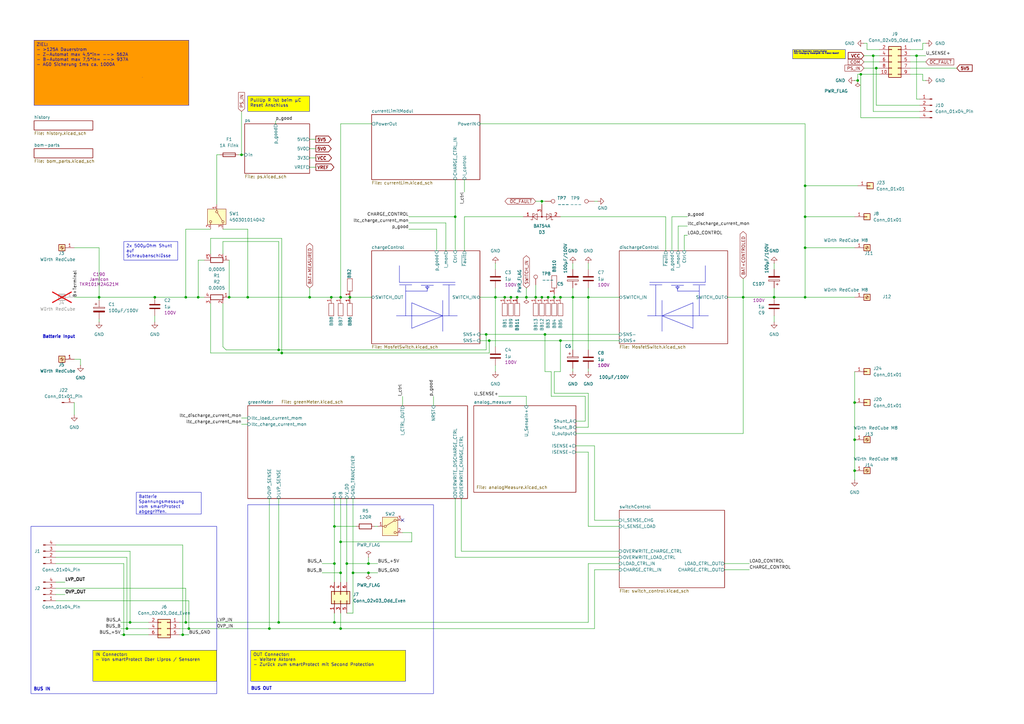
<source format=kicad_sch>
(kicad_sch
	(version 20250114)
	(generator "eeschema")
	(generator_version "9.0")
	(uuid "bf1f8167-8e29-49cc-a467-dd9cc2c77246")
	(paper "A3")
	(lib_symbols
		(symbol "Connector:Conn_01x01_Pin"
			(pin_names
				(offset 1.016)
				(hide yes)
			)
			(exclude_from_sim no)
			(in_bom yes)
			(on_board yes)
			(property "Reference" "J"
				(at 0 2.54 0)
				(effects
					(font
						(size 1.27 1.27)
					)
				)
			)
			(property "Value" "Conn_01x01_Pin"
				(at 0 -2.54 0)
				(effects
					(font
						(size 1.27 1.27)
					)
				)
			)
			(property "Footprint" ""
				(at 0 0 0)
				(effects
					(font
						(size 1.27 1.27)
					)
					(hide yes)
				)
			)
			(property "Datasheet" "~"
				(at 0 0 0)
				(effects
					(font
						(size 1.27 1.27)
					)
					(hide yes)
				)
			)
			(property "Description" "Generic connector, single row, 01x01, script generated"
				(at 0 0 0)
				(effects
					(font
						(size 1.27 1.27)
					)
					(hide yes)
				)
			)
			(property "ki_locked" ""
				(at 0 0 0)
				(effects
					(font
						(size 1.27 1.27)
					)
				)
			)
			(property "ki_keywords" "connector"
				(at 0 0 0)
				(effects
					(font
						(size 1.27 1.27)
					)
					(hide yes)
				)
			)
			(property "ki_fp_filters" "Connector*:*_1x??_*"
				(at 0 0 0)
				(effects
					(font
						(size 1.27 1.27)
					)
					(hide yes)
				)
			)
			(symbol "Conn_01x01_Pin_1_1"
				(rectangle
					(start 0.8636 0.127)
					(end 0 -0.127)
					(stroke
						(width 0.1524)
						(type default)
					)
					(fill
						(type outline)
					)
				)
				(polyline
					(pts
						(xy 1.27 0) (xy 0.8636 0)
					)
					(stroke
						(width 0.1524)
						(type default)
					)
					(fill
						(type none)
					)
				)
				(pin passive line
					(at 5.08 0 180)
					(length 3.81)
					(name "Pin_1"
						(effects
							(font
								(size 1.27 1.27)
							)
						)
					)
					(number "1"
						(effects
							(font
								(size 1.27 1.27)
							)
						)
					)
				)
			)
			(embedded_fonts no)
		)
		(symbol "Connector:Conn_01x04_Pin"
			(pin_names
				(offset 1.016)
				(hide yes)
			)
			(exclude_from_sim no)
			(in_bom yes)
			(on_board yes)
			(property "Reference" "J"
				(at 0 5.08 0)
				(effects
					(font
						(size 1.27 1.27)
					)
				)
			)
			(property "Value" "Conn_01x04_Pin"
				(at 0 -7.62 0)
				(effects
					(font
						(size 1.27 1.27)
					)
				)
			)
			(property "Footprint" ""
				(at 0 0 0)
				(effects
					(font
						(size 1.27 1.27)
					)
					(hide yes)
				)
			)
			(property "Datasheet" "~"
				(at 0 0 0)
				(effects
					(font
						(size 1.27 1.27)
					)
					(hide yes)
				)
			)
			(property "Description" "Generic connector, single row, 01x04, script generated"
				(at 0 0 0)
				(effects
					(font
						(size 1.27 1.27)
					)
					(hide yes)
				)
			)
			(property "ki_locked" ""
				(at 0 0 0)
				(effects
					(font
						(size 1.27 1.27)
					)
				)
			)
			(property "ki_keywords" "connector"
				(at 0 0 0)
				(effects
					(font
						(size 1.27 1.27)
					)
					(hide yes)
				)
			)
			(property "ki_fp_filters" "Connector*:*_1x??_*"
				(at 0 0 0)
				(effects
					(font
						(size 1.27 1.27)
					)
					(hide yes)
				)
			)
			(symbol "Conn_01x04_Pin_1_1"
				(rectangle
					(start 0.8636 2.667)
					(end 0 2.413)
					(stroke
						(width 0.1524)
						(type default)
					)
					(fill
						(type outline)
					)
				)
				(rectangle
					(start 0.8636 0.127)
					(end 0 -0.127)
					(stroke
						(width 0.1524)
						(type default)
					)
					(fill
						(type outline)
					)
				)
				(rectangle
					(start 0.8636 -2.413)
					(end 0 -2.667)
					(stroke
						(width 0.1524)
						(type default)
					)
					(fill
						(type outline)
					)
				)
				(rectangle
					(start 0.8636 -4.953)
					(end 0 -5.207)
					(stroke
						(width 0.1524)
						(type default)
					)
					(fill
						(type outline)
					)
				)
				(polyline
					(pts
						(xy 1.27 2.54) (xy 0.8636 2.54)
					)
					(stroke
						(width 0.1524)
						(type default)
					)
					(fill
						(type none)
					)
				)
				(polyline
					(pts
						(xy 1.27 0) (xy 0.8636 0)
					)
					(stroke
						(width 0.1524)
						(type default)
					)
					(fill
						(type none)
					)
				)
				(polyline
					(pts
						(xy 1.27 -2.54) (xy 0.8636 -2.54)
					)
					(stroke
						(width 0.1524)
						(type default)
					)
					(fill
						(type none)
					)
				)
				(polyline
					(pts
						(xy 1.27 -5.08) (xy 0.8636 -5.08)
					)
					(stroke
						(width 0.1524)
						(type default)
					)
					(fill
						(type none)
					)
				)
				(pin passive line
					(at 5.08 2.54 180)
					(length 3.81)
					(name "Pin_1"
						(effects
							(font
								(size 1.27 1.27)
							)
						)
					)
					(number "1"
						(effects
							(font
								(size 1.27 1.27)
							)
						)
					)
				)
				(pin passive line
					(at 5.08 0 180)
					(length 3.81)
					(name "Pin_2"
						(effects
							(font
								(size 1.27 1.27)
							)
						)
					)
					(number "2"
						(effects
							(font
								(size 1.27 1.27)
							)
						)
					)
				)
				(pin passive line
					(at 5.08 -2.54 180)
					(length 3.81)
					(name "Pin_3"
						(effects
							(font
								(size 1.27 1.27)
							)
						)
					)
					(number "3"
						(effects
							(font
								(size 1.27 1.27)
							)
						)
					)
				)
				(pin passive line
					(at 5.08 -5.08 180)
					(length 3.81)
					(name "Pin_4"
						(effects
							(font
								(size 1.27 1.27)
							)
						)
					)
					(number "4"
						(effects
							(font
								(size 1.27 1.27)
							)
						)
					)
				)
			)
			(embedded_fonts no)
		)
		(symbol "Connector:Screw_Terminal_01x01"
			(pin_names
				(offset 1.016)
				(hide yes)
			)
			(exclude_from_sim no)
			(in_bom yes)
			(on_board yes)
			(property "Reference" "J"
				(at 0 2.54 0)
				(effects
					(font
						(size 1.27 1.27)
					)
				)
			)
			(property "Value" "Screw_Terminal_01x01"
				(at 0 -2.54 0)
				(effects
					(font
						(size 1.27 1.27)
					)
				)
			)
			(property "Footprint" ""
				(at 0 0 0)
				(effects
					(font
						(size 1.27 1.27)
					)
					(hide yes)
				)
			)
			(property "Datasheet" "~"
				(at 0 0 0)
				(effects
					(font
						(size 1.27 1.27)
					)
					(hide yes)
				)
			)
			(property "Description" "Generic screw terminal, single row, 01x01, script generated (kicad-library-utils/schlib/autogen/connector/)"
				(at 0 0 0)
				(effects
					(font
						(size 1.27 1.27)
					)
					(hide yes)
				)
			)
			(property "ki_keywords" "screw terminal"
				(at 0 0 0)
				(effects
					(font
						(size 1.27 1.27)
					)
					(hide yes)
				)
			)
			(property "ki_fp_filters" "TerminalBlock*:*"
				(at 0 0 0)
				(effects
					(font
						(size 1.27 1.27)
					)
					(hide yes)
				)
			)
			(symbol "Screw_Terminal_01x01_1_1"
				(rectangle
					(start -1.27 1.27)
					(end 1.27 -1.27)
					(stroke
						(width 0.254)
						(type default)
					)
					(fill
						(type background)
					)
				)
				(polyline
					(pts
						(xy -0.5334 0.3302) (xy 0.3302 -0.508)
					)
					(stroke
						(width 0.1524)
						(type default)
					)
					(fill
						(type none)
					)
				)
				(polyline
					(pts
						(xy -0.3556 0.508) (xy 0.508 -0.3302)
					)
					(stroke
						(width 0.1524)
						(type default)
					)
					(fill
						(type none)
					)
				)
				(circle
					(center 0 0)
					(radius 0.635)
					(stroke
						(width 0.1524)
						(type default)
					)
					(fill
						(type none)
					)
				)
				(pin passive line
					(at -5.08 0 0)
					(length 3.81)
					(name "Pin_1"
						(effects
							(font
								(size 1.27 1.27)
							)
						)
					)
					(number "1"
						(effects
							(font
								(size 1.27 1.27)
							)
						)
					)
				)
			)
			(embedded_fonts no)
		)
		(symbol "Connector:TestPoint"
			(pin_numbers
				(hide yes)
			)
			(pin_names
				(offset 0.762)
				(hide yes)
			)
			(exclude_from_sim no)
			(in_bom yes)
			(on_board yes)
			(property "Reference" "TP"
				(at 0 6.858 0)
				(effects
					(font
						(size 1.27 1.27)
					)
				)
			)
			(property "Value" "TestPoint"
				(at 0 5.08 0)
				(effects
					(font
						(size 1.27 1.27)
					)
				)
			)
			(property "Footprint" ""
				(at 5.08 0 0)
				(effects
					(font
						(size 1.27 1.27)
					)
					(hide yes)
				)
			)
			(property "Datasheet" "~"
				(at 5.08 0 0)
				(effects
					(font
						(size 1.27 1.27)
					)
					(hide yes)
				)
			)
			(property "Description" "test point"
				(at 0 0 0)
				(effects
					(font
						(size 1.27 1.27)
					)
					(hide yes)
				)
			)
			(property "ki_keywords" "test point tp"
				(at 0 0 0)
				(effects
					(font
						(size 1.27 1.27)
					)
					(hide yes)
				)
			)
			(property "ki_fp_filters" "Pin* Test*"
				(at 0 0 0)
				(effects
					(font
						(size 1.27 1.27)
					)
					(hide yes)
				)
			)
			(symbol "TestPoint_0_1"
				(circle
					(center 0 3.302)
					(radius 0.762)
					(stroke
						(width 0)
						(type default)
					)
					(fill
						(type none)
					)
				)
			)
			(symbol "TestPoint_1_1"
				(pin passive line
					(at 0 0 90)
					(length 2.54)
					(name "1"
						(effects
							(font
								(size 1.27 1.27)
							)
						)
					)
					(number "1"
						(effects
							(font
								(size 1.27 1.27)
							)
						)
					)
				)
			)
			(embedded_fonts no)
		)
		(symbol "Connector_Generic:Conn_01x01"
			(pin_names
				(offset 1.016)
				(hide yes)
			)
			(exclude_from_sim no)
			(in_bom yes)
			(on_board yes)
			(property "Reference" "J"
				(at 0 2.54 0)
				(effects
					(font
						(size 1.27 1.27)
					)
				)
			)
			(property "Value" "Conn_01x01"
				(at 0 -2.54 0)
				(effects
					(font
						(size 1.27 1.27)
					)
				)
			)
			(property "Footprint" ""
				(at 0 0 0)
				(effects
					(font
						(size 1.27 1.27)
					)
					(hide yes)
				)
			)
			(property "Datasheet" "~"
				(at 0 0 0)
				(effects
					(font
						(size 1.27 1.27)
					)
					(hide yes)
				)
			)
			(property "Description" "Generic connector, single row, 01x01, script generated (kicad-library-utils/schlib/autogen/connector/)"
				(at 0 0 0)
				(effects
					(font
						(size 1.27 1.27)
					)
					(hide yes)
				)
			)
			(property "ki_keywords" "connector"
				(at 0 0 0)
				(effects
					(font
						(size 1.27 1.27)
					)
					(hide yes)
				)
			)
			(property "ki_fp_filters" "Connector*:*_1x??_*"
				(at 0 0 0)
				(effects
					(font
						(size 1.27 1.27)
					)
					(hide yes)
				)
			)
			(symbol "Conn_01x01_1_1"
				(rectangle
					(start -1.27 1.27)
					(end 1.27 -1.27)
					(stroke
						(width 0.254)
						(type default)
					)
					(fill
						(type background)
					)
				)
				(rectangle
					(start -1.27 0.127)
					(end 0 -0.127)
					(stroke
						(width 0.1524)
						(type default)
					)
					(fill
						(type none)
					)
				)
				(pin passive line
					(at -5.08 0 0)
					(length 3.81)
					(name "Pin_1"
						(effects
							(font
								(size 1.27 1.27)
							)
						)
					)
					(number "1"
						(effects
							(font
								(size 1.27 1.27)
							)
						)
					)
				)
			)
			(embedded_fonts no)
		)
		(symbol "Connector_Generic:Conn_02x03_Odd_Even"
			(pin_names
				(offset 1.016)
				(hide yes)
			)
			(exclude_from_sim no)
			(in_bom yes)
			(on_board yes)
			(property "Reference" "J"
				(at 1.27 5.08 0)
				(effects
					(font
						(size 1.27 1.27)
					)
				)
			)
			(property "Value" "Conn_02x03_Odd_Even"
				(at 1.27 -5.08 0)
				(effects
					(font
						(size 1.27 1.27)
					)
				)
			)
			(property "Footprint" ""
				(at 0 0 0)
				(effects
					(font
						(size 1.27 1.27)
					)
					(hide yes)
				)
			)
			(property "Datasheet" "~"
				(at 0 0 0)
				(effects
					(font
						(size 1.27 1.27)
					)
					(hide yes)
				)
			)
			(property "Description" "Generic connector, double row, 02x03, odd/even pin numbering scheme (row 1 odd numbers, row 2 even numbers), script generated (kicad-library-utils/schlib/autogen/connector/)"
				(at 0 0 0)
				(effects
					(font
						(size 1.27 1.27)
					)
					(hide yes)
				)
			)
			(property "ki_keywords" "connector"
				(at 0 0 0)
				(effects
					(font
						(size 1.27 1.27)
					)
					(hide yes)
				)
			)
			(property "ki_fp_filters" "Connector*:*_2x??_*"
				(at 0 0 0)
				(effects
					(font
						(size 1.27 1.27)
					)
					(hide yes)
				)
			)
			(symbol "Conn_02x03_Odd_Even_1_1"
				(rectangle
					(start -1.27 3.81)
					(end 3.81 -3.81)
					(stroke
						(width 0.254)
						(type default)
					)
					(fill
						(type background)
					)
				)
				(rectangle
					(start -1.27 2.667)
					(end 0 2.413)
					(stroke
						(width 0.1524)
						(type default)
					)
					(fill
						(type none)
					)
				)
				(rectangle
					(start -1.27 0.127)
					(end 0 -0.127)
					(stroke
						(width 0.1524)
						(type default)
					)
					(fill
						(type none)
					)
				)
				(rectangle
					(start -1.27 -2.413)
					(end 0 -2.667)
					(stroke
						(width 0.1524)
						(type default)
					)
					(fill
						(type none)
					)
				)
				(rectangle
					(start 3.81 2.667)
					(end 2.54 2.413)
					(stroke
						(width 0.1524)
						(type default)
					)
					(fill
						(type none)
					)
				)
				(rectangle
					(start 3.81 0.127)
					(end 2.54 -0.127)
					(stroke
						(width 0.1524)
						(type default)
					)
					(fill
						(type none)
					)
				)
				(rectangle
					(start 3.81 -2.413)
					(end 2.54 -2.667)
					(stroke
						(width 0.1524)
						(type default)
					)
					(fill
						(type none)
					)
				)
				(pin passive line
					(at -5.08 2.54 0)
					(length 3.81)
					(name "Pin_1"
						(effects
							(font
								(size 1.27 1.27)
							)
						)
					)
					(number "1"
						(effects
							(font
								(size 1.27 1.27)
							)
						)
					)
				)
				(pin passive line
					(at -5.08 0 0)
					(length 3.81)
					(name "Pin_3"
						(effects
							(font
								(size 1.27 1.27)
							)
						)
					)
					(number "3"
						(effects
							(font
								(size 1.27 1.27)
							)
						)
					)
				)
				(pin passive line
					(at -5.08 -2.54 0)
					(length 3.81)
					(name "Pin_5"
						(effects
							(font
								(size 1.27 1.27)
							)
						)
					)
					(number "5"
						(effects
							(font
								(size 1.27 1.27)
							)
						)
					)
				)
				(pin passive line
					(at 7.62 2.54 180)
					(length 3.81)
					(name "Pin_2"
						(effects
							(font
								(size 1.27 1.27)
							)
						)
					)
					(number "2"
						(effects
							(font
								(size 1.27 1.27)
							)
						)
					)
				)
				(pin passive line
					(at 7.62 0 180)
					(length 3.81)
					(name "Pin_4"
						(effects
							(font
								(size 1.27 1.27)
							)
						)
					)
					(number "4"
						(effects
							(font
								(size 1.27 1.27)
							)
						)
					)
				)
				(pin passive line
					(at 7.62 -2.54 180)
					(length 3.81)
					(name "Pin_6"
						(effects
							(font
								(size 1.27 1.27)
							)
						)
					)
					(number "6"
						(effects
							(font
								(size 1.27 1.27)
							)
						)
					)
				)
			)
			(embedded_fonts no)
		)
		(symbol "Connector_Generic:Conn_02x05_Odd_Even"
			(pin_names
				(offset 1.016)
				(hide yes)
			)
			(exclude_from_sim no)
			(in_bom yes)
			(on_board yes)
			(property "Reference" "J"
				(at 1.27 7.62 0)
				(effects
					(font
						(size 1.27 1.27)
					)
				)
			)
			(property "Value" "Conn_02x05_Odd_Even"
				(at 1.27 -7.62 0)
				(effects
					(font
						(size 1.27 1.27)
					)
				)
			)
			(property "Footprint" ""
				(at 0 0 0)
				(effects
					(font
						(size 1.27 1.27)
					)
					(hide yes)
				)
			)
			(property "Datasheet" "~"
				(at 0 0 0)
				(effects
					(font
						(size 1.27 1.27)
					)
					(hide yes)
				)
			)
			(property "Description" "Generic connector, double row, 02x05, odd/even pin numbering scheme (row 1 odd numbers, row 2 even numbers), script generated (kicad-library-utils/schlib/autogen/connector/)"
				(at 0 0 0)
				(effects
					(font
						(size 1.27 1.27)
					)
					(hide yes)
				)
			)
			(property "ki_keywords" "connector"
				(at 0 0 0)
				(effects
					(font
						(size 1.27 1.27)
					)
					(hide yes)
				)
			)
			(property "ki_fp_filters" "Connector*:*_2x??_*"
				(at 0 0 0)
				(effects
					(font
						(size 1.27 1.27)
					)
					(hide yes)
				)
			)
			(symbol "Conn_02x05_Odd_Even_1_1"
				(rectangle
					(start -1.27 6.35)
					(end 3.81 -6.35)
					(stroke
						(width 0.254)
						(type default)
					)
					(fill
						(type background)
					)
				)
				(rectangle
					(start -1.27 5.207)
					(end 0 4.953)
					(stroke
						(width 0.1524)
						(type default)
					)
					(fill
						(type none)
					)
				)
				(rectangle
					(start -1.27 2.667)
					(end 0 2.413)
					(stroke
						(width 0.1524)
						(type default)
					)
					(fill
						(type none)
					)
				)
				(rectangle
					(start -1.27 0.127)
					(end 0 -0.127)
					(stroke
						(width 0.1524)
						(type default)
					)
					(fill
						(type none)
					)
				)
				(rectangle
					(start -1.27 -2.413)
					(end 0 -2.667)
					(stroke
						(width 0.1524)
						(type default)
					)
					(fill
						(type none)
					)
				)
				(rectangle
					(start -1.27 -4.953)
					(end 0 -5.207)
					(stroke
						(width 0.1524)
						(type default)
					)
					(fill
						(type none)
					)
				)
				(rectangle
					(start 3.81 5.207)
					(end 2.54 4.953)
					(stroke
						(width 0.1524)
						(type default)
					)
					(fill
						(type none)
					)
				)
				(rectangle
					(start 3.81 2.667)
					(end 2.54 2.413)
					(stroke
						(width 0.1524)
						(type default)
					)
					(fill
						(type none)
					)
				)
				(rectangle
					(start 3.81 0.127)
					(end 2.54 -0.127)
					(stroke
						(width 0.1524)
						(type default)
					)
					(fill
						(type none)
					)
				)
				(rectangle
					(start 3.81 -2.413)
					(end 2.54 -2.667)
					(stroke
						(width 0.1524)
						(type default)
					)
					(fill
						(type none)
					)
				)
				(rectangle
					(start 3.81 -4.953)
					(end 2.54 -5.207)
					(stroke
						(width 0.1524)
						(type default)
					)
					(fill
						(type none)
					)
				)
				(pin passive line
					(at -5.08 5.08 0)
					(length 3.81)
					(name "Pin_1"
						(effects
							(font
								(size 1.27 1.27)
							)
						)
					)
					(number "1"
						(effects
							(font
								(size 1.27 1.27)
							)
						)
					)
				)
				(pin passive line
					(at -5.08 2.54 0)
					(length 3.81)
					(name "Pin_3"
						(effects
							(font
								(size 1.27 1.27)
							)
						)
					)
					(number "3"
						(effects
							(font
								(size 1.27 1.27)
							)
						)
					)
				)
				(pin passive line
					(at -5.08 0 0)
					(length 3.81)
					(name "Pin_5"
						(effects
							(font
								(size 1.27 1.27)
							)
						)
					)
					(number "5"
						(effects
							(font
								(size 1.27 1.27)
							)
						)
					)
				)
				(pin passive line
					(at -5.08 -2.54 0)
					(length 3.81)
					(name "Pin_7"
						(effects
							(font
								(size 1.27 1.27)
							)
						)
					)
					(number "7"
						(effects
							(font
								(size 1.27 1.27)
							)
						)
					)
				)
				(pin passive line
					(at -5.08 -5.08 0)
					(length 3.81)
					(name "Pin_9"
						(effects
							(font
								(size 1.27 1.27)
							)
						)
					)
					(number "9"
						(effects
							(font
								(size 1.27 1.27)
							)
						)
					)
				)
				(pin passive line
					(at 7.62 5.08 180)
					(length 3.81)
					(name "Pin_2"
						(effects
							(font
								(size 1.27 1.27)
							)
						)
					)
					(number "2"
						(effects
							(font
								(size 1.27 1.27)
							)
						)
					)
				)
				(pin passive line
					(at 7.62 2.54 180)
					(length 3.81)
					(name "Pin_4"
						(effects
							(font
								(size 1.27 1.27)
							)
						)
					)
					(number "4"
						(effects
							(font
								(size 1.27 1.27)
							)
						)
					)
				)
				(pin passive line
					(at 7.62 0 180)
					(length 3.81)
					(name "Pin_6"
						(effects
							(font
								(size 1.27 1.27)
							)
						)
					)
					(number "6"
						(effects
							(font
								(size 1.27 1.27)
							)
						)
					)
				)
				(pin passive line
					(at 7.62 -2.54 180)
					(length 3.81)
					(name "Pin_8"
						(effects
							(font
								(size 1.27 1.27)
							)
						)
					)
					(number "8"
						(effects
							(font
								(size 1.27 1.27)
							)
						)
					)
				)
				(pin passive line
					(at 7.62 -5.08 180)
					(length 3.81)
					(name "Pin_10"
						(effects
							(font
								(size 1.27 1.27)
							)
						)
					)
					(number "10"
						(effects
							(font
								(size 1.27 1.27)
							)
						)
					)
				)
			)
			(embedded_fonts no)
		)
		(symbol "Device:C"
			(pin_numbers
				(hide yes)
			)
			(pin_names
				(offset 0.254)
			)
			(exclude_from_sim no)
			(in_bom yes)
			(on_board yes)
			(property "Reference" "C"
				(at 0.635 2.54 0)
				(effects
					(font
						(size 1.27 1.27)
					)
					(justify left)
				)
			)
			(property "Value" "C"
				(at 0.635 -2.54 0)
				(effects
					(font
						(size 1.27 1.27)
					)
					(justify left)
				)
			)
			(property "Footprint" ""
				(at 0.9652 -3.81 0)
				(effects
					(font
						(size 1.27 1.27)
					)
					(hide yes)
				)
			)
			(property "Datasheet" "~"
				(at 0 0 0)
				(effects
					(font
						(size 1.27 1.27)
					)
					(hide yes)
				)
			)
			(property "Description" "Unpolarized capacitor"
				(at 0 0 0)
				(effects
					(font
						(size 1.27 1.27)
					)
					(hide yes)
				)
			)
			(property "ki_keywords" "cap capacitor"
				(at 0 0 0)
				(effects
					(font
						(size 1.27 1.27)
					)
					(hide yes)
				)
			)
			(property "ki_fp_filters" "C_*"
				(at 0 0 0)
				(effects
					(font
						(size 1.27 1.27)
					)
					(hide yes)
				)
			)
			(symbol "C_0_1"
				(polyline
					(pts
						(xy -2.032 0.762) (xy 2.032 0.762)
					)
					(stroke
						(width 0.508)
						(type default)
					)
					(fill
						(type none)
					)
				)
				(polyline
					(pts
						(xy -2.032 -0.762) (xy 2.032 -0.762)
					)
					(stroke
						(width 0.508)
						(type default)
					)
					(fill
						(type none)
					)
				)
			)
			(symbol "C_1_1"
				(pin passive line
					(at 0 3.81 270)
					(length 2.794)
					(name "~"
						(effects
							(font
								(size 1.27 1.27)
							)
						)
					)
					(number "1"
						(effects
							(font
								(size 1.27 1.27)
							)
						)
					)
				)
				(pin passive line
					(at 0 -3.81 90)
					(length 2.794)
					(name "~"
						(effects
							(font
								(size 1.27 1.27)
							)
						)
					)
					(number "2"
						(effects
							(font
								(size 1.27 1.27)
							)
						)
					)
				)
			)
			(embedded_fonts no)
		)
		(symbol "Device:C_Polarized"
			(pin_numbers
				(hide yes)
			)
			(pin_names
				(offset 0.254)
			)
			(exclude_from_sim no)
			(in_bom yes)
			(on_board yes)
			(property "Reference" "C"
				(at 0.635 2.54 0)
				(effects
					(font
						(size 1.27 1.27)
					)
					(justify left)
				)
			)
			(property "Value" "C_Polarized"
				(at 0.635 -2.54 0)
				(effects
					(font
						(size 1.27 1.27)
					)
					(justify left)
				)
			)
			(property "Footprint" ""
				(at 0.9652 -3.81 0)
				(effects
					(font
						(size 1.27 1.27)
					)
					(hide yes)
				)
			)
			(property "Datasheet" "~"
				(at 0 0 0)
				(effects
					(font
						(size 1.27 1.27)
					)
					(hide yes)
				)
			)
			(property "Description" "Polarized capacitor"
				(at 0 0 0)
				(effects
					(font
						(size 1.27 1.27)
					)
					(hide yes)
				)
			)
			(property "ki_keywords" "cap capacitor"
				(at 0 0 0)
				(effects
					(font
						(size 1.27 1.27)
					)
					(hide yes)
				)
			)
			(property "ki_fp_filters" "CP_*"
				(at 0 0 0)
				(effects
					(font
						(size 1.27 1.27)
					)
					(hide yes)
				)
			)
			(symbol "C_Polarized_0_1"
				(rectangle
					(start -2.286 0.508)
					(end 2.286 1.016)
					(stroke
						(width 0)
						(type default)
					)
					(fill
						(type none)
					)
				)
				(polyline
					(pts
						(xy -1.778 2.286) (xy -0.762 2.286)
					)
					(stroke
						(width 0)
						(type default)
					)
					(fill
						(type none)
					)
				)
				(polyline
					(pts
						(xy -1.27 2.794) (xy -1.27 1.778)
					)
					(stroke
						(width 0)
						(type default)
					)
					(fill
						(type none)
					)
				)
				(rectangle
					(start 2.286 -0.508)
					(end -2.286 -1.016)
					(stroke
						(width 0)
						(type default)
					)
					(fill
						(type outline)
					)
				)
			)
			(symbol "C_Polarized_1_1"
				(pin passive line
					(at 0 3.81 270)
					(length 2.794)
					(name "~"
						(effects
							(font
								(size 1.27 1.27)
							)
						)
					)
					(number "1"
						(effects
							(font
								(size 1.27 1.27)
							)
						)
					)
				)
				(pin passive line
					(at 0 -3.81 90)
					(length 2.794)
					(name "~"
						(effects
							(font
								(size 1.27 1.27)
							)
						)
					)
					(number "2"
						(effects
							(font
								(size 1.27 1.27)
							)
						)
					)
				)
			)
			(embedded_fonts no)
		)
		(symbol "Device:Fuse"
			(pin_numbers
				(hide yes)
			)
			(pin_names
				(offset 0)
			)
			(exclude_from_sim no)
			(in_bom yes)
			(on_board yes)
			(property "Reference" "F"
				(at 2.032 0 90)
				(effects
					(font
						(size 1.27 1.27)
					)
				)
			)
			(property "Value" "Fuse"
				(at -1.905 0 90)
				(effects
					(font
						(size 1.27 1.27)
					)
				)
			)
			(property "Footprint" ""
				(at -1.778 0 90)
				(effects
					(font
						(size 1.27 1.27)
					)
					(hide yes)
				)
			)
			(property "Datasheet" "~"
				(at 0 0 0)
				(effects
					(font
						(size 1.27 1.27)
					)
					(hide yes)
				)
			)
			(property "Description" "Fuse"
				(at 0 0 0)
				(effects
					(font
						(size 1.27 1.27)
					)
					(hide yes)
				)
			)
			(property "ki_keywords" "fuse"
				(at 0 0 0)
				(effects
					(font
						(size 1.27 1.27)
					)
					(hide yes)
				)
			)
			(property "ki_fp_filters" "*Fuse*"
				(at 0 0 0)
				(effects
					(font
						(size 1.27 1.27)
					)
					(hide yes)
				)
			)
			(symbol "Fuse_0_1"
				(rectangle
					(start -0.762 -2.54)
					(end 0.762 2.54)
					(stroke
						(width 0.254)
						(type default)
					)
					(fill
						(type none)
					)
				)
				(polyline
					(pts
						(xy 0 2.54) (xy 0 -2.54)
					)
					(stroke
						(width 0)
						(type default)
					)
					(fill
						(type none)
					)
				)
			)
			(symbol "Fuse_1_1"
				(pin passive line
					(at 0 3.81 270)
					(length 1.27)
					(name "~"
						(effects
							(font
								(size 1.27 1.27)
							)
						)
					)
					(number "1"
						(effects
							(font
								(size 1.27 1.27)
							)
						)
					)
				)
				(pin passive line
					(at 0 -3.81 90)
					(length 1.27)
					(name "~"
						(effects
							(font
								(size 1.27 1.27)
							)
						)
					)
					(number "2"
						(effects
							(font
								(size 1.27 1.27)
							)
						)
					)
				)
			)
			(embedded_fonts no)
		)
		(symbol "Device:R"
			(pin_numbers
				(hide yes)
			)
			(pin_names
				(offset 0)
			)
			(exclude_from_sim no)
			(in_bom yes)
			(on_board yes)
			(property "Reference" "R"
				(at 2.032 0 90)
				(effects
					(font
						(size 1.27 1.27)
					)
				)
			)
			(property "Value" "R"
				(at 0 0 90)
				(effects
					(font
						(size 1.27 1.27)
					)
				)
			)
			(property "Footprint" ""
				(at -1.778 0 90)
				(effects
					(font
						(size 1.27 1.27)
					)
					(hide yes)
				)
			)
			(property "Datasheet" "~"
				(at 0 0 0)
				(effects
					(font
						(size 1.27 1.27)
					)
					(hide yes)
				)
			)
			(property "Description" "Resistor"
				(at 0 0 0)
				(effects
					(font
						(size 1.27 1.27)
					)
					(hide yes)
				)
			)
			(property "ki_keywords" "R res resistor"
				(at 0 0 0)
				(effects
					(font
						(size 1.27 1.27)
					)
					(hide yes)
				)
			)
			(property "ki_fp_filters" "R_*"
				(at 0 0 0)
				(effects
					(font
						(size 1.27 1.27)
					)
					(hide yes)
				)
			)
			(symbol "R_0_1"
				(rectangle
					(start -1.016 -2.54)
					(end 1.016 2.54)
					(stroke
						(width 0.254)
						(type default)
					)
					(fill
						(type none)
					)
				)
			)
			(symbol "R_1_1"
				(pin passive line
					(at 0 3.81 270)
					(length 1.27)
					(name "~"
						(effects
							(font
								(size 1.27 1.27)
							)
						)
					)
					(number "1"
						(effects
							(font
								(size 1.27 1.27)
							)
						)
					)
				)
				(pin passive line
					(at 0 -3.81 90)
					(length 1.27)
					(name "~"
						(effects
							(font
								(size 1.27 1.27)
							)
						)
					)
					(number "2"
						(effects
							(font
								(size 1.27 1.27)
							)
						)
					)
				)
			)
			(embedded_fonts no)
		)
		(symbol "Device:R_Shunt"
			(pin_names
				(offset 0)
				(hide yes)
			)
			(exclude_from_sim no)
			(in_bom yes)
			(on_board yes)
			(property "Reference" "R"
				(at -2.032 0 90)
				(effects
					(font
						(size 1.27 1.27)
					)
				)
			)
			(property "Value" "R_Shunt"
				(at 0 0 90)
				(effects
					(font
						(size 1.27 1.27)
					)
				)
			)
			(property "Footprint" ""
				(at -1.778 0 90)
				(effects
					(font
						(size 1.27 1.27)
					)
					(hide yes)
				)
			)
			(property "Datasheet" "~"
				(at 0 0 0)
				(effects
					(font
						(size 1.27 1.27)
					)
					(hide yes)
				)
			)
			(property "Description" "Shunt resistor with Kelvin connections"
				(at 0 0 0)
				(effects
					(font
						(size 1.27 1.27)
					)
					(hide yes)
				)
			)
			(property "ki_keywords" "R res shunt resistor"
				(at 0 0 0)
				(effects
					(font
						(size 1.27 1.27)
					)
					(hide yes)
				)
			)
			(property "ki_fp_filters" "R_*Shunt*"
				(at 0 0 0)
				(effects
					(font
						(size 1.27 1.27)
					)
					(hide yes)
				)
			)
			(symbol "R_Shunt_0_1"
				(rectangle
					(start -1.016 -2.54)
					(end 1.016 2.54)
					(stroke
						(width 0.254)
						(type default)
					)
					(fill
						(type none)
					)
				)
				(polyline
					(pts
						(xy 0 -2.54) (xy 1.27 -2.54)
					)
					(stroke
						(width 0)
						(type default)
					)
					(fill
						(type none)
					)
				)
				(polyline
					(pts
						(xy 1.27 2.54) (xy 0 2.54)
					)
					(stroke
						(width 0)
						(type default)
					)
					(fill
						(type none)
					)
				)
			)
			(symbol "R_Shunt_1_1"
				(pin passive line
					(at 0 5.08 270)
					(length 2.54)
					(name "~"
						(effects
							(font
								(size 1.27 1.27)
							)
						)
					)
					(number "1"
						(effects
							(font
								(size 1.27 1.27)
							)
						)
					)
				)
				(pin passive line
					(at 0 -5.08 90)
					(length 2.54)
					(name "~"
						(effects
							(font
								(size 1.27 1.27)
							)
						)
					)
					(number "4"
						(effects
							(font
								(size 1.27 1.27)
							)
						)
					)
				)
				(pin passive line
					(at 2.54 2.54 180)
					(length 1.27)
					(name "~"
						(effects
							(font
								(size 1.27 1.27)
							)
						)
					)
					(number "2"
						(effects
							(font
								(size 1.27 1.27)
							)
						)
					)
				)
				(pin passive line
					(at 2.54 -2.54 180)
					(length 1.27)
					(name "~"
						(effects
							(font
								(size 1.27 1.27)
							)
						)
					)
					(number "3"
						(effects
							(font
								(size 1.27 1.27)
							)
						)
					)
				)
			)
			(embedded_fonts no)
		)
		(symbol "Diode:BAT54A"
			(pin_names
				(offset 1.016)
			)
			(exclude_from_sim no)
			(in_bom yes)
			(on_board yes)
			(property "Reference" "D"
				(at 0.635 -3.81 0)
				(effects
					(font
						(size 1.27 1.27)
					)
					(justify left)
				)
			)
			(property "Value" "BAT54A"
				(at -6.35 3.175 0)
				(effects
					(font
						(size 1.27 1.27)
					)
					(justify left)
				)
			)
			(property "Footprint" "Package_TO_SOT_SMD:SOT-23"
				(at 1.905 3.175 0)
				(effects
					(font
						(size 1.27 1.27)
					)
					(justify left)
					(hide yes)
				)
			)
			(property "Datasheet" "http://www.diodes.com/_files/datasheets/ds11005.pdf"
				(at -3.048 0 0)
				(effects
					(font
						(size 1.27 1.27)
					)
					(hide yes)
				)
			)
			(property "Description" "schottky barrier diode"
				(at 0 0 0)
				(effects
					(font
						(size 1.27 1.27)
					)
					(hide yes)
				)
			)
			(property "ki_keywords" "schottky diode"
				(at 0 0 0)
				(effects
					(font
						(size 1.27 1.27)
					)
					(hide yes)
				)
			)
			(property "ki_fp_filters" "SOT?23*"
				(at 0 0 0)
				(effects
					(font
						(size 1.27 1.27)
					)
					(hide yes)
				)
			)
			(symbol "BAT54A_0_1"
				(polyline
					(pts
						(xy -4.445 1.27) (xy -4.445 1.016)
					)
					(stroke
						(width 0)
						(type default)
					)
					(fill
						(type none)
					)
				)
				(polyline
					(pts
						(xy -3.81 1.27) (xy -4.445 1.27)
					)
					(stroke
						(width 0)
						(type default)
					)
					(fill
						(type none)
					)
				)
				(polyline
					(pts
						(xy -3.81 0) (xy -1.27 0)
					)
					(stroke
						(width 0)
						(type default)
					)
					(fill
						(type none)
					)
				)
				(polyline
					(pts
						(xy -3.81 -1.27) (xy -3.81 1.27)
					)
					(stroke
						(width 0)
						(type default)
					)
					(fill
						(type none)
					)
				)
				(polyline
					(pts
						(xy -3.81 -1.27) (xy -3.175 -1.27)
					)
					(stroke
						(width 0)
						(type default)
					)
					(fill
						(type none)
					)
				)
				(polyline
					(pts
						(xy -3.175 -1.27) (xy -3.175 -1.016)
					)
					(stroke
						(width 0)
						(type default)
					)
					(fill
						(type none)
					)
				)
				(polyline
					(pts
						(xy -1.905 1.27) (xy -1.905 -1.27) (xy -3.81 0) (xy -1.905 1.27)
					)
					(stroke
						(width 0)
						(type default)
					)
					(fill
						(type none)
					)
				)
				(polyline
					(pts
						(xy -1.905 0) (xy 1.905 0)
					)
					(stroke
						(width 0)
						(type default)
					)
					(fill
						(type none)
					)
				)
				(circle
					(center 0 0)
					(radius 0.254)
					(stroke
						(width 0)
						(type default)
					)
					(fill
						(type outline)
					)
				)
				(polyline
					(pts
						(xy 1.27 0) (xy 3.81 0)
					)
					(stroke
						(width 0)
						(type default)
					)
					(fill
						(type none)
					)
				)
				(polyline
					(pts
						(xy 1.905 1.27) (xy 1.905 -1.27) (xy 3.81 0) (xy 1.905 1.27)
					)
					(stroke
						(width 0)
						(type default)
					)
					(fill
						(type none)
					)
				)
				(polyline
					(pts
						(xy 3.175 -1.27) (xy 3.175 -1.016)
					)
					(stroke
						(width 0)
						(type default)
					)
					(fill
						(type none)
					)
				)
				(polyline
					(pts
						(xy 3.81 1.27) (xy 4.445 1.27)
					)
					(stroke
						(width 0)
						(type default)
					)
					(fill
						(type none)
					)
				)
				(polyline
					(pts
						(xy 3.81 -1.27) (xy 3.175 -1.27)
					)
					(stroke
						(width 0)
						(type default)
					)
					(fill
						(type none)
					)
				)
				(polyline
					(pts
						(xy 3.81 -1.27) (xy 3.81 1.27)
					)
					(stroke
						(width 0)
						(type default)
					)
					(fill
						(type none)
					)
				)
				(polyline
					(pts
						(xy 4.445 1.27) (xy 4.445 1.016)
					)
					(stroke
						(width 0)
						(type default)
					)
					(fill
						(type none)
					)
				)
			)
			(symbol "BAT54A_1_1"
				(pin passive line
					(at -7.62 0 0)
					(length 3.81)
					(name "~"
						(effects
							(font
								(size 1.27 1.27)
							)
						)
					)
					(number "1"
						(effects
							(font
								(size 1.27 1.27)
							)
						)
					)
				)
				(pin passive line
					(at 0 -5.08 90)
					(length 5.08)
					(name "~"
						(effects
							(font
								(size 1.27 1.27)
							)
						)
					)
					(number "3"
						(effects
							(font
								(size 1.27 1.27)
							)
						)
					)
				)
				(pin passive line
					(at 7.62 0 180)
					(length 3.81)
					(name "~"
						(effects
							(font
								(size 1.27 1.27)
							)
						)
					)
					(number "2"
						(effects
							(font
								(size 1.27 1.27)
							)
						)
					)
				)
			)
			(embedded_fonts no)
		)
		(symbol "R_Shunt_1"
			(pin_names
				(offset 0)
				(hide yes)
			)
			(exclude_from_sim no)
			(in_bom yes)
			(on_board yes)
			(property "Reference" "R"
				(at -2.032 0 90)
				(effects
					(font
						(size 1.27 1.27)
					)
				)
			)
			(property "Value" "R_Shunt"
				(at 0 0 90)
				(effects
					(font
						(size 1.27 1.27)
					)
				)
			)
			(property "Footprint" ""
				(at -1.778 0 90)
				(effects
					(font
						(size 1.27 1.27)
					)
					(hide yes)
				)
			)
			(property "Datasheet" "~"
				(at 0 0 0)
				(effects
					(font
						(size 1.27 1.27)
					)
					(hide yes)
				)
			)
			(property "Description" "Shunt resistor with Kelvin connections"
				(at 0 0 0)
				(effects
					(font
						(size 1.27 1.27)
					)
					(hide yes)
				)
			)
			(property "ki_keywords" "R res shunt resistor"
				(at 0 0 0)
				(effects
					(font
						(size 1.27 1.27)
					)
					(hide yes)
				)
			)
			(property "ki_fp_filters" "R_*Shunt*"
				(at 0 0 0)
				(effects
					(font
						(size 1.27 1.27)
					)
					(hide yes)
				)
			)
			(symbol "R_Shunt_1_0_1"
				(rectangle
					(start -1.016 -2.54)
					(end 1.016 2.54)
					(stroke
						(width 0.254)
						(type default)
					)
					(fill
						(type none)
					)
				)
				(polyline
					(pts
						(xy 0 -2.54) (xy 1.27 -2.54)
					)
					(stroke
						(width 0)
						(type default)
					)
					(fill
						(type none)
					)
				)
				(polyline
					(pts
						(xy 1.27 2.54) (xy 0 2.54)
					)
					(stroke
						(width 0)
						(type default)
					)
					(fill
						(type none)
					)
				)
			)
			(symbol "R_Shunt_1_1_1"
				(pin passive line
					(at 0 5.08 270)
					(length 2.54)
					(name "~"
						(effects
							(font
								(size 1.27 1.27)
							)
						)
					)
					(number "1"
						(effects
							(font
								(size 1.27 1.27)
							)
						)
					)
				)
				(pin passive line
					(at 0 -5.08 90)
					(length 2.54)
					(name "~"
						(effects
							(font
								(size 1.27 1.27)
							)
						)
					)
					(number "4"
						(effects
							(font
								(size 1.27 1.27)
							)
						)
					)
				)
				(pin passive line
					(at 2.54 2.54 180)
					(length 1.27)
					(name "~"
						(effects
							(font
								(size 1.27 1.27)
							)
						)
					)
					(number "2"
						(effects
							(font
								(size 1.27 1.27)
							)
						)
					)
				)
				(pin passive line
					(at 2.54 -2.54 180)
					(length 1.27)
					(name "~"
						(effects
							(font
								(size 1.27 1.27)
							)
						)
					)
					(number "3"
						(effects
							(font
								(size 1.27 1.27)
							)
						)
					)
				)
			)
			(embedded_fonts no)
		)
		(symbol "Switch:SW_Wuerth_450301014042"
			(pin_names
				(offset 1)
				(hide yes)
			)
			(exclude_from_sim no)
			(in_bom yes)
			(on_board yes)
			(property "Reference" "SW"
				(at 0 5.08 0)
				(effects
					(font
						(size 1.27 1.27)
					)
				)
			)
			(property "Value" "SW_Wuerth_450301014042"
				(at 0 -5.08 0)
				(effects
					(font
						(size 1.27 1.27)
					)
				)
			)
			(property "Footprint" "Button_Switch_THT:SW_Slide-03_Wuerth-WS-SLTV_10x2.5x6.4_P2.54mm"
				(at 0 -10.16 0)
				(effects
					(font
						(size 1.27 1.27)
					)
					(hide yes)
				)
			)
			(property "Datasheet" "https://www.we-online.com/components/products/datasheet/450301014042.pdf"
				(at 0 -7.62 0)
				(effects
					(font
						(size 1.27 1.27)
					)
					(hide yes)
				)
			)
			(property "Description" "Switch slide, single pole double throw"
				(at 0 0 0)
				(effects
					(font
						(size 1.27 1.27)
					)
					(hide yes)
				)
			)
			(property "ki_keywords" "changeover single-pole opposite-side-connection double-throw spdt ON-ON"
				(at 0 0 0)
				(effects
					(font
						(size 1.27 1.27)
					)
					(hide yes)
				)
			)
			(property "ki_fp_filters" "SW*Wuerth*WS*SLTV*10x2.5x6.4*P2.54mm*"
				(at 0 0 0)
				(effects
					(font
						(size 1.27 1.27)
					)
					(hide yes)
				)
			)
			(symbol "SW_Wuerth_450301014042_0_1"
				(circle
					(center -2.032 0)
					(radius 0.4572)
					(stroke
						(width 0)
						(type default)
					)
					(fill
						(type none)
					)
				)
				(polyline
					(pts
						(xy -1.651 0.254) (xy 1.651 2.286)
					)
					(stroke
						(width 0)
						(type default)
					)
					(fill
						(type none)
					)
				)
				(circle
					(center 2.032 2.54)
					(radius 0.4572)
					(stroke
						(width 0)
						(type default)
					)
					(fill
						(type none)
					)
				)
				(circle
					(center 2.032 -2.54)
					(radius 0.4572)
					(stroke
						(width 0)
						(type default)
					)
					(fill
						(type none)
					)
				)
			)
			(symbol "SW_Wuerth_450301014042_1_1"
				(rectangle
					(start -3.175 3.81)
					(end 3.175 -3.81)
					(stroke
						(width 0)
						(type default)
					)
					(fill
						(type background)
					)
				)
				(pin passive line
					(at -5.08 0 0)
					(length 2.54)
					(name "B"
						(effects
							(font
								(size 1.27 1.27)
							)
						)
					)
					(number "1"
						(effects
							(font
								(size 1.27 1.27)
							)
						)
					)
				)
				(pin passive line
					(at 5.08 2.54 180)
					(length 2.54)
					(name "A"
						(effects
							(font
								(size 1.27 1.27)
							)
						)
					)
					(number "3"
						(effects
							(font
								(size 1.27 1.27)
							)
						)
					)
				)
				(pin passive line
					(at 5.08 -2.54 180)
					(length 2.54)
					(name "C"
						(effects
							(font
								(size 1.27 1.27)
							)
						)
					)
					(number "2"
						(effects
							(font
								(size 1.27 1.27)
							)
						)
					)
				)
			)
			(embedded_fonts no)
		)
		(symbol "myConnector:smdBusbar"
			(exclude_from_sim no)
			(in_bom yes)
			(on_board yes)
			(property "Reference" "BB"
				(at -1.27 0 0)
				(effects
					(font
						(size 1.27 1.27)
					)
				)
			)
			(property "Value" ""
				(at 0 0 0)
				(effects
					(font
						(size 1.27 1.27)
					)
				)
			)
			(property "Footprint" ""
				(at 0 0 0)
				(effects
					(font
						(size 1.27 1.27)
					)
					(hide yes)
				)
			)
			(property "Datasheet" ""
				(at 0 0 0)
				(effects
					(font
						(size 1.27 1.27)
					)
					(hide yes)
				)
			)
			(property "Description" ""
				(at 0 0 0)
				(effects
					(font
						(size 1.27 1.27)
					)
					(hide yes)
				)
			)
			(property "ki_fp_filters" "*BUSBAR*"
				(at 0 0 0)
				(effects
					(font
						(size 1.27 1.27)
					)
					(hide yes)
				)
			)
			(symbol "smdBusbar_1_1"
				(rectangle
					(start -2.54 1.016)
					(end 2.54 -1.016)
					(stroke
						(width 0)
						(type solid)
					)
					(fill
						(type none)
					)
				)
				(pin passive line
					(at -5.08 0 0)
					(length 2.54)
					(name ""
						(effects
							(font
								(size 1.27 1.27)
							)
						)
					)
					(number "1"
						(effects
							(font
								(size 1.27 1.27)
							)
						)
					)
				)
			)
			(embedded_fonts no)
		)
		(symbol "power:GND"
			(power)
			(pin_numbers
				(hide yes)
			)
			(pin_names
				(offset 0)
				(hide yes)
			)
			(exclude_from_sim no)
			(in_bom yes)
			(on_board yes)
			(property "Reference" "#PWR"
				(at 0 -6.35 0)
				(effects
					(font
						(size 1.27 1.27)
					)
					(hide yes)
				)
			)
			(property "Value" "GND"
				(at 0 -3.81 0)
				(effects
					(font
						(size 1.27 1.27)
					)
				)
			)
			(property "Footprint" ""
				(at 0 0 0)
				(effects
					(font
						(size 1.27 1.27)
					)
					(hide yes)
				)
			)
			(property "Datasheet" ""
				(at 0 0 0)
				(effects
					(font
						(size 1.27 1.27)
					)
					(hide yes)
				)
			)
			(property "Description" "Power symbol creates a global label with name \"GND\" , ground"
				(at 0 0 0)
				(effects
					(font
						(size 1.27 1.27)
					)
					(hide yes)
				)
			)
			(property "ki_keywords" "global power"
				(at 0 0 0)
				(effects
					(font
						(size 1.27 1.27)
					)
					(hide yes)
				)
			)
			(symbol "GND_0_1"
				(polyline
					(pts
						(xy 0 0) (xy 0 -1.27) (xy 1.27 -1.27) (xy 0 -2.54) (xy -1.27 -1.27) (xy 0 -1.27)
					)
					(stroke
						(width 0)
						(type default)
					)
					(fill
						(type none)
					)
				)
			)
			(symbol "GND_1_1"
				(pin power_in line
					(at 0 0 270)
					(length 0)
					(name "~"
						(effects
							(font
								(size 1.27 1.27)
							)
						)
					)
					(number "1"
						(effects
							(font
								(size 1.27 1.27)
							)
						)
					)
				)
			)
			(embedded_fonts no)
		)
		(symbol "power:PWR_FLAG"
			(power)
			(pin_numbers
				(hide yes)
			)
			(pin_names
				(offset 0)
				(hide yes)
			)
			(exclude_from_sim no)
			(in_bom yes)
			(on_board yes)
			(property "Reference" "#FLG"
				(at 0 1.905 0)
				(effects
					(font
						(size 1.27 1.27)
					)
					(hide yes)
				)
			)
			(property "Value" "PWR_FLAG"
				(at 0 3.81 0)
				(effects
					(font
						(size 1.27 1.27)
					)
				)
			)
			(property "Footprint" ""
				(at 0 0 0)
				(effects
					(font
						(size 1.27 1.27)
					)
					(hide yes)
				)
			)
			(property "Datasheet" "~"
				(at 0 0 0)
				(effects
					(font
						(size 1.27 1.27)
					)
					(hide yes)
				)
			)
			(property "Description" "Special symbol for telling ERC where power comes from"
				(at 0 0 0)
				(effects
					(font
						(size 1.27 1.27)
					)
					(hide yes)
				)
			)
			(property "ki_keywords" "flag power"
				(at 0 0 0)
				(effects
					(font
						(size 1.27 1.27)
					)
					(hide yes)
				)
			)
			(symbol "PWR_FLAG_0_0"
				(pin power_out line
					(at 0 0 90)
					(length 0)
					(name "~"
						(effects
							(font
								(size 1.27 1.27)
							)
						)
					)
					(number "1"
						(effects
							(font
								(size 1.27 1.27)
							)
						)
					)
				)
			)
			(symbol "PWR_FLAG_0_1"
				(polyline
					(pts
						(xy 0 0) (xy 0 1.27) (xy -1.016 1.905) (xy 0 2.54) (xy 1.016 1.905) (xy 0 1.27)
					)
					(stroke
						(width 0)
						(type default)
					)
					(fill
						(type none)
					)
				)
			)
			(embedded_fonts no)
		)
	)
	(rectangle
		(start 101.6 207.01)
		(end 177.8 284.48)
		(stroke
			(width 0)
			(type default)
		)
		(fill
			(type none)
		)
		(uuid 850298ac-a063-417f-9435-f66bccdf823b)
	)
	(rectangle
		(start 12.7 215.9)
		(end 88.9 284.48)
		(stroke
			(width 0)
			(type default)
		)
		(fill
			(type none)
		)
		(uuid cf63cb3a-9eee-4975-a102-849d1c547225)
	)
	(text "BUS IN"
		(exclude_from_sim no)
		(at 13.716 283.464 0)
		(effects
			(font
				(size 1.27 1.27)
				(thickness 0.254)
				(bold yes)
			)
			(justify left bottom)
		)
		(uuid "136446c8-4f74-4b3c-959d-a42a5556ed4e")
	)
	(text "Batterie Input"
		(exclude_from_sim no)
		(at 24.13 138.176 0)
		(effects
			(font
				(size 1.27 1.27)
				(thickness 0.254)
				(bold yes)
			)
		)
		(uuid "8fb42ca2-5f05-451a-bcbc-8e2b950c0fd2")
	)
	(text "BUS OUT"
		(exclude_from_sim no)
		(at 102.87 283.21 0)
		(effects
			(font
				(size 1.27 1.27)
				(thickness 0.254)
				(bold yes)
			)
			(justify left bottom)
		)
		(uuid "9353200d-486c-4265-b7e3-1826a39658f3")
	)
	(text_box "Batterie Spannungsmessung\nvom smartProtect abgegriffen."
		(exclude_from_sim no)
		(at 55.88 201.93 0)
		(size 26.67 8.89)
		(margins 0.9525 0.9525 0.9525 0.9525)
		(stroke
			(width 0)
			(type default)
		)
		(fill
			(type none)
		)
		(effects
			(font
				(size 1.27 1.27)
			)
			(justify left top)
		)
		(uuid "01cccd26-2abf-449f-83fa-ad7fc57b30f9")
	)
	(text_box "IN Connector:\n- Von smartProtect über Lipros / Sensoren\n\n"
		(exclude_from_sim no)
		(at 38.1 266.7 0)
		(size 50.8 12.7)
		(margins 0.9525 0.9525 0.9525 0.9525)
		(stroke
			(width 0)
			(type default)
		)
		(fill
			(type color)
			(color 255 255 0 1)
		)
		(effects
			(font
				(size 1.27 1.27)
			)
			(justify left top)
		)
		(uuid "41a30109-5e66-4795-8642-3e645e3d3e64")
	)
	(text_box "BMS_OK: Reserviert, Kommunikation\nVCC: Versorgung Mastergerät via Protect Board? "
		(exclude_from_sim no)
		(at 325.12 20.32 0)
		(size 21.59 3.81)
		(margins 0.375 0.375 0.375 0.375)
		(stroke
			(width 0)
			(type default)
		)
		(fill
			(type color)
			(color 255 255 0 1)
		)
		(effects
			(font
				(size 0.5 0.5)
			)
			(justify left top)
		)
		(uuid "64d119dc-3a90-48b1-8c4c-c9ce2768d752")
	)
	(text_box "OUT Connector:\n- Weitere Aktoren\n- Zurück zum smartProtect mit Second Protection\n"
		(exclude_from_sim no)
		(at 102.87 266.7 0)
		(size 63.5 12.7)
		(margins 0.9525 0.9525 0.9525 0.9525)
		(stroke
			(width 0)
			(type default)
		)
		(fill
			(type color)
			(color 255 255 0 1)
		)
		(effects
			(font
				(size 1.27 1.27)
			)
			(justify left top)
		)
		(uuid "6c579540-6a80-472c-9223-bd719a421bc3")
	)
	(text_box "2x 500µOhm Shunt auf \nSchraubanschlüsse"
		(exclude_from_sim no)
		(at 50.8 99.06 0)
		(size 22.098 7.62)
		(margins 0.9525 0.9525 0.9525 0.9525)
		(stroke
			(width 0)
			(type solid)
		)
		(fill
			(type none)
		)
		(effects
			(font
				(size 1.27 1.27)
			)
			(justify left top)
		)
		(uuid "6d74accd-19d9-4370-b7f1-97049c8dda2e")
	)
	(text_box "ZIEL:\n- >125A Dauerstrom\n- Z-Automat max 4,5*in= --> 562A\n- B-Automat max 7,5*in= --> 937A\n- AG0 Sicherung 1ms ca. 1000A"
		(exclude_from_sim no)
		(at 13.97 16.51 0)
		(size 63.5 26.67)
		(margins 0.9525 0.9525 0.9525 0.9525)
		(stroke
			(width 0)
			(type default)
		)
		(fill
			(type color)
			(color 255 153 0 1)
		)
		(effects
			(font
				(size 1.27 1.27)
			)
			(justify left top)
		)
		(uuid "9753d98c-c394-468d-b2f9-e9d88948aa0f")
	)
	(text_box "PullUp R ist beim µC Reset Anschluss"
		(exclude_from_sim no)
		(at 101.6 39.37 0)
		(size 25.4 6.35)
		(margins 0.9525 0.9525 0.9525 0.9525)
		(stroke
			(width 0)
			(type solid)
		)
		(fill
			(type color)
			(color 255 255 0 1)
		)
		(effects
			(font
				(size 1.27 1.27)
			)
			(justify left top)
		)
		(uuid "db626048-c77e-485a-97cc-98752e0f4378")
	)
	(text_box ""
		(exclude_from_sim no)
		(at 58.42 31.75 0)
		(size 0 0)
		(margins 0.9525 0.9525 0.9525 0.9525)
		(stroke
			(width 0)
			(type default)
		)
		(fill
			(type color)
			(color 255 153 0 1)
		)
		(effects
			(font
				(size 1.27 1.27)
			)
			(justify left top)
		)
		(uuid "e3014389-9d15-4bd3-ab5c-528c4d258cc0")
	)
	(junction
		(at 151.13 234.95)
		(diameter 0)
		(color 0 0 0 0)
		(uuid "01ef25e3-1aa9-44fe-903e-797f45fcd5d2")
	)
	(junction
		(at 219.71 121.92)
		(diameter 0)
		(color 0 0 0 0)
		(uuid "06a6cb3e-fc30-4fac-a75d-42b756fd3611")
	)
	(junction
		(at 212.09 121.92)
		(diameter 0)
		(color 0 0 0 0)
		(uuid "0f3b461d-d11e-46d4-a4ea-fc88f942b662")
	)
	(junction
		(at 222.25 82.55)
		(diameter 0)
		(color 0 0 0 0)
		(uuid "10720fb9-79ac-4ae0-9828-544212f5d73f")
	)
	(junction
		(at 200.66 139.7)
		(diameter 0)
		(color 0 0 0 0)
		(uuid "135fedec-1528-46ee-a8d7-e19858adc498")
	)
	(junction
		(at 375.92 22.86)
		(diameter 0)
		(color 0 0 0 0)
		(uuid "1ef8064b-869d-486a-98dc-1684228bd5dc")
	)
	(junction
		(at 135.89 121.92)
		(diameter 0)
		(color 0 0 0 0)
		(uuid "272a8d4e-6146-4f50-ba3c-e4f4ca8d0827")
	)
	(junction
		(at 99.06 63.5)
		(diameter 0)
		(color 0 0 0 0)
		(uuid "2ad941fe-d63d-496e-b8c7-a3fbb1382a1e")
	)
	(junction
		(at 114.3 143.51)
		(diameter 0)
		(color 0 0 0 0)
		(uuid "2c4ff486-68e5-487c-9457-169ad7f6b516")
	)
	(junction
		(at 53.34 255.27)
		(diameter 0)
		(color 0 0 0 0)
		(uuid "2faeb461-3adc-4c30-9801-802bde8c2151")
	)
	(junction
		(at 77.47 257.81)
		(diameter 0)
		(color 0 0 0 0)
		(uuid "33fbbb57-87c9-41e3-a421-5ff535d8702c")
	)
	(junction
		(at 350.52 193.04)
		(diameter 0)
		(color 0 0 0 0)
		(uuid "363be96e-7cdf-4bd9-8fbf-eb613d20e8b0")
	)
	(junction
		(at 139.7 222.25)
		(diameter 0)
		(color 0 0 0 0)
		(uuid "3d19c551-c9f4-46d7-99b4-36301a9fcb18")
	)
	(junction
		(at 110.49 257.81)
		(diameter 0)
		(color 0 0 0 0)
		(uuid "465501b7-4436-4f1d-afe3-9b0627b8b316")
	)
	(junction
		(at 209.55 121.92)
		(diameter 0)
		(color 0 0 0 0)
		(uuid "4b6d22dc-7242-4835-a201-f88c4e2b856f")
	)
	(junction
		(at 40.64 121.92)
		(diameter 0)
		(color 0 0 0 0)
		(uuid "514727c9-be58-4a6d-aa3d-d25f0cf3d6c9")
	)
	(junction
		(at 137.16 215.9)
		(diameter 0)
		(color 0 0 0 0)
		(uuid "60349ff4-1b5f-4a62-b72c-5ebe4a0cc6c6")
	)
	(junction
		(at 50.8 260.35)
		(diameter 0)
		(color 0 0 0 0)
		(uuid "6297cd39-09c1-4dc3-a26b-79f42ef9a976")
	)
	(junction
		(at 63.5 121.92)
		(diameter 0)
		(color 0 0 0 0)
		(uuid "7179d82a-7cf7-4045-b7ba-709b86a81300")
	)
	(junction
		(at 222.25 121.92)
		(diameter 0)
		(color 0 0 0 0)
		(uuid "72eff2ef-067b-4623-9907-97b8a4b0cdc9")
	)
	(junction
		(at 93.98 121.92)
		(diameter 0)
		(color 0 0 0 0)
		(uuid "7540b614-57b2-4aad-895c-be25fccb3e3e")
	)
	(junction
		(at 151.13 231.14)
		(diameter 0)
		(color 0 0 0 0)
		(uuid "75dbdeba-a87b-4618-9ad0-8fdbf59a620c")
	)
	(junction
		(at 227.33 121.92)
		(diameter 0)
		(color 0 0 0 0)
		(uuid "79231c29-b8d5-4a69-a319-cee6d7fb611d")
	)
	(junction
		(at 76.2 121.92)
		(diameter 0)
		(color 0 0 0 0)
		(uuid "7ccc8e09-944d-42e1-8797-c2950aa77746")
	)
	(junction
		(at 139.7 234.95)
		(diameter 0)
		(color 0 0 0 0)
		(uuid "7d21cd92-2354-4b96-bdc1-eb2c8973d10b")
	)
	(junction
		(at 139.7 121.92)
		(diameter 0)
		(color 0 0 0 0)
		(uuid "7e20e703-c974-4345-a9f5-1a87988b1485")
	)
	(junction
		(at 115.57 144.78)
		(diameter 0)
		(color 0 0 0 0)
		(uuid "7ed2a3cd-0657-4bde-ac96-9b37913cb4e2")
	)
	(junction
		(at 81.28 121.92)
		(diameter 0)
		(color 0 0 0 0)
		(uuid "8889c71d-ffc9-4eb9-9e33-b0b955273173")
	)
	(junction
		(at 137.16 231.14)
		(diameter 0)
		(color 0 0 0 0)
		(uuid "91992f9c-19ac-45fd-b2b2-dadc39e1db97")
	)
	(junction
		(at 74.93 260.35)
		(diameter 0)
		(color 0 0 0 0)
		(uuid "94406287-d350-40f3-b51a-33a01448f227")
	)
	(junction
		(at 317.5 121.92)
		(diameter 0)
		(color 0 0 0 0)
		(uuid "998adf8c-c476-4d78-9612-ad1480149191")
	)
	(junction
		(at 353.06 30.48)
		(diameter 0)
		(color 0 0 0 0)
		(uuid "9dd46432-09ea-4041-8b3b-6020e0e7e62c")
	)
	(junction
		(at 203.2 121.92)
		(diameter 0)
		(color 0 0 0 0)
		(uuid "a09092b4-fca0-4ffb-a3e8-da8ff339a6e9")
	)
	(junction
		(at 52.07 257.81)
		(diameter 0)
		(color 0 0 0 0)
		(uuid "a5e03af3-afa2-43db-bdf4-a7dfffad1488")
	)
	(junction
		(at 139.7 257.81)
		(diameter 0)
		(color 0 0 0 0)
		(uuid "acd78bb9-fc83-48bb-b297-84abc70dca3b")
	)
	(junction
		(at 304.8 121.92)
		(diameter 0)
		(color 0 0 0 0)
		(uuid "b1fe0820-258e-409d-98c8-f46646d8e07c")
	)
	(junction
		(at 186.69 88.9)
		(diameter 0)
		(color 0 0 0 0)
		(uuid "b348b12c-f8f2-4385-98bf-8ecce1e03d07")
	)
	(junction
		(at 330.2 88.9)
		(diameter 0)
		(color 0 0 0 0)
		(uuid "b3bca05e-3887-4ba6-8b85-54f1e5cafbbc")
	)
	(junction
		(at 127 121.92)
		(diameter 0)
		(color 0 0 0 0)
		(uuid "b4011a90-fb27-450e-9ad7-057533869a12")
	)
	(junction
		(at 234.95 121.92)
		(diameter 0)
		(color 0 0 0 0)
		(uuid "b4615e3b-83fc-4182-b8cb-d68ad445b9a5")
	)
	(junction
		(at 76.2 255.27)
		(diameter 0)
		(color 0 0 0 0)
		(uuid "b92e62a0-53dc-4183-b431-1ce64db448c4")
	)
	(junction
		(at 358.14 22.86)
		(diameter 0)
		(color 0 0 0 0)
		(uuid "bd67c675-fd43-46c4-a69e-7c40c8516c93")
	)
	(junction
		(at 330.2 121.92)
		(diameter 0)
		(color 0 0 0 0)
		(uuid "be7fc079-f4a0-40cf-b12f-8b4a00779b62")
	)
	(junction
		(at 144.78 234.95)
		(diameter 0)
		(color 0 0 0 0)
		(uuid "be963d86-0fc0-43fb-9d9d-a001715db797")
	)
	(junction
		(at 330.2 101.6)
		(diameter 0)
		(color 0 0 0 0)
		(uuid "bede851b-72b0-4d32-a7fa-0228d60cb29e")
	)
	(junction
		(at 207.01 121.92)
		(diameter 0)
		(color 0 0 0 0)
		(uuid "bef3708e-86ef-4107-859c-e5347929355b")
	)
	(junction
		(at 229.87 121.92)
		(diameter 0)
		(color 0 0 0 0)
		(uuid "c1d58fa2-6a49-42c4-aabd-79f48c0be766")
	)
	(junction
		(at 241.3 121.92)
		(diameter 0)
		(color 0 0 0 0)
		(uuid "c6401c92-8da9-4fd2-a647-7f92ffd7a2af")
	)
	(junction
		(at 350.52 165.1)
		(diameter 0)
		(color 0 0 0 0)
		(uuid "cd56c474-4488-4db0-ba9a-f2016bcf8fc6")
	)
	(junction
		(at 114.3 255.27)
		(diameter 0)
		(color 0 0 0 0)
		(uuid "ce54f0b1-9403-455e-b15d-38ac0527a7d2")
	)
	(junction
		(at 137.16 255.27)
		(diameter 0)
		(color 0 0 0 0)
		(uuid "d665e66a-183b-40df-97fb-08c143de4941")
	)
	(junction
		(at 351.79 33.02)
		(diameter 0)
		(color 0 0 0 0)
		(uuid "da5e2163-a6ab-45f2-8506-2a2631da5767")
	)
	(junction
		(at 101.6 121.92)
		(diameter 0)
		(color 0 0 0 0)
		(uuid "dbd76a1f-1ae1-4134-a7bb-ef265fe1f56f")
	)
	(junction
		(at 143.51 121.92)
		(diameter 0)
		(color 0 0 0 0)
		(uuid "dca4fc17-d96e-44df-843d-077ae4efd5b8")
	)
	(junction
		(at 224.79 121.92)
		(diameter 0)
		(color 0 0 0 0)
		(uuid "e2b85393-58b1-46da-a149-7a43eec4f99e")
	)
	(junction
		(at 199.39 137.16)
		(diameter 0)
		(color 0 0 0 0)
		(uuid "e7c4c4da-bf13-444d-860b-edead4e9c227")
	)
	(junction
		(at 350.52 180.34)
		(diameter 0)
		(color 0 0 0 0)
		(uuid "e93a754e-0084-49b5-a5fb-bde5cffca518")
	)
	(junction
		(at 359.41 27.94)
		(diameter 0)
		(color 0 0 0 0)
		(uuid "ebffc4c4-60f4-492a-8f9c-f05cc4116c51")
	)
	(junction
		(at 223.52 137.16)
		(diameter 0)
		(color 0 0 0 0)
		(uuid "ee6946e5-1337-415e-a612-2aea2cb61d89")
	)
	(junction
		(at 330.2 76.2)
		(diameter 0)
		(color 0 0 0 0)
		(uuid "efe9bf9b-9e13-429c-90fc-5eae708d564d")
	)
	(junction
		(at 229.87 139.7)
		(diameter 0)
		(color 0 0 0 0)
		(uuid "f0ec2e27-9d51-480d-a6d6-80efb1ca8776")
	)
	(junction
		(at 142.24 231.14)
		(diameter 0)
		(color 0 0 0 0)
		(uuid "f4fa0951-0c93-453c-85ff-365a4741a62d")
	)
	(junction
		(at 215.9 121.92)
		(diameter 0)
		(color 0 0 0 0)
		(uuid "fb19028f-da53-434a-b952-0835f88c4172")
	)
	(no_connect
		(at 165.1 213.36)
		(uuid "7439cf3b-740b-4a0e-91b5-81fd31d8bbe3")
	)
	(polyline
		(pts
			(xy 268.986 116.84) (xy 268.986 129.54)
		)
		(stroke
			(width 0)
			(type default)
		)
		(uuid "00d35c61-cf30-4675-860a-077e321cc95b")
	)
	(wire
		(pts
			(xy 114.3 99.06) (xy 114.3 143.51)
		)
		(stroke
			(width 0)
			(type default)
		)
		(uuid "01120de8-2085-4e4b-ab6f-ed782c10c14b")
	)
	(wire
		(pts
			(xy 219.71 121.92) (xy 222.25 121.92)
		)
		(stroke
			(width 0)
			(type default)
		)
		(uuid "01268ca1-b817-48a2-86c2-27858ca065cd")
	)
	(wire
		(pts
			(xy 139.7 50.8) (xy 139.7 121.92)
		)
		(stroke
			(width 0)
			(type default)
		)
		(uuid "038bc388-9ed7-431a-b55d-e33381e3f994")
	)
	(polyline
		(pts
			(xy 186.69 115.824) (xy 163.83 115.824)
		)
		(stroke
			(width 0)
			(type default)
		)
		(uuid "039c7e44-9fb9-48f9-b1b3-fb159e325e21")
	)
	(wire
		(pts
			(xy 359.41 43.18) (xy 377.19 43.18)
		)
		(stroke
			(width 0)
			(type default)
		)
		(uuid "03d5072c-5ced-4b30-807a-754eebf26942")
	)
	(wire
		(pts
			(xy 22.86 246.38) (xy 77.47 246.38)
		)
		(stroke
			(width 0)
			(type default)
		)
		(uuid "04628e7f-7cb1-44a6-bc9c-6656933ad66d")
	)
	(polyline
		(pts
			(xy 181.61 116.84) (xy 186.69 116.84)
		)
		(stroke
			(width 0)
			(type default)
		)
		(uuid "04fc49f4-671b-406e-8ce6-305519c38896")
	)
	(wire
		(pts
			(xy 350.52 193.04) (xy 350.52 196.85)
		)
		(stroke
			(width 0)
			(type default)
		)
		(uuid "05574ae0-d61d-43d0-b4dd-0d40dde9bd51")
	)
	(wire
		(pts
			(xy 81.28 121.92) (xy 83.82 121.92)
		)
		(stroke
			(width 0)
			(type default)
		)
		(uuid "05a1d6e3-1fae-426c-95cd-5da7bdae043a")
	)
	(wire
		(pts
			(xy 353.06 30.48) (xy 353.06 48.26)
		)
		(stroke
			(width 0)
			(type default)
		)
		(uuid "05f7e9fd-e663-4652-84a0-8786825e164a")
	)
	(wire
		(pts
			(xy 226.06 152.4) (xy 226.06 162.56)
		)
		(stroke
			(width 0)
			(type default)
		)
		(uuid "06371eaf-7395-4d95-ba77-2ca2cf2a4241")
	)
	(wire
		(pts
			(xy 243.84 233.68) (xy 254 233.68)
		)
		(stroke
			(width 0)
			(type default)
		)
		(uuid "08519402-61c5-4ac3-ad16-88f788375aa7")
	)
	(wire
		(pts
			(xy 378.46 30.48) (xy 373.38 30.48)
		)
		(stroke
			(width 0)
			(type default)
		)
		(uuid "085961f1-1fcf-48ff-aa1c-e7924f4086fb")
	)
	(polyline
		(pts
			(xy 280.416 116.967) (xy 275.336 116.967)
		)
		(stroke
			(width 0)
			(type default)
		)
		(uuid "094f7792-d067-48b1-8c2f-e30bbd7e5d54")
	)
	(wire
		(pts
			(xy 139.7 222.25) (xy 139.7 234.95)
		)
		(stroke
			(width 0)
			(type default)
		)
		(uuid "09b921eb-2067-432a-b873-5610981b5a6d")
	)
	(wire
		(pts
			(xy 22.86 223.52) (xy 74.93 223.52)
		)
		(stroke
			(width 0)
			(type default)
		)
		(uuid "0a269c6f-ce5d-46a2-832c-a223bfecb73b")
	)
	(wire
		(pts
			(xy 165.1 218.44) (xy 168.91 218.44)
		)
		(stroke
			(width 0)
			(type default)
		)
		(uuid "0a95e7ae-5f0e-4608-8f4c-422eaf6bdee6")
	)
	(polyline
		(pts
			(xy 284.226 129.54) (xy 284.226 124.206)
		)
		(stroke
			(width 0)
			(type default)
		)
		(uuid "0aa6f5cd-354f-41ff-94cc-ca0bd9f7c195")
	)
	(wire
		(pts
			(xy 353.06 48.26) (xy 377.19 48.26)
		)
		(stroke
			(width 0)
			(type default)
		)
		(uuid "0aeb345f-1c6f-4131-b092-5e553ace27a6")
	)
	(wire
		(pts
			(xy 168.91 218.44) (xy 168.91 222.25)
		)
		(stroke
			(width 0)
			(type default)
		)
		(uuid "0bd8a889-578d-43b5-9413-62b169b94c4b")
	)
	(wire
		(pts
			(xy 240.03 162.56) (xy 240.03 172.72)
		)
		(stroke
			(width 0)
			(type default)
		)
		(uuid "0c20a053-00b4-4d93-afa1-85e1a0f0824b")
	)
	(wire
		(pts
			(xy 298.45 121.92) (xy 304.8 121.92)
		)
		(stroke
			(width 0)
			(type default)
		)
		(uuid "0dca8d66-cfa7-4346-b715-b9e2b388ad83")
	)
	(wire
		(pts
			(xy 236.22 172.72) (xy 240.03 172.72)
		)
		(stroke
			(width 0)
			(type default)
		)
		(uuid "0e32f3f8-fb75-4a98-97f2-6bf2796582cb")
	)
	(wire
		(pts
			(xy 199.39 137.16) (xy 199.39 143.51)
		)
		(stroke
			(width 0)
			(type default)
		)
		(uuid "0eed04fe-c755-4ce6-ae36-44bdecfd37f6")
	)
	(wire
		(pts
			(xy 330.2 88.9) (xy 330.2 101.6)
		)
		(stroke
			(width 0)
			(type default)
		)
		(uuid "0f769c07-d850-438f-9c38-226f99352c83")
	)
	(wire
		(pts
			(xy 40.64 121.92) (xy 63.5 121.92)
		)
		(stroke
			(width 0)
			(type default)
		)
		(uuid "1102aed1-31f2-4dec-9ebf-b1726e2776b9")
	)
	(wire
		(pts
			(xy 236.22 175.26) (xy 241.3 175.26)
		)
		(stroke
			(width 0)
			(type default)
		)
		(uuid "117919af-0225-42d5-a965-ba7c00b6e5bf")
	)
	(wire
		(pts
			(xy 354.33 27.94) (xy 359.41 27.94)
		)
		(stroke
			(width 0)
			(type default)
		)
		(uuid "1266e33b-2052-42e8-b7ed-981640a523a2")
	)
	(wire
		(pts
			(xy 243.84 233.68) (xy 243.84 257.81)
		)
		(stroke
			(width 0)
			(type default)
		)
		(uuid "12c6445e-2edc-4ffb-ac57-663712773ab8")
	)
	(wire
		(pts
			(xy 379.73 17.78) (xy 378.46 17.78)
		)
		(stroke
			(width 0)
			(type default)
		)
		(uuid "13c569bb-72f8-493e-b2e2-4bccbd375d88")
	)
	(wire
		(pts
			(xy 241.3 231.14) (xy 241.3 255.27)
		)
		(stroke
			(width 0)
			(type default)
		)
		(uuid "153e07c8-e5a0-4e5f-9a99-cb13c2d5a828")
	)
	(wire
		(pts
			(xy 115.57 144.78) (xy 200.66 144.78)
		)
		(stroke
			(width 0)
			(type default)
		)
		(uuid "16a11a76-821e-49fc-bf8d-d695060edc0a")
	)
	(wire
		(pts
			(xy 196.85 139.7) (xy 200.66 139.7)
		)
		(stroke
			(width 0)
			(type default)
		)
		(uuid "17794e24-b03b-47d1-be54-da232100091a")
	)
	(wire
		(pts
			(xy 186.69 88.9) (xy 186.69 102.87)
		)
		(stroke
			(width 0)
			(type default)
		)
		(uuid "190c9aca-110b-4193-ae34-0a23d9f43ada")
	)
	(wire
		(pts
			(xy 203.2 121.92) (xy 207.01 121.92)
		)
		(stroke
			(width 0)
			(type default)
		)
		(uuid "19accb54-3078-456e-bc2f-7103a4fcef18")
	)
	(wire
		(pts
			(xy 196.85 137.16) (xy 199.39 137.16)
		)
		(stroke
			(width 0)
			(type default)
		)
		(uuid "1e626540-32bc-45af-bcb2-2bf23fd67dcd")
	)
	(wire
		(pts
			(xy 137.16 255.27) (xy 241.3 255.27)
		)
		(stroke
			(width 0)
			(type default)
		)
		(uuid "1f70e137-bfb2-4dc9-967f-f882f6091cce")
	)
	(wire
		(pts
			(xy 142.24 251.46) (xy 144.78 251.46)
		)
		(stroke
			(width 0)
			(type default)
		)
		(uuid "1faf28f0-7b67-4895-b541-3d50af4e8b3c")
	)
	(wire
		(pts
			(xy 40.64 101.6) (xy 40.64 121.92)
		)
		(stroke
			(width 0)
			(type default)
		)
		(uuid "1fd3273c-f3b9-41be-8796-1a97600a8032")
	)
	(wire
		(pts
			(xy 351.79 33.02) (xy 351.79 30.48)
		)
		(stroke
			(width 0)
			(type default)
		)
		(uuid "202445cd-8798-4624-8687-63b4f1394bc4")
	)
	(wire
		(pts
			(xy 226.06 162.56) (xy 240.03 162.56)
		)
		(stroke
			(width 0)
			(type default)
		)
		(uuid "20c02cd9-f52b-4ac3-a53b-76242d50d86c")
	)
	(wire
		(pts
			(xy 236.22 177.8) (xy 304.8 177.8)
		)
		(stroke
			(width 0)
			(type default)
		)
		(uuid "22725738-ac0d-4a13-970e-4716d8fe6c0c")
	)
	(wire
		(pts
			(xy 139.7 234.95) (xy 139.7 238.76)
		)
		(stroke
			(width 0)
			(type default)
		)
		(uuid "22bc0f73-4720-4f8b-91bd-2160cf0ed915")
	)
	(wire
		(pts
			(xy 241.3 161.29) (xy 241.3 175.26)
		)
		(stroke
			(width 0)
			(type default)
		)
		(uuid "238af517-f7f0-4dcd-b474-562e9e22cc69")
	)
	(wire
		(pts
			(xy 179.07 93.98) (xy 179.07 102.87)
		)
		(stroke
			(width 0)
			(type default)
		)
		(uuid "23c26224-52af-4583-aefb-39b63e19f2b3")
	)
	(wire
		(pts
			(xy 234.95 143.51) (xy 234.95 121.92)
		)
		(stroke
			(width 0)
			(type default)
		)
		(uuid "257f6bbd-e745-4578-86e3-de2c2ed640be")
	)
	(polyline
		(pts
			(xy 271.526 123.19) (xy 271.526 135.89)
		)
		(stroke
			(width 0)
			(type default)
		)
		(uuid "2726a2d1-17f0-4d84-ac45-884e389402e1")
	)
	(wire
		(pts
			(xy 115.57 97.79) (xy 115.57 144.78)
		)
		(stroke
			(width 0)
			(type default)
		)
		(uuid "279d65b6-9ffc-4133-add8-ad0d092bc203")
	)
	(wire
		(pts
			(xy 86.36 97.79) (xy 115.57 97.79)
		)
		(stroke
			(width 0)
			(type default)
		)
		(uuid "2aaa8fdf-40d6-4177-bdb7-631290031481")
	)
	(wire
		(pts
			(xy 278.13 92.71) (xy 278.13 102.87)
		)
		(stroke
			(width 0)
			(type default)
		)
		(uuid "2b74cce3-163b-4863-9424-0ecc5d838b42")
	)
	(wire
		(pts
			(xy 91.44 99.06) (xy 91.44 104.14)
		)
		(stroke
			(width 0)
			(type default)
		)
		(uuid "2c5f8839-315a-45fe-be5c-022670b3d218")
	)
	(wire
		(pts
			(xy 243.84 213.36) (xy 243.84 182.88)
		)
		(stroke
			(width 0)
			(type default)
		)
		(uuid "2ca11be3-4e9b-4bc7-a975-5356ccf4595e")
	)
	(wire
		(pts
			(xy 137.16 204.47) (xy 137.16 215.9)
		)
		(stroke
			(width 0)
			(type default)
		)
		(uuid "2cbaefdf-ffc8-475f-9d77-a223757f4cb2")
	)
	(wire
		(pts
			(xy 76.2 121.92) (xy 81.28 121.92)
		)
		(stroke
			(width 0)
			(type default)
		)
		(uuid "2f7f8818-c4c4-439e-a908-f25d5a4cbf41")
	)
	(wire
		(pts
			(xy 50.8 231.14) (xy 50.8 260.35)
		)
		(stroke
			(width 0)
			(type default)
		)
		(uuid "307c6bfa-93ed-4f6a-9a55-5ba07c91f1c4")
	)
	(wire
		(pts
			(xy 50.8 260.35) (xy 60.96 260.35)
		)
		(stroke
			(width 0)
			(type default)
		)
		(uuid "307d1395-e7ca-45b3-8417-c78156b6ed39")
	)
	(wire
		(pts
			(xy 151.13 234.95) (xy 154.94 234.95)
		)
		(stroke
			(width 0)
			(type default)
		)
		(uuid "318a45e5-fc40-446c-82c5-bec3b564235e")
	)
	(wire
		(pts
			(xy 275.59 88.9) (xy 275.59 102.87)
		)
		(stroke
			(width 0)
			(type default)
		)
		(uuid "31bdb630-82b6-4936-a9b5-9f5569999a06")
	)
	(wire
		(pts
			(xy 229.87 139.7) (xy 254 139.7)
		)
		(stroke
			(width 0)
			(type default)
		)
		(uuid "329bb5cc-a628-4725-b20d-10a4c5806ae2")
	)
	(wire
		(pts
			(xy 330.2 88.9) (xy 350.52 88.9)
		)
		(stroke
			(width 0)
			(type default)
		)
		(uuid "33d9f495-2be4-4a47-9a5d-4a09ef6b5bb3")
	)
	(wire
		(pts
			(xy 281.94 88.9) (xy 275.59 88.9)
		)
		(stroke
			(width 0)
			(type default)
		)
		(uuid "33fe9ac3-33ff-4bd2-b779-fec67bbada64")
	)
	(polyline
		(pts
			(xy 172.72 116.967) (xy 177.8 116.967)
		)
		(stroke
			(width 0)
			(type default)
		)
		(uuid "34a387bc-e15d-4960-bcaf-0966c2e15391")
	)
	(wire
		(pts
			(xy 22.86 241.3) (xy 76.2 241.3)
		)
		(stroke
			(width 0)
			(type default)
		)
		(uuid "364a2a5e-9cae-4816-b18f-cbfd7cbee148")
	)
	(wire
		(pts
			(xy 350.52 180.34) (xy 350.52 193.04)
		)
		(stroke
			(width 0)
			(type default)
		)
		(uuid "36fac1be-65b5-40c1-bac3-c70e1183b732")
	)
	(wire
		(pts
			(xy 189.23 204.47) (xy 189.23 226.06)
		)
		(stroke
			(width 0)
			(type default)
		)
		(uuid "38346758-59ba-48ce-8062-fb365ec400de")
	)
	(wire
		(pts
			(xy 63.5 132.08) (xy 63.5 129.54)
		)
		(stroke
			(width 0)
			(type default)
		)
		(uuid "38c5284b-c72c-4571-afb5-674cb8109b12")
	)
	(wire
		(pts
			(xy 227.33 152.4) (xy 229.87 152.4)
		)
		(stroke
			(width 0)
			(type default)
		)
		(uuid "39577db6-607a-40ad-96f4-5b1fc3503fe5")
	)
	(wire
		(pts
			(xy 304.8 114.3) (xy 304.8 121.92)
		)
		(stroke
			(width 0)
			(type default)
		)
		(uuid "3a8da5ff-ea88-4cfb-b82d-010b0e69998c")
	)
	(wire
		(pts
			(xy 127 57.15) (xy 129.54 57.15)
		)
		(stroke
			(width 0)
			(type default)
		)
		(uuid "3a9f8a48-1cc3-4816-9ab8-4345c676e2f9")
	)
	(wire
		(pts
			(xy 196.85 121.92) (xy 203.2 121.92)
		)
		(stroke
			(width 0)
			(type default)
		)
		(uuid "3d1224dd-2685-4fe3-8112-7cbae741d644")
	)
	(wire
		(pts
			(xy 373.38 22.86) (xy 375.92 22.86)
		)
		(stroke
			(width 0)
			(type default)
		)
		(uuid "3db71ac3-e8dc-4a34-ac8b-a996e569fdc1")
	)
	(wire
		(pts
			(xy 49.53 260.35) (xy 50.8 260.35)
		)
		(stroke
			(width 0)
			(type default)
		)
		(uuid "3eed8b3a-c9cd-4dde-8717-eb55bc802d44")
	)
	(wire
		(pts
			(xy 307.34 231.14) (xy 297.18 231.14)
		)
		(stroke
			(width 0)
			(type default)
		)
		(uuid "3f5d9647-b1a5-4102-ac7d-254acd0f9d8a")
	)
	(wire
		(pts
			(xy 177.8 162.56) (xy 177.8 166.37)
		)
		(stroke
			(width 0)
			(type default)
		)
		(uuid "3f80f01c-bf0c-4419-9661-e1ab821fa5a6")
	)
	(wire
		(pts
			(xy 114.3 143.51) (xy 199.39 143.51)
		)
		(stroke
			(width 0)
			(type default)
		)
		(uuid "3f895227-2d71-4704-9864-79bae56940bf")
	)
	(wire
		(pts
			(xy 22.86 228.6) (xy 52.07 228.6)
		)
		(stroke
			(width 0)
			(type default)
		)
		(uuid "3fdbba1c-14a8-4e66-ac75-a31705050029")
	)
	(wire
		(pts
			(xy 280.67 96.52) (xy 281.94 96.52)
		)
		(stroke
			(width 0)
			(type default)
		)
		(uuid "40e4db13-7901-4d3b-b56f-db96cc897f7b")
	)
	(polyline
		(pts
			(xy 176.022 117.602) (xy 175.26 118.618)
		)
		(stroke
			(width 0)
			(type default)
		)
		(uuid "41dd6ad9-a627-451f-a622-c39d83dea61c")
	)
	(wire
		(pts
			(xy 355.6 20.32) (xy 360.68 20.32)
		)
		(stroke
			(width 0)
			(type default)
		)
		(uuid "4225b023-fdca-419a-9e20-d2e08306120e")
	)
	(wire
		(pts
			(xy 234.95 121.92) (xy 241.3 121.92)
		)
		(stroke
			(width 0)
			(type default)
		)
		(uuid "42a2444d-9095-487b-9016-6acc05f94095")
	)
	(wire
		(pts
			(xy 196.85 50.8) (xy 330.2 50.8)
		)
		(stroke
			(width 0)
			(type default)
		)
		(uuid "42b4c5bd-b322-4e86-9f6c-3c617264aab5")
	)
	(wire
		(pts
			(xy 330.2 50.8) (xy 330.2 76.2)
		)
		(stroke
			(width 0)
			(type default)
		)
		(uuid "43864c83-2e4f-41e9-889c-aff273f576c2")
	)
	(wire
		(pts
			(xy 359.41 27.94) (xy 359.41 43.18)
		)
		(stroke
			(width 0)
			(type default)
		)
		(uuid "43b495aa-23c3-4ce5-92fc-cf83c3483931")
	)
	(polyline
		(pts
			(xy 175.26 117.094) (xy 175.26 119.38)
		)
		(stroke
			(width 0)
			(type default)
		)
		(uuid "452ef2d7-305b-4cda-8caf-4625d0a2fe6e")
	)
	(wire
		(pts
			(xy 91.44 142.24) (xy 92.71 143.51)
		)
		(stroke
			(width 0)
			(type default)
		)
		(uuid "4734dea2-607c-4779-90af-fef2f937571f")
	)
	(wire
		(pts
			(xy 91.44 99.06) (xy 114.3 99.06)
		)
		(stroke
			(width 0)
			(type default)
		)
		(uuid "4752344e-29c8-4353-8cfb-9d30d89c5412")
	)
	(polyline
		(pts
			(xy 277.876 117.602) (xy 277.114 117.602)
		)
		(stroke
			(width 0)
			(type default)
		)
		(uuid "47fa08b9-f179-4b3a-a24a-9efe37438bf9")
	)
	(polyline
		(pts
			(xy 284.226 129.54) (xy 284.226 134.62)
		)
		(stroke
			(width 0)
			(type default)
		)
		(uuid "481125ef-fe30-4360-b1f6-d5def8a86cca")
	)
	(wire
		(pts
			(xy 73.66 260.35) (xy 74.93 260.35)
		)
		(stroke
			(width 0)
			(type default)
		)
		(uuid "48259a92-f35d-4dd9-a4c9-8336b4572de2")
	)
	(wire
		(pts
			(xy 330.2 76.2) (xy 330.2 88.9)
		)
		(stroke
			(width 0)
			(type default)
		)
		(uuid "4889b215-67a9-4ccf-a5c0-9245bf9f1161")
	)
	(wire
		(pts
			(xy 203.2 149.86) (xy 203.2 152.4)
		)
		(stroke
			(width 0)
			(type default)
		)
		(uuid "4a61ee5d-8769-46aa-bce0-7c179dcd65f8")
	)
	(wire
		(pts
			(xy 88.9 83.82) (xy 88.9 63.5)
		)
		(stroke
			(width 0)
			(type default)
		)
		(uuid "4b14e6fb-80e5-4a5f-bcae-1bb0b106b29d")
	)
	(polyline
		(pts
			(xy 163.83 116.84) (xy 168.91 116.84)
		)
		(stroke
			(width 0)
			(type default)
		)
		(uuid "4c99273c-74fb-4e0b-9fad-a75d12e265f3")
	)
	(wire
		(pts
			(xy 139.7 257.81) (xy 243.84 257.81)
		)
		(stroke
			(width 0)
			(type default)
		)
		(uuid "4cc05be2-1c36-482f-8386-ec9af4b5f685")
	)
	(wire
		(pts
			(xy 359.41 27.94) (xy 360.68 27.94)
		)
		(stroke
			(width 0)
			(type default)
		)
		(uuid "4cf9f80a-6eda-4dda-abec-6bf13be95e95")
	)
	(wire
		(pts
			(xy 378.46 17.78) (xy 378.46 20.32)
		)
		(stroke
			(width 0)
			(type default)
		)
		(uuid "4d53feb1-875b-45c6-bd7b-81110c344eb1")
	)
	(polyline
		(pts
			(xy 277.876 117.602) (xy 278.638 117.602)
		)
		(stroke
			(width 0)
			(type default)
		)
		(uuid "4d946450-e6d0-46c9-ad7f-3dbb68a7ff5a")
	)
	(polyline
		(pts
			(xy 175.26 117.602) (xy 176.022 117.602)
		)
		(stroke
			(width 0)
			(type default)
		)
		(uuid "4d968338-b039-4cf3-a04c-ade6fc8205d4")
	)
	(wire
		(pts
			(xy 304.8 121.92) (xy 304.8 177.8)
		)
		(stroke
			(width 0)
			(type default)
		)
		(uuid "4dd89197-724a-4e53-b697-c3125a7ab66c")
	)
	(wire
		(pts
			(xy 114.3 255.27) (xy 137.16 255.27)
		)
		(stroke
			(width 0)
			(type default)
		)
		(uuid "4de7099a-b89c-42b0-b1ba-f525d4f97818")
	)
	(wire
		(pts
			(xy 137.16 251.46) (xy 137.16 255.27)
		)
		(stroke
			(width 0)
			(type default)
		)
		(uuid "4e84e707-a55c-46e1-b4c9-a46db0e45170")
	)
	(polyline
		(pts
			(xy 175.26 117.602) (xy 174.498 117.602)
		)
		(stroke
			(width 0)
			(type default)
		)
		(uuid "4e8d7541-2c38-4b9e-9b89-28cbdf2e8bed")
	)
	(wire
		(pts
			(xy 40.64 121.92) (xy 40.64 123.19)
		)
		(stroke
			(width 0)
			(type default)
		)
		(uuid "4f57de5d-7e0d-4929-beb0-1e4cfd56f29c")
	)
	(wire
		(pts
			(xy 49.53 255.27) (xy 53.34 255.27)
		)
		(stroke
			(width 0)
			(type default)
		)
		(uuid "50402730-363f-4fe9-99ab-347b5e9ef72a")
	)
	(wire
		(pts
			(xy 199.39 137.16) (xy 223.52 137.16)
		)
		(stroke
			(width 0)
			(type default)
		)
		(uuid "50ea72dc-a16a-4e91-b265-b19f635e3ac4")
	)
	(polyline
		(pts
			(xy 271.526 129.54) (xy 284.226 134.62)
		)
		(stroke
			(width 0)
			(type default)
		)
		(uuid "51627adc-6ae8-4911-9d0d-dfc4f771749c")
	)
	(wire
		(pts
			(xy 354.33 25.4) (xy 360.68 25.4)
		)
		(stroke
			(width 0)
			(type default)
		)
		(uuid "523f0cdd-6dde-446c-8159-ff1852611421")
	)
	(wire
		(pts
			(xy 81.28 106.68) (xy 81.28 121.92)
		)
		(stroke
			(width 0)
			(type default)
		)
		(uuid "536e0f3f-4683-438c-a30c-c48bf82fefbd")
	)
	(polyline
		(pts
			(xy 168.91 124.206) (xy 181.61 129.54)
		)
		(stroke
			(width 0)
			(type default)
		)
		(uuid "54e1c370-f6f0-46d9-9556-b77ef7fea07a")
	)
	(wire
		(pts
			(xy 142.24 204.47) (xy 142.24 231.14)
		)
		(stroke
			(width 0)
			(type default)
		)
		(uuid "558824cb-04ef-4cfa-93d7-f9b2bf311603")
	)
	(wire
		(pts
			(xy 224.79 121.92) (xy 227.33 121.92)
		)
		(stroke
			(width 0)
			(type default)
		)
		(uuid "56fb776b-0a70-43b9-8c53-fa53795d5db8")
	)
	(wire
		(pts
			(xy 236.22 182.88) (xy 243.84 182.88)
		)
		(stroke
			(width 0)
			(type default)
		)
		(uuid "5705bb34-62c9-4b0c-9e75-89d9abbfd742")
	)
	(wire
		(pts
			(xy 280.67 96.52) (xy 280.67 102.87)
		)
		(stroke
			(width 0)
			(type default)
		)
		(uuid "5821ebe8-8936-44db-82ab-44c96cfdb1b0")
	)
	(polyline
		(pts
			(xy 168.91 129.54) (xy 168.91 124.206)
		)
		(stroke
			(width 0)
			(type default)
		)
		(uuid "58416a14-06e0-49d7-a9e7-f1863893e3bc")
	)
	(polyline
		(pts
			(xy 175.26 119.38) (xy 166.37 119.38)
		)
		(stroke
			(width 0)
			(type default)
		)
		(uuid "58a502b8-fcea-4dcb-9fac-b90b9bca5559")
	)
	(wire
		(pts
			(xy 22.86 226.06) (xy 53.34 226.06)
		)
		(stroke
			(width 0)
			(type default)
		)
		(uuid "59f3b09a-9efc-45fa-9f66-5b5b610071c2")
	)
	(wire
		(pts
			(xy 245.11 82.55) (xy 243.84 82.55)
		)
		(stroke
			(width 0)
			(type default)
		)
		(uuid "5a191b97-9854-49ab-8210-02dcfb8d37e8")
	)
	(wire
		(pts
			(xy 241.3 118.11) (xy 241.3 121.92)
		)
		(stroke
			(width 0)
			(type default)
		)
		(uuid "5aa4e23d-d916-411e-9cf5-d5f428430464")
	)
	(wire
		(pts
			(xy 355.6 17.78) (xy 354.33 17.78)
		)
		(stroke
			(width 0)
			(type default)
		)
		(uuid "5bc9f970-ee1c-4e23-b7ba-9ec27934067a")
	)
	(wire
		(pts
			(xy 132.08 231.14) (xy 137.16 231.14)
		)
		(stroke
			(width 0)
			(type default)
		)
		(uuid "5cd343ce-4c86-47b2-9451-aa708208a37b")
	)
	(wire
		(pts
			(xy 219.71 82.55) (xy 222.25 82.55)
		)
		(stroke
			(width 0)
			(type default)
		)
		(uuid "5f8198a2-1771-4d85-81d1-79640bf9348c")
	)
	(wire
		(pts
			(xy 234.95 110.49) (xy 234.95 107.95)
		)
		(stroke
			(width 0)
			(type default)
		)
		(uuid "5fe05a11-f542-45fa-b833-658ad5598795")
	)
	(polyline
		(pts
			(xy 271.272 129.54) (xy 265.557 129.54)
		)
		(stroke
			(width 0)
			(type default)
		)
		(uuid "5ff8ef84-f32a-4b80-b33f-53ea5b96dc6c")
	)
	(wire
		(pts
			(xy 351.79 33.02) (xy 350.52 33.02)
		)
		(stroke
			(width 0)
			(type default)
		)
		(uuid "6004727d-8f4a-4e69-820d-0d8d76d948ce")
	)
	(wire
		(pts
			(xy 227.33 161.29) (xy 241.3 161.29)
		)
		(stroke
			(width 0)
			(type default)
		)
		(uuid "60f7b2a0-53b4-4ee2-8781-e64bd6c49559")
	)
	(wire
		(pts
			(xy 139.7 121.92) (xy 143.51 121.92)
		)
		(stroke
			(width 0)
			(type default)
		)
		(uuid "60fcdfae-08c1-4235-bdb5-e111c6c5faeb")
	)
	(wire
		(pts
			(xy 76.2 255.27) (xy 114.3 255.27)
		)
		(stroke
			(width 0)
			(type default)
		)
		(uuid "612ab5b2-c044-413b-b979-0795ae48c132")
	)
	(wire
		(pts
			(xy 273.05 88.9) (xy 273.05 102.87)
		)
		(stroke
			(width 0)
			(type default)
		)
		(uuid "629bc03e-abdf-4e81-803f-78077c556484")
	)
	(wire
		(pts
			(xy 151.13 231.14) (xy 154.94 231.14)
		)
		(stroke
			(width 0)
			(type default)
		)
		(uuid "62caceae-6ffd-4322-8fb4-8540d1501fce")
	)
	(wire
		(pts
			(xy 373.38 25.4) (xy 379.73 25.4)
		)
		(stroke
			(width 0)
			(type default)
		)
		(uuid "62d89f36-8323-4833-8765-d2af285802dc")
	)
	(wire
		(pts
			(xy 22.86 243.84) (xy 26.67 243.84)
		)
		(stroke
			(width 0)
			(type default)
		)
		(uuid "64a26421-d3f7-4113-8236-530b15ed9d8b")
	)
	(polyline
		(pts
			(xy 184.15 116.84) (xy 184.15 129.54)
		)
		(stroke
			(width 0)
			(type default)
		)
		(uuid "6564f73f-9569-4eae-9939-adf523c67b78")
	)
	(wire
		(pts
			(xy 77.47 246.38) (xy 77.47 257.81)
		)
		(stroke
			(width 0)
			(type default)
		)
		(uuid "672eed4c-7fb6-404f-892c-a7ac21d073bb")
	)
	(wire
		(pts
			(xy 30.48 165.1) (xy 30.48 170.18)
		)
		(stroke
			(width 0)
			(type default)
		)
		(uuid "682ba59a-86a4-4e55-a791-43f785aaeeb8")
	)
	(polyline
		(pts
			(xy 162.56 129.54) (xy 168.91 129.54)
		)
		(stroke
			(width 0)
			(type default)
		)
		(uuid "682f104f-fb6b-44b9-b2f9-5099193df98f")
	)
	(wire
		(pts
			(xy 73.66 255.27) (xy 76.2 255.27)
		)
		(stroke
			(width 0)
			(type default)
		)
		(uuid "68c1b533-7e28-4d9e-af26-1d002f580518")
	)
	(wire
		(pts
			(xy 330.2 121.92) (xy 350.52 121.92)
		)
		(stroke
			(width 0)
			(type default)
		)
		(uuid "699ff6de-8c55-4656-8896-aabb0b8e15c6")
	)
	(wire
		(pts
			(xy 379.73 33.02) (xy 378.46 33.02)
		)
		(stroke
			(width 0)
			(type default)
		)
		(uuid "69bed7c9-d1cc-4a1b-bab5-34eeaec835d0")
	)
	(wire
		(pts
			(xy 49.53 257.81) (xy 52.07 257.81)
		)
		(stroke
			(width 0)
			(type default)
		)
		(uuid "6a3d34f6-3043-4093-bc7f-357aa80a9213")
	)
	(wire
		(pts
			(xy 132.08 234.95) (xy 139.7 234.95)
		)
		(stroke
			(width 0)
			(type default)
		)
		(uuid "6add48d3-a169-454d-8352-d7207ad02522")
	)
	(polyline
		(pts
			(xy 289.306 108.966) (xy 289.306 115.824)
		)
		(stroke
			(width 0)
			(type default)
		)
		(uuid "6c99eba8-0e20-4941-84f5-87f344c493d0")
	)
	(wire
		(pts
			(xy 212.09 121.92) (xy 215.9 121.92)
		)
		(stroke
			(width 0)
			(type default)
		)
		(uuid "6cfd836c-58d1-475d-88a9-d2df56a89ada")
	)
	(wire
		(pts
			(xy 241.3 121.92) (xy 254 121.92)
		)
		(stroke
			(width 0)
			(type default)
		)
		(uuid "6f431d7e-fe6c-4a7a-a1ac-cfe519e29faf")
	)
	(wire
		(pts
			(xy 241.3 215.9) (xy 241.3 185.42)
		)
		(stroke
			(width 0)
			(type default)
		)
		(uuid "7056421d-c4fa-4a94-995a-508622a91403")
	)
	(wire
		(pts
			(xy 358.14 22.86) (xy 360.68 22.86)
		)
		(stroke
			(width 0)
			(type default)
		)
		(uuid "707f3cb8-799b-4b85-be8a-a34356f83fe5")
	)
	(polyline
		(pts
			(xy 278.638 117.602) (xy 277.876 118.618)
		)
		(stroke
			(width 0)
			(type default)
		)
		(uuid "713384d2-50a1-4d97-bee3-ccb58637c5fc")
	)
	(polyline
		(pts
			(xy 284.226 129.54) (xy 271.526 129.54)
		)
		(stroke
			(width 0)
			(type default)
		)
		(uuid "734c45da-af11-4cfe-a493-2daf339fe56d")
	)
	(wire
		(pts
			(xy 358.14 45.72) (xy 377.19 45.72)
		)
		(stroke
			(width 0)
			(type default)
		)
		(uuid "73cafc84-68eb-4f6f-b76b-af493a42146a")
	)
	(wire
		(pts
			(xy 186.69 204.47) (xy 186.69 228.6)
		)
		(stroke
			(width 0)
			(type default)
		)
		(uuid "740ba076-3ed5-425a-b517-86494a1e53be")
	)
	(wire
		(pts
			(xy 358.14 22.86) (xy 358.14 45.72)
		)
		(stroke
			(width 0)
			(type default)
		)
		(uuid "743c5a04-db79-42a5-a015-76c88a4836d5")
	)
	(wire
		(pts
			(xy 81.28 106.68) (xy 83.82 106.68)
		)
		(stroke
			(width 0)
			(type default)
		)
		(uuid "748ca6b6-330b-4afd-bdb0-2af01ac93ad5")
	)
	(wire
		(pts
			(xy 222.25 82.55) (xy 222.25 83.82)
		)
		(stroke
			(width 0)
			(type default)
		)
		(uuid "74bb0bad-67ac-48ce-99d3-b9ba3c39f37a")
	)
	(wire
		(pts
			(xy 223.52 137.16) (xy 254 137.16)
		)
		(stroke
			(width 0)
			(type default)
		)
		(uuid "756fa2fb-10f4-4ca7-90b0-8dd198787a93")
	)
	(wire
		(pts
			(xy 142.24 231.14) (xy 142.24 238.76)
		)
		(stroke
			(width 0)
			(type default)
		)
		(uuid "75bf4d79-f0dd-4f24-b8c7-245769a568cc")
	)
	(wire
		(pts
			(xy 234.95 151.13) (xy 234.95 152.4)
		)
		(stroke
			(width 0)
			(type default)
		)
		(uuid "767c196e-54e6-4d12-81a6-e1a2c71146f2")
	)
	(wire
		(pts
			(xy 53.34 255.27) (xy 60.96 255.27)
		)
		(stroke
			(width 0)
			(type default)
		)
		(uuid "79ba2fd8-03ba-4bd3-a281-a2d8c1023a05")
	)
	(wire
		(pts
			(xy 229.87 139.7) (xy 229.87 152.4)
		)
		(stroke
			(width 0)
			(type default)
		)
		(uuid "79fbd7b3-27dd-4837-b484-3e39bbc61bb7")
	)
	(polyline
		(pts
			(xy 286.766 129.54) (xy 286.766 117.094)
		)
		(stroke
			(width 0)
			(type default)
		)
		(uuid "7b322650-cd86-4199-8a8b-396fe481b129")
	)
	(wire
		(pts
			(xy 151.13 228.6) (xy 151.13 231.14)
		)
		(stroke
			(width 0)
			(type default)
		)
		(uuid "7c5bf58e-fa0a-4653-a4be-300cf08c5ee7")
	)
	(wire
		(pts
			(xy 143.51 121.92) (xy 152.4 121.92)
		)
		(stroke
			(width 0)
			(type default)
		)
		(uuid "7d42228d-94a6-4312-9bcd-35961754f46e")
	)
	(wire
		(pts
			(xy 77.47 257.81) (xy 110.49 257.81)
		)
		(stroke
			(width 0)
			(type default)
		)
		(uuid "7d7eb470-9120-423e-9d35-4b4309043ec9")
	)
	(wire
		(pts
			(xy 350.52 165.1) (xy 350.52 180.34)
		)
		(stroke
			(width 0)
			(type default)
		)
		(uuid "7ee81363-4242-4bf6-9919-7d237d90f9b9")
	)
	(wire
		(pts
			(xy 215.9 162.56) (xy 215.9 166.37)
		)
		(stroke
			(width 0)
			(type default)
		)
		(uuid "7f0b31be-0afb-4c72-ab0a-1295e962750a")
	)
	(wire
		(pts
			(xy 186.69 228.6) (xy 254 228.6)
		)
		(stroke
			(width 0)
			(type default)
		)
		(uuid "7f733d3e-b5f2-490e-bb2a-83e46f30466e")
	)
	(wire
		(pts
			(xy 190.5 88.9) (xy 190.5 102.87)
		)
		(stroke
			(width 0)
			(type default)
		)
		(uuid "7fe10868-55ab-4206-bbbe-740c3ea0589a")
	)
	(wire
		(pts
			(xy 330.2 101.6) (xy 350.52 101.6)
		)
		(stroke
			(width 0)
			(type default)
		)
		(uuid "82f01a16-b63e-4c7b-bd2b-a3480b77bf18")
	)
	(wire
		(pts
			(xy 153.67 215.9) (xy 154.94 215.9)
		)
		(stroke
			(width 0)
			(type default)
		)
		(uuid "8329f460-8a9a-4d0a-8ecc-ee7b07a7efd5")
	)
	(wire
		(pts
			(xy 227.33 120.65) (xy 227.33 121.92)
		)
		(stroke
			(width 0)
			(type default)
		)
		(uuid "832c2480-f2fb-4024-8495-edb98a8118f9")
	)
	(polyline
		(pts
			(xy 277.114 117.602) (xy 277.876 118.618)
		)
		(stroke
			(width 0)
			(type default)
		)
		(uuid "838cf149-0c40-4825-836b-724b51939e2d")
	)
	(wire
		(pts
			(xy 254 215.9) (xy 241.3 215.9)
		)
		(stroke
			(width 0)
			(type default)
		)
		(uuid "85fff6bc-f7c5-42ce-95bd-114537fa96d0")
	)
	(wire
		(pts
			(xy 86.36 97.79) (xy 86.36 104.14)
		)
		(stroke
			(width 0)
			(type default)
		)
		(uuid "876284eb-5b12-4c0d-b332-e3dd748fc2bf")
	)
	(polyline
		(pts
			(xy 277.876 117.094) (xy 277.876 119.38)
		)
		(stroke
			(width 0)
			(type default)
		)
		(uuid "87e26c7d-073a-4c92-9d36-fa26a49b4c36")
	)
	(wire
		(pts
			(xy 241.3 107.95) (xy 241.3 110.49)
		)
		(stroke
			(width 0)
			(type default)
		)
		(uuid "88326c20-5c5a-46f4-9bbd-f31695de26fb")
	)
	(wire
		(pts
			(xy 223.52 82.55) (xy 222.25 82.55)
		)
		(stroke
			(width 0)
			(type default)
		)
		(uuid "89072609-f8c3-40d1-8a4f-b34458951ccd")
	)
	(wire
		(pts
			(xy 22.86 238.76) (xy 26.67 238.76)
		)
		(stroke
			(width 0)
			(type default)
		)
		(uuid "8a282ffe-ae40-45a0-88b7-fbf8e732f5dd")
	)
	(wire
		(pts
			(xy 76.2 241.3) (xy 76.2 255.27)
		)
		(stroke
			(width 0)
			(type default)
		)
		(uuid "8d18df0f-aad3-4074-9e93-7c7227d23aac")
	)
	(polyline
		(pts
			(xy 266.446 115.824) (xy 289.306 115.824)
		)
		(stroke
			(width 0)
			(type default)
		)
		(uuid "8d6618c3-96df-45b9-b47d-2f4905ac68a5")
	)
	(wire
		(pts
			(xy 101.6 121.92) (xy 127 121.92)
		)
		(stroke
			(width 0)
			(type default)
		)
		(uuid "8e13e320-5c99-4244-bd45-cfbc2c2ce2c6")
	)
	(wire
		(pts
			(xy 139.7 50.8) (xy 152.4 50.8)
		)
		(stroke
			(width 0)
			(type default)
		)
		(uuid "8e84e159-2e6c-4ca3-b2f0-6d0a2db35310")
	)
	(polyline
		(pts
			(xy 271.526 116.84) (xy 266.446 116.84)
		)
		(stroke
			(width 0)
			(type default)
		)
		(uuid "8f508f17-4b35-4634-ad7d-fa64843648e7")
	)
	(wire
		(pts
			(xy 317.5 118.11) (xy 317.5 121.92)
		)
		(stroke
			(width 0)
			(type default)
		)
		(uuid "904e72a4-e5f1-486f-8a4f-609c2e1dc4f8")
	)
	(polyline
		(pts
			(xy 181.61 123.19) (xy 181.61 135.89)
		)
		(stroke
			(width 0)
			(type default)
		)
		(uuid "90696cd0-f361-45d0-9277-1b5f876cabff")
	)
	(wire
		(pts
			(xy 200.66 139.7) (xy 200.66 144.78)
		)
		(stroke
			(width 0)
			(type default)
		)
		(uuid "90d99b2a-b00c-47fc-9b0b-db5e6f7673b4")
	)
	(wire
		(pts
			(xy 378.46 20.32) (xy 373.38 20.32)
		)
		(stroke
			(width 0)
			(type default)
		)
		(uuid "929d21ac-7add-4840-977a-99a9291d7f86")
	)
	(wire
		(pts
			(xy 144.78 234.95) (xy 151.13 234.95)
		)
		(stroke
			(width 0)
			(type default)
		)
		(uuid "9377994f-1bb0-4f52-ba60-56d382c56eb3")
	)
	(wire
		(pts
			(xy 317.5 121.92) (xy 330.2 121.92)
		)
		(stroke
			(width 0)
			(type default)
		)
		(uuid "939c9604-ee33-4d00-84a8-77d91fa16ee2")
	)
	(wire
		(pts
			(xy 222.25 121.92) (xy 224.79 121.92)
		)
		(stroke
			(width 0)
			(type default)
		)
		(uuid "93d54f0f-d356-4e0b-9d22-cf7f9f977b71")
	)
	(wire
		(pts
			(xy 254 213.36) (xy 243.84 213.36)
		)
		(stroke
			(width 0)
			(type default)
		)
		(uuid "96bfe034-1520-4fb8-8ec9-df1abde85037")
	)
	(wire
		(pts
			(xy 355.6 17.78) (xy 355.6 20.32)
		)
		(stroke
			(width 0)
			(type default)
		)
		(uuid "973463cc-d759-456a-9aff-1eea992575e2")
	)
	(wire
		(pts
			(xy 203.2 107.95) (xy 203.2 110.49)
		)
		(stroke
			(width 0)
			(type default)
		)
		(uuid "9769eb30-958d-4c59-940a-a15914687a7c")
	)
	(wire
		(pts
			(xy 351.79 30.48) (xy 353.06 30.48)
		)
		(stroke
			(width 0)
			(type default)
		)
		(uuid "99b451f7-472d-4ee2-8f40-d5c6a3818724")
	)
	(wire
		(pts
			(xy 33.02 147.32) (xy 33.02 149.86)
		)
		(stroke
			(width 0)
			(type default)
		)
		(uuid "9a92a7f7-dd61-4113-bea3-d3d5d38a24b6")
	)
	(wire
		(pts
			(xy 375.92 40.64) (xy 377.19 40.64)
		)
		(stroke
			(width 0)
			(type default)
		)
		(uuid "9be91457-f0c2-43b2-a605-a49f09e33f7b")
	)
	(wire
		(pts
			(xy 200.66 139.7) (xy 229.87 139.7)
		)
		(stroke
			(width 0)
			(type default)
		)
		(uuid "9ce41631-99f3-46d4-8bc0-b5ca08f0a4a6")
	)
	(wire
		(pts
			(xy 190.5 88.9) (xy 214.63 88.9)
		)
		(stroke
			(width 0)
			(type default)
		)
		(uuid "9da230a7-d70a-43b7-a436-9dd226827cbe")
	)
	(polyline
		(pts
			(xy 181.864 129.54) (xy 187.579 129.54)
		)
		(stroke
			(width 0)
			(type default)
		)
		(uuid "a01a243a-da8a-49cf-b57a-e7a07b573a45")
	)
	(wire
		(pts
			(xy 40.64 130.81) (xy 40.64 132.08)
		)
		(stroke
			(width 0)
			(type default)
		)
		(uuid "a05cedd8-6226-4cd7-a988-9e11ce0141a6")
	)
	(polyline
		(pts
			(xy 181.61 129.54) (xy 168.91 134.62)
		)
		(stroke
			(width 0)
			(type default)
		)
		(uuid "a07500d3-1898-482c-b3b0-c624c3557b29")
	)
	(wire
		(pts
			(xy 236.22 185.42) (xy 241.3 185.42)
		)
		(stroke
			(width 0)
			(type default)
		)
		(uuid "a280f1bc-0a15-4355-b95b-7544cf3c4958")
	)
	(wire
		(pts
			(xy 92.71 143.51) (xy 114.3 143.51)
		)
		(stroke
			(width 0)
			(type default)
		)
		(uuid "a47145e6-be45-4de0-82b8-ec4a80cb692e")
	)
	(wire
		(pts
			(xy 137.16 215.9) (xy 146.05 215.9)
		)
		(stroke
			(width 0)
			(type default)
		)
		(uuid "a49f4b77-824e-43ba-aa6c-e63104614b59")
	)
	(wire
		(pts
			(xy 229.87 88.9) (xy 273.05 88.9)
		)
		(stroke
			(width 0)
			(type default)
		)
		(uuid "a4a84850-2727-4fc0-832f-2bc64bc65ac0")
	)
	(wire
		(pts
			(xy 52.07 257.81) (xy 60.96 257.81)
		)
		(stroke
			(width 0)
			(type default)
		)
		(uuid "a7b57ba4-8d4a-4051-80dd-04019725561a")
	)
	(polyline
		(pts
			(xy 168.91 129.54) (xy 181.61 129.54)
		)
		(stroke
			(width 0)
			(type default)
		)
		(uuid "a878773b-4107-4bc8-be91-84cb84104a28")
	)
	(wire
		(pts
			(xy 139.7 204.47) (xy 139.7 222.25)
		)
		(stroke
			(width 0)
			(type default)
		)
		(uuid "a906eda5-1ca0-46cf-b9b8-51d45b229cf6")
	)
	(wire
		(pts
			(xy 99.06 173.99) (xy 101.6 173.99)
		)
		(stroke
			(width 0)
			(type default)
		)
		(uuid "a91d5f06-ddf4-4a57-8c9a-4955953d7c94")
	)
	(wire
		(pts
			(xy 113.03 49.53) (xy 113.03 50.8)
		)
		(stroke
			(width 0)
			(type default)
		)
		(uuid "a972a913-608e-4c39-a2fb-efbb3615bb25")
	)
	(wire
		(pts
			(xy 215.9 118.11) (xy 215.9 121.92)
		)
		(stroke
			(width 0)
			(type default)
		)
		(uuid "a9c89bd0-d665-4560-add1-b794cebdd438")
	)
	(wire
		(pts
			(xy 101.6 93.98) (xy 101.6 121.92)
		)
		(stroke
			(width 0)
			(type default)
		)
		(uuid "aa40dace-6ac9-4d19-8e8a-62b7276c79bf")
	)
	(wire
		(pts
			(xy 127 64.77) (xy 129.54 64.77)
		)
		(stroke
			(width 0)
			(type default)
		)
		(uuid "aa794e2d-25ce-47b7-b84b-84ac0d0d8f6a")
	)
	(wire
		(pts
			(xy 297.18 233.68) (xy 307.34 233.68)
		)
		(stroke
			(width 0)
			(type default)
		)
		(uuid "ab93e3b3-f968-42a1-987e-ee31133bdd01")
	)
	(wire
		(pts
			(xy 99.06 63.5) (xy 100.33 63.5)
		)
		(stroke
			(width 0)
			(type default)
		)
		(uuid "ad7c7bf4-1d93-4417-b12b-2f3511f95eaa")
	)
	(wire
		(pts
			(xy 223.52 137.16) (xy 223.52 152.4)
		)
		(stroke
			(width 0)
			(type default)
		)
		(uuid "ae2bd5f0-021a-4f23-a462-ae43dfa3413f")
	)
	(wire
		(pts
			(xy 229.87 121.92) (xy 234.95 121.92)
		)
		(stroke
			(width 0)
			(type default)
		)
		(uuid "b208778d-9be7-44e2-a088-71f45fcd09c5")
	)
	(wire
		(pts
			(xy 110.49 204.47) (xy 110.49 257.81)
		)
		(stroke
			(width 0)
			(type default)
		)
		(uuid "b224447c-0aa1-41f1-8690-59e1b05747db")
	)
	(polyline
		(pts
			(xy 284.226 124.206) (xy 271.526 129.54)
		)
		(stroke
			(width 0)
			(type default)
		)
		(uuid "b2551ad1-2a11-45e3-ab46-15bb1b84f7e2")
	)
	(wire
		(pts
			(xy 22.86 231.14) (xy 50.8 231.14)
		)
		(stroke
			(width 0)
			(type default)
		)
		(uuid "b38ba865-e0c1-496a-a2f5-c5dfac506c59")
	)
	(wire
		(pts
			(xy 165.1 162.56) (xy 165.1 166.37)
		)
		(stroke
			(width 0)
			(type default)
		)
		(uuid "b3cc7f01-6922-4c98-8c2c-cf5bf09a6e96")
	)
	(wire
		(pts
			(xy 375.92 22.86) (xy 375.92 40.64)
		)
		(stroke
			(width 0)
			(type default)
		)
		(uuid "b4398734-554d-4093-81e6-149e6bc7b7ab")
	)
	(polyline
		(pts
			(xy 163.83 108.966) (xy 163.83 115.824)
		)
		(stroke
			(width 0)
			(type default)
		)
		(uuid "b5b4fc58-0c1a-40d5-8b51-8b008af3a9a4")
	)
	(wire
		(pts
			(xy 144.78 251.46) (xy 144.78 234.95)
		)
		(stroke
			(width 0)
			(type default)
		)
		(uuid "b644da08-5ac6-4706-9d5d-020f2ffb3106")
	)
	(wire
		(pts
			(xy 378.46 33.02) (xy 378.46 30.48)
		)
		(stroke
			(width 0)
			(type default)
		)
		(uuid "b6d0028a-0123-450d-ae0e-e7d4ad8e4c9f")
	)
	(wire
		(pts
			(xy 93.98 121.92) (xy 101.6 121.92)
		)
		(stroke
			(width 0)
			(type default)
		)
		(uuid "b6e5fdfc-b8bc-419c-9069-aba7db1c5c2b")
	)
	(wire
		(pts
			(xy 227.33 152.4) (xy 227.33 161.29)
		)
		(stroke
			(width 0)
			(type default)
		)
		(uuid "b795c4a7-4d4a-4b13-9b1f-1620faad4023")
	)
	(wire
		(pts
			(xy 241.3 151.13) (xy 241.3 152.4)
		)
		(stroke
			(width 0)
			(type default)
		)
		(uuid "b900db57-0591-453f-8316-3db8e167e27f")
	)
	(polyline
		(pts
			(xy 290.576 129.54) (xy 284.226 129.54)
		)
		(stroke
			(width 0)
			(type default)
		)
		(uuid "b9618559-a578-4164-bb54-5701f73dc42c")
	)
	(wire
		(pts
			(xy 73.66 257.81) (xy 77.47 257.81)
		)
		(stroke
			(width 0)
			(type default)
		)
		(uuid "b9a573e4-e2b5-4733-ab1f-10cdd46be113")
	)
	(wire
		(pts
			(xy 127 118.11) (xy 127 121.92)
		)
		(stroke
			(width 0)
			(type default)
		)
		(uuid "ba285fca-45d0-4e87-9d13-f857691a523e")
	)
	(wire
		(pts
			(xy 182.88 91.44) (xy 182.88 102.87)
		)
		(stroke
			(width 0)
			(type default)
		)
		(uuid "ba5dccf6-1341-4d51-8ccf-56ae91c59653")
	)
	(wire
		(pts
			(xy 204.47 162.56) (xy 215.9 162.56)
		)
		(stroke
			(width 0)
			(type default)
		)
		(uuid "bb23d532-b389-4377-9473-9151a2942388")
	)
	(wire
		(pts
			(xy 241.3 121.92) (xy 241.3 143.51)
		)
		(stroke
			(width 0)
			(type default)
		)
		(uuid "bb8dbf1d-135a-416d-ae5e-bc856e6500db")
	)
	(wire
		(pts
			(xy 127 121.92) (xy 135.89 121.92)
		)
		(stroke
			(width 0)
			(type default)
		)
		(uuid "bdb12bc6-ffd7-4f33-8298-3963b05cbfdd")
	)
	(wire
		(pts
			(xy 203.2 118.11) (xy 203.2 121.92)
		)
		(stroke
			(width 0)
			(type default)
		)
		(uuid "be6203f8-888f-4fe6-b566-b1c20df56a94")
	)
	(wire
		(pts
			(xy 30.48 147.32) (xy 33.02 147.32)
		)
		(stroke
			(width 0)
			(type default)
		)
		(uuid "c356345b-bada-4bac-a3c0-1f03d8b4cf86")
	)
	(wire
		(pts
			(xy 167.64 91.44) (xy 182.88 91.44)
		)
		(stroke
			(width 0)
			(type default)
		)
		(uuid "c81cae91-ed74-4787-baf9-270aff51fc35")
	)
	(wire
		(pts
			(xy 30.48 121.92) (xy 40.64 121.92)
		)
		(stroke
			(width 0)
			(type default)
		)
		(uuid "c89c3093-875c-4179-b2fd-e0e7eabe0c24")
	)
	(wire
		(pts
			(xy 234.95 118.11) (xy 234.95 121.92)
		)
		(stroke
			(width 0)
			(type default)
		)
		(uuid "c8b7c986-e92c-487e-99bb-bf4b0b01133f")
	)
	(polyline
		(pts
			(xy 166.37 129.54) (xy 166.37 117.094)
		)
		(stroke
			(width 0)
			(type default)
		)
		(uuid "ca3d2ec8-a8d5-42c5-9af6-21f927bad898")
	)
	(wire
		(pts
			(xy 74.93 260.35) (xy 77.47 260.35)
		)
		(stroke
			(width 0)
			(type default)
		)
		(uuid "ca7a1a68-3d3a-4788-9a6a-d22a90ab43d8")
	)
	(wire
		(pts
			(xy 209.55 121.92) (xy 212.09 121.92)
		)
		(stroke
			(width 0)
			(type default)
		)
		(uuid "cc5becad-9269-4a03-acc6-16696cf53234")
	)
	(wire
		(pts
			(xy 144.78 234.95) (xy 144.78 204.47)
		)
		(stroke
			(width 0)
			(type default)
		)
		(uuid "cdee15db-cb07-4176-a31c-944f31494964")
	)
	(wire
		(pts
			(xy 139.7 251.46) (xy 139.7 257.81)
		)
		(stroke
			(width 0)
			(type default)
		)
		(uuid "cff8a496-610f-4cfc-8e21-4823920dfffe")
	)
	(wire
		(pts
			(xy 330.2 101.6) (xy 330.2 121.92)
		)
		(stroke
			(width 0)
			(type default)
		)
		(uuid "d2844d1e-8505-48cf-a0ac-3db54394bdc0")
	)
	(wire
		(pts
			(xy 350.52 152.4) (xy 350.52 165.1)
		)
		(stroke
			(width 0)
			(type default)
		)
		(uuid "d3314c6c-2ae8-4a5e-a586-7cf7595254c6")
	)
	(wire
		(pts
			(xy 186.69 73.66) (xy 186.69 88.9)
		)
		(stroke
			(width 0)
			(type default)
		)
		(uuid "d3f369a3-eafe-4049-b32d-c24c0de9e484")
	)
	(wire
		(pts
			(xy 74.93 223.52) (xy 74.93 260.35)
		)
		(stroke
			(width 0)
			(type default)
		)
		(uuid "d451e941-eeb3-48fd-99e1-b839e7859e90")
	)
	(wire
		(pts
			(xy 189.23 226.06) (xy 254 226.06)
		)
		(stroke
			(width 0)
			(type default)
		)
		(uuid "d4580bce-7c80-4fc5-8e0e-19d7e72d0a83")
	)
	(wire
		(pts
			(xy 135.89 121.92) (xy 139.7 121.92)
		)
		(stroke
			(width 0)
			(type default)
		)
		(uuid "d48023b3-0994-4843-86e2-cc552ef8d02c")
	)
	(wire
		(pts
			(xy 137.16 215.9) (xy 137.16 231.14)
		)
		(stroke
			(width 0)
			(type default)
		)
		(uuid "d5d9715b-5522-48f9-98d4-0e02110fde03")
	)
	(wire
		(pts
			(xy 223.52 152.4) (xy 226.06 152.4)
		)
		(stroke
			(width 0)
			(type default)
		)
		(uuid "d680d904-5098-4ad1-8c55-d7ade120559d")
	)
	(wire
		(pts
			(xy 139.7 222.25) (xy 168.91 222.25)
		)
		(stroke
			(width 0)
			(type default)
		)
		(uuid "d8a574f5-8dbe-4040-83cd-18f4d4e045d7")
	)
	(wire
		(pts
			(xy 99.06 171.45) (xy 101.6 171.45)
		)
		(stroke
			(width 0)
			(type default)
		)
		(uuid "d977f596-29e0-41ec-a389-467f3095349c")
	)
	(wire
		(pts
			(xy 375.92 22.86) (xy 379.73 22.86)
		)
		(stroke
			(width 0)
			(type default)
		)
		(uuid "da268c66-12a9-4afe-b030-8007cce78d60")
	)
	(wire
		(pts
			(xy 52.07 228.6) (xy 52.07 257.81)
		)
		(stroke
			(width 0)
			(type default)
		)
		(uuid "da903ff8-95f5-4167-a65f-27bed06c6445")
	)
	(wire
		(pts
			(xy 127 60.96) (xy 129.54 60.96)
		)
		(stroke
			(width 0)
			(type default)
		)
		(uuid "db5eb44b-648e-4e29-8c22-1387eae69614")
	)
	(wire
		(pts
			(xy 219.71 116.84) (xy 219.71 121.92)
		)
		(stroke
			(width 0)
			(type default)
		)
		(uuid "dc19ed9e-4cbb-4080-81e1-74c7d2b05562")
	)
	(wire
		(pts
			(xy 101.6 93.98) (xy 91.44 93.98)
		)
		(stroke
			(width 0)
			(type default)
		)
		(uuid "dc54b9bd-edd5-436d-a42a-d5421ca2d621")
	)
	(wire
		(pts
			(xy 373.38 27.94) (xy 392.43 27.94)
		)
		(stroke
			(width 0)
			(type default)
		)
		(uuid "dce1b20e-b137-494a-8924-36e4a9c39515")
	)
	(wire
		(pts
			(xy 317.5 107.95) (xy 317.5 110.49)
		)
		(stroke
			(width 0)
			(type default)
		)
		(uuid "dd539f9f-074b-474e-a110-8e99c680d3e6")
	)
	(wire
		(pts
			(xy 76.2 93.98) (xy 76.2 121.92)
		)
		(stroke
			(width 0)
			(type default)
		)
		(uuid "de01b5cb-0293-45b1-b93d-4cd0943d5ba3")
	)
	(wire
		(pts
			(xy 110.49 257.81) (xy 139.7 257.81)
		)
		(stroke
			(width 0)
			(type default)
		)
		(uuid "de3cd845-d4fa-4dda-8403-20855e273780")
	)
	(wire
		(pts
			(xy 142.24 231.14) (xy 151.13 231.14)
		)
		(stroke
			(width 0)
			(type default)
		)
		(uuid "de7f2957-75ee-493d-9e25-b26495056793")
	)
	(polyline
		(pts
			(xy 174.498 117.602) (xy 175.26 118.618)
		)
		(stroke
			(width 0)
			(type default)
		)
		(uuid "de9e8ec1-4fc3-4eaf-b84b-351c7845e841")
	)
	(wire
		(pts
			(xy 99.06 45.72) (xy 99.06 63.5)
		)
		(stroke
			(width 0)
			(type default)
		)
		(uuid "e101d984-2fde-437e-8147-eeb202db1e89")
	)
	(wire
		(pts
			(xy 207.01 121.92) (xy 209.55 121.92)
		)
		(stroke
			(width 0)
			(type default)
		)
		(uuid "e2946c38-87a2-44ba-90cd-585c88711274")
	)
	(wire
		(pts
			(xy 30.48 101.6) (xy 40.64 101.6)
		)
		(stroke
			(width 0)
			(type default)
		)
		(uuid "e3d8382a-33eb-4786-8dcb-062145aeb7e9")
	)
	(wire
		(pts
			(xy 353.06 30.48) (xy 360.68 30.48)
		)
		(stroke
			(width 0)
			(type default)
		)
		(uuid "e44a40d5-4123-44b5-b314-90e2868b2298")
	)
	(wire
		(pts
			(xy 281.94 92.71) (xy 278.13 92.71)
		)
		(stroke
			(width 0)
			(type default)
		)
		(uuid "e49d395c-8b1b-4ab1-acb9-6accbe101596")
	)
	(wire
		(pts
			(xy 91.44 124.46) (xy 91.44 142.24)
		)
		(stroke
			(width 0)
			(type default)
		)
		(uuid "e7fcae34-9c4a-4860-a94d-6c7606bba32a")
	)
	(wire
		(pts
			(xy 167.64 88.9) (xy 186.69 88.9)
		)
		(stroke
			(width 0)
			(type default)
		)
		(uuid "e8f5595b-32ee-4453-a394-c32946a5e819")
	)
	(wire
		(pts
			(xy 241.3 231.14) (xy 254 231.14)
		)
		(stroke
			(width 0)
			(type default)
		)
		(uuid "ec5c74cd-a7fc-468b-882f-c51f3e1e2719")
	)
	(polyline
		(pts
			(xy 277.876 119.38) (xy 286.766 119.38)
		)
		(stroke
			(width 0)
			(type default)
		)
		(uuid "edb685da-f8c2-493e-ac85-d37d2531ff5a")
	)
	(wire
		(pts
			(xy 137.16 231.14) (xy 137.16 238.76)
		)
		(stroke
			(width 0)
			(type default)
		)
		(uuid "edcc148f-dddf-4e48-9d38-87df595bbe79")
	)
	(wire
		(pts
			(xy 93.98 106.68) (xy 93.98 121.92)
		)
		(stroke
			(width 0)
			(type default)
		)
		(uuid "ee69e740-489e-4f9e-898e-0a58b4020bde")
	)
	(wire
		(pts
			(xy 215.9 121.92) (xy 219.71 121.92)
		)
		(stroke
			(width 0)
			(type default)
		)
		(uuid "ef9eadec-b005-4fd4-a5cc-9ca5b0983ff6")
	)
	(wire
		(pts
			(xy 203.2 121.92) (xy 203.2 142.24)
		)
		(stroke
			(width 0)
			(type default)
		)
		(uuid "f0279767-be60-43f9-90d3-f65bf8faccfa")
	)
	(wire
		(pts
			(xy 354.33 22.86) (xy 358.14 22.86)
		)
		(stroke
			(width 0)
			(type default)
		)
		(uuid "f0f5eedf-bccc-4417-b93f-981cd7b92045")
	)
	(wire
		(pts
			(xy 97.79 63.5) (xy 99.06 63.5)
		)
		(stroke
			(width 0)
			(type default)
		)
		(uuid "f1e0918e-107e-4f8a-8776-87641f1d139f")
	)
	(wire
		(pts
			(xy 86.36 144.78) (xy 115.57 144.78)
		)
		(stroke
			(width 0)
			(type default)
		)
		(uuid "f1e86bd5-f472-4a71-85c7-6f7e6ac922d5")
	)
	(wire
		(pts
			(xy 304.8 121.92) (xy 317.5 121.92)
		)
		(stroke
			(width 0)
			(type default)
		)
		(uuid "f264bcc1-9b82-40b9-b291-96390bb45c51")
	)
	(wire
		(pts
			(xy 330.2 76.2) (xy 351.79 76.2)
		)
		(stroke
			(width 0)
			(type default)
		)
		(uuid "f2eb0541-06c5-4c50-81ec-603e62b989f3")
	)
	(wire
		(pts
			(xy 76.2 93.98) (xy 86.36 93.98)
		)
		(stroke
			(width 0)
			(type default)
		)
		(uuid "f3f38458-eaab-4034-9588-10a54689ebc9")
	)
	(wire
		(pts
			(xy 86.36 124.46) (xy 86.36 144.78)
		)
		(stroke
			(width 0)
			(type default)
		)
		(uuid "f4ef3511-ed77-4629-b005-2b06bd0d5a2c")
	)
	(wire
		(pts
			(xy 127 68.58) (xy 129.54 68.58)
		)
		(stroke
			(width 0)
			(type default)
		)
		(uuid "f59df054-f368-40eb-a025-caba87d72ba6")
	)
	(wire
		(pts
			(xy 317.5 132.08) (xy 317.5 129.54)
		)
		(stroke
			(width 0)
			(type default)
		)
		(uuid "f6847d9b-d70a-4597-9d9c-006bdfb38d3a")
	)
	(wire
		(pts
			(xy 88.9 63.5) (xy 90.17 63.5)
		)
		(stroke
			(width 0)
			(type default)
		)
		(uuid "f79d2f8b-0d21-46f6-bdf3-bfa8d34d1f48")
	)
	(wire
		(pts
			(xy 227.33 121.92) (xy 229.87 121.92)
		)
		(stroke
			(width 0)
			(type default)
		)
		(uuid "f9ec6f78-1830-4971-b5af-86165255e700")
	)
	(wire
		(pts
			(xy 53.34 226.06) (xy 53.34 255.27)
		)
		(stroke
			(width 0)
			(type default)
		)
		(uuid "fb003a71-1938-4900-9e8d-cd38cd4c934e")
	)
	(wire
		(pts
			(xy 190.5 73.66) (xy 190.5 78.74)
		)
		(stroke
			(width 0)
			(type default)
		)
		(uuid "fb9fa6f0-b231-4000-8337-526983bad258")
	)
	(wire
		(pts
			(xy 114.3 204.47) (xy 114.3 255.27)
		)
		(stroke
			(width 0)
			(type default)
		)
		(uuid "fdaf622e-80f0-49d4-baee-b852469d3917")
	)
	(wire
		(pts
			(xy 63.5 121.92) (xy 76.2 121.92)
		)
		(stroke
			(width 0)
			(type default)
		)
		(uuid "fe294187-1a81-46b5-a9d8-4161ad13609b")
	)
	(polyline
		(pts
			(xy 168.91 129.54) (xy 168.91 134.62)
		)
		(stroke
			(width 0)
			(type default)
		)
		(uuid "fedca743-f73d-4e17-b11f-01f6583f3548")
	)
	(polyline
		(pts
			(xy 289.306 116.84) (xy 284.226 116.84)
		)
		(stroke
			(width 0)
			(type default)
		)
		(uuid "fee3afbd-5093-460b-946a-3103edcdb64d")
	)
	(wire
		(pts
			(xy 167.64 93.98) (xy 179.07 93.98)
		)
		(stroke
			(width 0)
			(type default)
		)
		(uuid "ffb936bf-b64e-4a82-a395-37cadd2b535f")
	)
	(label "BUS_B"
		(at 132.08 234.95 180)
		(effects
			(font
				(size 1.27 1.27)
			)
			(justify right bottom)
		)
		(uuid "091ccfd0-63ba-4eda-b93a-a5a9f784b536")
	)
	(label "p_good"
		(at 167.64 93.98 180)
		(effects
			(font
				(size 1.27 1.27)
			)
			(justify right bottom)
		)
		(uuid "0d2b2fe9-1f65-4322-b564-745633102cc7")
	)
	(label "OVP_IN"
		(at 88.9 257.81 0)
		(effects
			(font
				(size 1.27 1.27)
			)
			(justify left bottom)
		)
		(uuid "1441b7d9-6ea3-4812-838e-fabac2302344")
	)
	(label "BUS_B"
		(at 49.53 257.81 180)
		(effects
			(font
				(size 1.27 1.27)
			)
			(justify right bottom)
		)
		(uuid "15d7c56c-f5e8-4df9-a960-5fee4807711b")
	)
	(label "p_good"
		(at 177.8 162.56 90)
		(effects
			(font
				(size 1.27 1.27)
			)
			(justify left bottom)
		)
		(uuid "230c6782-e3d8-46a1-b88c-4facbc644d90")
	)
	(label "BUS_+5V"
		(at 49.53 260.35 180)
		(effects
			(font
				(size 1.27 1.27)
			)
			(justify right bottom)
		)
		(uuid "285e9dcf-baa7-41af-9e1e-0d8f3fc20f86")
	)
	(label "ltc_charge_current_mon"
		(at 99.06 173.99 180)
		(effects
			(font
				(size 1.27 1.27)
			)
			(justify right bottom)
		)
		(uuid "311bdc0b-0b93-42e2-8202-6fcd738412a9")
	)
	(label "LOAD_CONTROL"
		(at 307.34 231.14 0)
		(effects
			(font
				(size 1.27 1.27)
			)
			(justify left bottom)
		)
		(uuid "3cd47b10-f057-4300-b62f-274f46c94f67")
	)
	(label "ltc_charge_current_mon"
		(at 167.64 91.44 180)
		(effects
			(font
				(size 1.27 1.27)
			)
			(justify right bottom)
		)
		(uuid "420ee071-c9f5-409d-a8a7-90e415086d9c")
	)
	(label "LVP_IN"
		(at 88.9 255.27 0)
		(effects
			(font
				(size 1.27 1.27)
			)
			(justify left bottom)
		)
		(uuid "5d49346d-229f-491c-9655-29e82dc5773a")
	)
	(label "p_good"
		(at 113.03 49.53 0)
		(effects
			(font
				(size 1.27 1.27)
			)
			(justify left bottom)
		)
		(uuid "628be39e-257d-4b6b-960f-f5b069fe4e8e")
	)
	(label "LVP_OUT"
		(at 26.67 238.76 0)
		(effects
			(font
				(size 1.27 1.27)
				(thickness 0.254)
				(bold yes)
			)
			(justify left bottom)
		)
		(uuid "6542e86b-de39-4f23-84ab-61d2c84b34ec")
	)
	(label "CHARGE_CONTROL"
		(at 167.64 88.9 180)
		(effects
			(font
				(size 1.27 1.27)
			)
			(justify right bottom)
		)
		(uuid "662b7906-bd90-4d4d-b15c-22c51c119a7f")
	)
	(label "p_good"
		(at 281.94 88.9 0)
		(effects
			(font
				(size 1.27 1.27)
			)
			(justify left bottom)
		)
		(uuid "816b6ba4-fad9-443f-a15f-3ed2e9ddac70")
	)
	(label "I_ctrl"
		(at 190.5 78.74 270)
		(effects
			(font
				(size 1.27 1.27)
			)
			(justify right bottom)
		)
		(uuid "86784bb2-a02f-406a-9a9e-eb3e3a76831b")
	)
	(label "B+Terminal"
		(at 31.75 121.92 90)
		(effects
			(font
				(size 1.27 1.27)
			)
			(justify left bottom)
		)
		(uuid "8e1fabd9-8bb5-4fd1-b69c-823b974d206f")
	)
	(label "U_SENSE+"
		(at 379.73 22.86 0)
		(effects
			(font
				(size 1.27 1.27)
			)
			(justify left bottom)
		)
		(uuid "95a4af3c-4873-4a65-8929-469366222a9a")
	)
	(label "ltc_discharge_current_mon"
		(at 99.06 171.45 180)
		(effects
			(font
				(size 1.27 1.27)
			)
			(justify right bottom)
		)
		(uuid "984337dc-3c21-45c5-8d6c-f8709ad78e5a")
	)
	(label "CHARGE_CONTROL"
		(at 307.34 233.68 0)
		(effects
			(font
				(size 1.27 1.27)
			)
			(justify left bottom)
		)
		(uuid "994b99f7-05c8-4353-b9b5-12d6be2fc6c0")
	)
	(label "BUS_GND"
		(at 154.94 234.95 0)
		(effects
			(font
				(size 1.27 1.27)
			)
			(justify left bottom)
		)
		(uuid "a3d93e3b-cc49-4e74-995b-d7b5af074cfd")
	)
	(label "U_SENSE+"
		(at 204.47 162.56 180)
		(effects
			(font
				(size 1.27 1.27)
			)
			(justify right bottom)
		)
		(uuid "b93ba09e-55a3-43c5-ba21-f7a2bd435094")
	)
	(label "BUS_GND"
		(at 77.47 260.35 0)
		(effects
			(font
				(size 1.27 1.27)
			)
			(justify left bottom)
		)
		(uuid "c3eb0204-ddf5-46b3-a008-b7a7941b2150")
	)
	(label "BUS_+5V"
		(at 154.94 231.14 0)
		(effects
			(font
				(size 1.27 1.27)
			)
			(justify left bottom)
		)
		(uuid "cb59e44f-7a4c-4bca-8597-da493e32fd52")
	)
	(label "BUS_A"
		(at 132.08 231.14 180)
		(effects
			(font
				(size 1.27 1.27)
			)
			(justify right bottom)
		)
		(uuid "d378c733-f09c-4b93-8da0-883c369317f9")
	)
	(label "I_ctrl"
		(at 165.1 162.56 90)
		(effects
			(font
				(size 1.27 1.27)
			)
			(justify left bottom)
		)
		(uuid "d4470bf5-a3aa-478a-9bb4-b89c664a24a6")
	)
	(label "BUS_A"
		(at 49.53 255.27 180)
		(effects
			(font
				(size 1.27 1.27)
			)
			(justify right bottom)
		)
		(uuid "dacd106e-e398-4c3c-b737-6bb958baa933")
	)
	(label "ltc_discharge_current_mon"
		(at 281.94 92.71 0)
		(effects
			(font
				(size 1.27 1.27)
			)
			(justify left bottom)
		)
		(uuid "e504fb6a-6023-4e8d-afa0-631628edc881")
	)
	(label "LOAD_CONTROL"
		(at 281.94 96.52 0)
		(effects
			(font
				(size 1.27 1.27)
			)
			(justify left bottom)
		)
		(uuid "ef55b8bf-c57c-4c9f-b333-2b3379becece")
	)
	(label "OVP_OUT"
		(at 26.67 243.84 0)
		(effects
			(font
				(size 1.27 1.27)
				(thickness 0.254)
				(bold yes)
			)
			(justify left bottom)
		)
		(uuid "f3128c1f-a80d-4229-aaf1-74d4ab8d4d80")
	)
	(global_label "COM"
		(shape input)
		(at 354.33 25.4 180)
		(fields_autoplaced yes)
		(effects
			(font
				(size 1.27 1.27)
			)
			(justify right)
		)
		(uuid "17ed8d2a-f894-49cc-8de7-43ecfbc5667a")
		(property "Intersheetrefs" "${INTERSHEET_REFS}"
			(at 347.2929 25.4 0)
			(effects
				(font
					(size 1.27 1.27)
				)
				(justify right)
				(hide yes)
			)
		)
	)
	(global_label "BAT+CONTROLED"
		(shape bidirectional)
		(at 304.8 114.3 90)
		(fields_autoplaced yes)
		(effects
			(font
				(size 1.27 1.27)
			)
			(justify left)
		)
		(uuid "24318d06-f511-416f-8c09-70ec59184d88")
		(property "Intersheetrefs" "${INTERSHEET_REFS}"
			(at 304.8 94.3587 90)
			(effects
				(font
					(size 1.27 1.27)
				)
				(justify left)
				(hide yes)
			)
		)
	)
	(global_label "5V5"
		(shape input)
		(at 392.43 27.94 0)
		(fields_autoplaced yes)
		(effects
			(font
				(size 1.27 1.27)
				(thickness 0.254)
				(bold yes)
			)
			(justify left)
		)
		(uuid "2c4912fc-c961-416c-99d7-e752d8800ee9")
		(property "Intersheetrefs" "${INTERSHEET_REFS}"
			(at 399.3988 27.94 0)
			(effects
				(font
					(size 1.27 1.27)
				)
				(justify left)
				(hide yes)
			)
		)
	)
	(global_label "5V0"
		(shape output)
		(at 129.54 60.96 0)
		(fields_autoplaced yes)
		(effects
			(font
				(size 1.27 1.27)
				(thickness 0.254)
				(bold yes)
			)
			(justify left)
		)
		(uuid "34ceaf73-1e41-4f9c-b4f1-a02ad4da9d83")
		(property "Intersheetrefs" "${INTERSHEET_REFS}"
			(at 136.5088 60.96 0)
			(effects
				(font
					(size 1.27 1.27)
				)
				(justify left)
				(hide yes)
			)
		)
	)
	(global_label "BAT+MEASURED"
		(shape bidirectional)
		(at 127 118.11 90)
		(fields_autoplaced yes)
		(effects
			(font
				(size 1.27 1.27)
			)
			(justify left)
		)
		(uuid "3ee91dcf-f54c-4da7-9e22-9512d670842a")
		(property "Intersheetrefs" "${INTERSHEET_REFS}"
			(at 127 99.1969 90)
			(effects
				(font
					(size 1.27 1.27)
				)
				(justify left)
				(hide yes)
			)
		)
	)
	(global_label "VCC"
		(shape input)
		(at 354.33 22.86 180)
		(fields_autoplaced yes)
		(effects
			(font
				(size 1.27 1.27)
				(thickness 0.254)
				(bold yes)
			)
			(justify right)
		)
		(uuid "3f2ea2c6-4f23-4bc1-b629-050010fabfc1")
		(property "Intersheetrefs" "${INTERSHEET_REFS}"
			(at 347.2402 22.86 0)
			(effects
				(font
					(size 1.27 1.27)
				)
				(justify right)
				(hide yes)
			)
		)
	)
	(global_label "5V5"
		(shape output)
		(at 129.54 57.15 0)
		(fields_autoplaced yes)
		(effects
			(font
				(size 1.27 1.27)
				(thickness 0.254)
				(bold yes)
			)
			(justify left)
		)
		(uuid "473adf29-a060-423d-8d6a-77423862b0e0")
		(property "Intersheetrefs" "${INTERSHEET_REFS}"
			(at 136.5088 57.15 0)
			(effects
				(font
					(size 1.27 1.27)
				)
				(justify left)
				(hide yes)
			)
		)
	)
	(global_label "VREF"
		(shape output)
		(at 129.54 68.58 0)
		(fields_autoplaced yes)
		(effects
			(font
				(size 1.27 1.27)
				(thickness 0.254)
				(bold yes)
			)
			(justify left)
		)
		(uuid "61be5307-4a5d-47b6-bb21-402f56a5af58")
		(property "Intersheetrefs" "${INTERSHEET_REFS}"
			(at 137.5974 68.58 0)
			(effects
				(font
					(size 1.27 1.27)
				)
				(justify left)
				(hide yes)
			)
		)
	)
	(global_label "PS_IN"
		(shape input)
		(at 354.33 27.94 180)
		(fields_autoplaced yes)
		(effects
			(font
				(size 1.27 1.27)
			)
			(justify right)
		)
		(uuid "723a0827-83ba-4598-89e0-062eed7dd30a")
		(property "Intersheetrefs" "${INTERSHEET_REFS}"
			(at 345.9624 27.94 0)
			(effects
				(font
					(size 1.27 1.27)
				)
				(justify right)
				(hide yes)
			)
		)
	)
	(global_label "SWITCH_IN"
		(shape bidirectional)
		(at 215.9 118.11 90)
		(fields_autoplaced yes)
		(effects
			(font
				(size 1.27 1.27)
			)
			(justify left)
		)
		(uuid "73f14e71-4ccc-46ee-bf1e-310704611998")
		(property "Intersheetrefs" "${INTERSHEET_REFS}"
			(at 215.9 104.2768 90)
			(effects
				(font
					(size 1.27 1.27)
				)
				(justify left)
				(hide yes)
			)
		)
	)
	(global_label "~{OC_FAULT}"
		(shape bidirectional)
		(at 219.71 82.55 180)
		(fields_autoplaced yes)
		(effects
			(font
				(size 1.27 1.27)
			)
			(justify right)
		)
		(uuid "a96f589a-0b13-47dd-b731-d3936a5c0da6")
		(property "Intersheetrefs" "${INTERSHEET_REFS}"
			(at 206.542 82.55 0)
			(effects
				(font
					(size 1.27 1.27)
				)
				(justify right)
				(hide yes)
			)
		)
	)
	(global_label "VCC"
		(shape output)
		(at 129.54 64.77 0)
		(fields_autoplaced yes)
		(effects
			(font
				(size 1.27 1.27)
				(thickness 0.254)
				(bold yes)
			)
			(justify left)
		)
		(uuid "bf5616cb-d186-4e27-911e-061bcc90cbc5")
		(property "Intersheetrefs" "${INTERSHEET_REFS}"
			(at 136.6298 64.77 0)
			(effects
				(font
					(size 1.27 1.27)
				)
				(justify left)
				(hide yes)
			)
		)
	)
	(global_label "PS_IN"
		(shape input)
		(at 99.06 45.72 90)
		(fields_autoplaced yes)
		(effects
			(font
				(size 1.27 1.27)
			)
			(justify left)
		)
		(uuid "e52003e1-b006-4ceb-aba4-8bd71d82a2cc")
		(property "Intersheetrefs" "${INTERSHEET_REFS}"
			(at 99.06 37.3524 90)
			(effects
				(font
					(size 1.27 1.27)
				)
				(justify left)
				(hide yes)
			)
		)
	)
	(global_label "~{OC_FAULT}"
		(shape input)
		(at 379.73 25.4 0)
		(fields_autoplaced yes)
		(effects
			(font
				(size 1.27 1.27)
			)
			(justify left)
		)
		(uuid "e8bf190e-a7e9-454e-9e92-98733163e029")
		(property "Intersheetrefs" "${INTERSHEET_REFS}"
			(at 391.7867 25.4 0)
			(effects
				(font
					(size 1.27 1.27)
				)
				(justify left)
				(hide yes)
			)
		)
	)
	(symbol
		(lib_id "power:GND")
		(at 354.33 17.78 270)
		(mirror x)
		(unit 1)
		(exclude_from_sim no)
		(in_bom yes)
		(on_board yes)
		(dnp no)
		(fields_autoplaced yes)
		(uuid "053f4340-6727-4d56-bb0d-94f0efad9972")
		(property "Reference" "#PWR013"
			(at 347.98 17.78 0)
			(effects
				(font
					(size 1.27 1.27)
				)
				(hide yes)
			)
		)
		(property "Value" "GND"
			(at 350.52 17.7799 90)
			(effects
				(font
					(size 1.27 1.27)
				)
				(justify right)
			)
		)
		(property "Footprint" ""
			(at 354.33 17.78 0)
			(effects
				(font
					(size 1.27 1.27)
				)
				(hide yes)
			)
		)
		(property "Datasheet" ""
			(at 354.33 17.78 0)
			(effects
				(font
					(size 1.27 1.27)
				)
				(hide yes)
			)
		)
		(property "Description" "Power symbol creates a global label with name \"GND\" , ground"
			(at 354.33 17.78 0)
			(effects
				(font
					(size 1.27 1.27)
				)
				(hide yes)
			)
		)
		(pin "1"
			(uuid "73251470-41fb-4845-b85f-bf097a9a9843")
		)
		(instances
			(project "greenSmartSwitch"
				(path "/bf1f8167-8e29-49cc-a467-dd9cc2c77246"
					(reference "#PWR013")
					(unit 1)
				)
			)
		)
	)
	(symbol
		(lib_id "power:GND")
		(at 30.48 170.18 0)
		(unit 1)
		(exclude_from_sim no)
		(in_bom yes)
		(on_board yes)
		(dnp no)
		(fields_autoplaced yes)
		(uuid "0cbb13d2-5c35-40a9-bfdb-e66cc02cc980")
		(property "Reference" "#PWR0277"
			(at 30.48 176.53 0)
			(effects
				(font
					(size 1.27 1.27)
				)
				(hide yes)
			)
		)
		(property "Value" "GND"
			(at 30.48 175.26 0)
			(effects
				(font
					(size 1.27 1.27)
				)
			)
		)
		(property "Footprint" ""
			(at 30.48 170.18 0)
			(effects
				(font
					(size 1.27 1.27)
				)
				(hide yes)
			)
		)
		(property "Datasheet" ""
			(at 30.48 170.18 0)
			(effects
				(font
					(size 1.27 1.27)
				)
				(hide yes)
			)
		)
		(property "Description" "Power symbol creates a global label with name \"GND\" , ground"
			(at 30.48 170.18 0)
			(effects
				(font
					(size 1.27 1.27)
				)
				(hide yes)
			)
		)
		(pin "1"
			(uuid "596946f7-aa45-4e81-a8ff-dc5f3b991807")
		)
		(instances
			(project "smartPro"
				(path "/bf1f8167-8e29-49cc-a467-dd9cc2c77246"
					(reference "#PWR0277")
					(unit 1)
				)
			)
		)
	)
	(symbol
		(lib_id "Connector_Generic:Conn_01x01")
		(at 355.6 165.1 0)
		(unit 1)
		(exclude_from_sim no)
		(in_bom yes)
		(on_board yes)
		(dnp no)
		(fields_autoplaced yes)
		(uuid "0cfa1142-0cc5-4ee4-bdce-5dbf83ee9f95")
		(property "Reference" "J20"
			(at 358.14 163.8299 0)
			(effects
				(font
					(size 1.27 1.27)
				)
				(justify left)
			)
		)
		(property "Value" "Conn_01x01"
			(at 358.14 166.3699 0)
			(effects
				(font
					(size 1.27 1.27)
				)
				(justify left)
			)
		)
		(property "Footprint" "myConnector:SLPRBBPNR"
			(at 355.6 165.1 0)
			(effects
				(font
					(size 1.27 1.27)
				)
				(hide yes)
			)
		)
		(property "Datasheet" "~"
			(at 355.6 165.1 0)
			(effects
				(font
					(size 1.27 1.27)
				)
				(hide yes)
			)
		)
		(property "Description" "Generic connector, single row, 01x01, script generated (kicad-library-utils/schlib/autogen/connector/)"
			(at 355.6 165.1 0)
			(effects
				(font
					(size 1.27 1.27)
				)
				(hide yes)
			)
		)
		(property "ECS Art#" ""
			(at 355.6 165.1 0)
			(effects
				(font
					(size 1.27 1.27)
				)
				(hide yes)
			)
		)
		(property "HAN" ""
			(at 355.6 165.1 0)
			(effects
				(font
					(size 1.27 1.27)
				)
				(hide yes)
			)
		)
		(property "Voltage" ""
			(at 355.6 165.1 0)
			(effects
				(font
					(size 1.27 1.27)
				)
				(hide yes)
			)
		)
		(property "Toleranz" ""
			(at 355.6 165.1 0)
			(effects
				(font
					(size 1.27 1.27)
				)
				(hide yes)
			)
		)
		(property "Hersteller" ""
			(at 355.6 165.1 0)
			(effects
				(font
					(size 1.27 1.27)
				)
				(hide yes)
			)
		)
		(pin "1"
			(uuid "dbddbf07-a1e5-4a75-9844-ecb274c51bd2")
		)
		(instances
			(project "smartPro"
				(path "/bf1f8167-8e29-49cc-a467-dd9cc2c77246"
					(reference "J20")
					(unit 1)
				)
			)
		)
	)
	(symbol
		(lib_id "power:GND")
		(at 33.02 149.86 0)
		(unit 1)
		(exclude_from_sim no)
		(in_bom yes)
		(on_board yes)
		(dnp no)
		(fields_autoplaced yes)
		(uuid "0ed11232-156a-4258-9512-ee261b7edb62")
		(property "Reference" "#PWR01"
			(at 33.02 156.21 0)
			(effects
				(font
					(size 1.27 1.27)
				)
				(hide yes)
			)
		)
		(property "Value" "GND"
			(at 33.02 154.94 0)
			(effects
				(font
					(size 1.27 1.27)
				)
			)
		)
		(property "Footprint" ""
			(at 33.02 149.86 0)
			(effects
				(font
					(size 1.27 1.27)
				)
				(hide yes)
			)
		)
		(property "Datasheet" ""
			(at 33.02 149.86 0)
			(effects
				(font
					(size 1.27 1.27)
				)
				(hide yes)
			)
		)
		(property "Description" "Power symbol creates a global label with name \"GND\" , ground"
			(at 33.02 149.86 0)
			(effects
				(font
					(size 1.27 1.27)
				)
				(hide yes)
			)
		)
		(pin "1"
			(uuid "1f9593e6-f44b-438b-ad7e-bcc4c39a3e3d")
		)
		(instances
			(project ""
				(path "/bf1f8167-8e29-49cc-a467-dd9cc2c77246"
					(reference "#PWR01")
					(unit 1)
				)
			)
		)
	)
	(symbol
		(lib_id "Connector_Generic:Conn_02x03_Odd_Even")
		(at 68.58 257.81 0)
		(mirror y)
		(unit 1)
		(exclude_from_sim no)
		(in_bom yes)
		(on_board yes)
		(dnp no)
		(fields_autoplaced yes)
		(uuid "11227f36-04da-4eb9-9719-48bab381ef35")
		(property "Reference" "J6"
			(at 67.31 248.92 0)
			(effects
				(font
					(size 1.27 1.27)
				)
			)
		)
		(property "Value" "Conn_02x03_Odd_Even"
			(at 67.31 251.46 0)
			(effects
				(font
					(size 1.27 1.27)
				)
			)
		)
		(property "Footprint" "myConnector:IDC-Header_2x03_P2.54mm_Vertical_latch"
			(at 68.58 257.81 0)
			(effects
				(font
					(size 1.27 1.27)
				)
				(hide yes)
			)
		)
		(property "Datasheet" "https://www.tme.eu/de/details/mhr-a-06-vual-mp/idc-steckverbinder/adam-tech/"
			(at 68.58 257.81 0)
			(effects
				(font
					(size 1.27 1.27)
				)
				(hide yes)
			)
		)
		(property "Description" "WANNENSTIFTLEISTE 2x3 POL GERADE RM2,54 MIT VERRIEGELUNG THT"
			(at 68.58 257.81 0)
			(effects
				(font
					(size 1.27 1.27)
				)
				(hide yes)
			)
		)
		(property "ECS Art#" "CON524"
			(at 68.58 257.81 0)
			(effects
				(font
					(size 1.27 1.27)
				)
				(hide yes)
			)
		)
		(property "HAN" "MHR-A-06-VUAL-MP"
			(at 68.58 257.81 0)
			(effects
				(font
					(size 1.27 1.27)
				)
				(hide yes)
			)
		)
		(property "Voltage" ""
			(at 68.58 257.81 0)
			(effects
				(font
					(size 1.27 1.27)
				)
				(hide yes)
			)
		)
		(property "Toleranz" ""
			(at 68.58 257.81 0)
			(effects
				(font
					(size 1.27 1.27)
				)
				(hide yes)
			)
		)
		(property "Hersteller" "ADAM TECH"
			(at 68.58 257.81 0)
			(effects
				(font
					(size 1.27 1.27)
				)
				(hide yes)
			)
		)
		(property "Sim.Device" ""
			(at 68.58 257.81 0)
			(effects
				(font
					(size 1.27 1.27)
				)
				(hide yes)
			)
		)
		(property "Sim.Pins" ""
			(at 68.58 257.81 0)
			(effects
				(font
					(size 1.27 1.27)
				)
				(hide yes)
			)
		)
		(pin "3"
			(uuid "e942d8b8-19bf-4c4b-80d9-afc4a8a512ce")
		)
		(pin "6"
			(uuid "811c8054-5d25-43a0-bc43-93d51798f695")
		)
		(pin "1"
			(uuid "591cf087-c938-4a1e-a14b-bfa6e13c3921")
		)
		(pin "5"
			(uuid "bd383194-57cc-4424-8b82-7d478b1683a3")
		)
		(pin "4"
			(uuid "c4433ebe-0bdf-4db4-850c-15e760655d43")
		)
		(pin "2"
			(uuid "cfa8e380-451b-41db-9519-4a589a6e13bd")
		)
		(instances
			(project ""
				(path "/bf1f8167-8e29-49cc-a467-dd9cc2c77246"
					(reference "J6")
					(unit 1)
				)
			)
		)
	)
	(symbol
		(lib_id "Device:C")
		(at 203.2 146.05 0)
		(unit 1)
		(exclude_from_sim no)
		(in_bom yes)
		(on_board yes)
		(dnp no)
		(fields_autoplaced yes)
		(uuid "16d07c21-74c9-4c71-8d25-b62342a45e91")
		(property "Reference" "C4"
			(at 207.01 143.51 0)
			(effects
				(font
					(size 1.27 1.27)
				)
				(justify left)
			)
		)
		(property "Value" "1µ"
			(at 207.01 146.05 0)
			(effects
				(font
					(size 1.27 1.27)
				)
				(justify left)
			)
		)
		(property "Footprint" "Capacitor_SMD:C_1210_3225Metric"
			(at 204.1652 149.86 0)
			(effects
				(font
					(size 1.27 1.27)
				)
				(hide yes)
			)
		)
		(property "Datasheet" "~"
			(at 203.2 146.05 0)
			(effects
				(font
					(size 1.27 1.27)
				)
				(hide yes)
			)
		)
		(property "Description" "1µ0 100V 10% X7R 1210 SMD"
			(at 203.2 146.05 0)
			(effects
				(font
					(size 1.27 1.27)
				)
				(hide yes)
			)
		)
		(property "Voltage" "100V"
			(at 207.01 148.59 0)
			(effects
				(font
					(size 1.27 1.27)
				)
				(justify left)
			)
		)
		(property "ECS Art#" "C216"
			(at 203.2 146.05 0)
			(effects
				(font
					(size 1.27 1.27)
				)
				(hide yes)
			)
		)
		(property "HAN" "CL32B105KCJSNNE"
			(at 203.2 146.05 0)
			(effects
				(font
					(size 1.27 1.27)
				)
				(hide yes)
			)
		)
		(property "Toleranz" ""
			(at 203.2 146.05 0)
			(effects
				(font
					(size 1.27 1.27)
				)
			)
		)
		(property "Hersteller" "SAMSUNG"
			(at 203.2 146.05 0)
			(effects
				(font
					(size 1.27 1.27)
				)
				(hide yes)
			)
		)
		(property "Sim.Device" ""
			(at 203.2 146.05 0)
			(effects
				(font
					(size 1.27 1.27)
				)
				(hide yes)
			)
		)
		(property "Sim.Pins" ""
			(at 203.2 146.05 0)
			(effects
				(font
					(size 1.27 1.27)
				)
				(hide yes)
			)
		)
		(pin "1"
			(uuid "207e79ba-eb14-42d8-8dee-997552cd4b26")
		)
		(pin "2"
			(uuid "5c5dd21b-bd45-4418-8786-62217f737501")
		)
		(instances
			(project "greenSmartSwitch"
				(path "/bf1f8167-8e29-49cc-a467-dd9cc2c77246"
					(reference "C4")
					(unit 1)
				)
			)
		)
	)
	(symbol
		(lib_id "Device:Fuse")
		(at 93.98 63.5 90)
		(unit 1)
		(exclude_from_sim no)
		(in_bom yes)
		(on_board yes)
		(dnp no)
		(fields_autoplaced yes)
		(uuid "17b21564-73e1-48a2-b32a-f7671cbbdeca")
		(property "Reference" "F1"
			(at 93.98 57.15 90)
			(effects
				(font
					(size 1.27 1.27)
				)
			)
		)
		(property "Value" "1A Flink"
			(at 93.98 59.69 90)
			(effects
				(font
					(size 1.27 1.27)
				)
			)
		)
		(property "Footprint" "Fuse:Fuseholder_Cylinder-5x20mm_Schurter_OGN-SMD_Horizontal_Open"
			(at 93.98 65.278 90)
			(effects
				(font
					(size 1.27 1.27)
				)
				(hide yes)
			)
		)
		(property "Datasheet" "~"
			(at 93.98 63.5 0)
			(effects
				(font
					(size 1.27 1.27)
				)
				(hide yes)
			)
		)
		(property "Description" "SICHERUNG GLASROHR 5X20mm 1A FLINK KERAMIK  IR=1,5kA"
			(at 93.98 63.5 0)
			(effects
				(font
					(size 1.27 1.27)
				)
				(hide yes)
			)
		)
		(property "ECS Art#" "EM471"
			(at 93.98 63.5 0)
			(effects
				(font
					(size 1.27 1.27)
				)
				(hide yes)
			)
		)
		(property "HAN" "0001.1004"
			(at 93.98 63.5 0)
			(effects
				(font
					(size 1.27 1.27)
				)
				(hide yes)
			)
		)
		(property "Voltage" ""
			(at 93.98 63.5 0)
			(effects
				(font
					(size 1.27 1.27)
				)
				(hide yes)
			)
		)
		(property "Toleranz" ""
			(at 93.98 63.5 0)
			(effects
				(font
					(size 1.27 1.27)
				)
				(hide yes)
			)
		)
		(property "Hersteller" "Schurter"
			(at 93.98 63.5 0)
			(effects
				(font
					(size 1.27 1.27)
				)
				(hide yes)
			)
		)
		(property "Sim.Device" ""
			(at 93.98 63.5 0)
			(effects
				(font
					(size 1.27 1.27)
				)
				(hide yes)
			)
		)
		(property "Sim.Pins" ""
			(at 93.98 63.5 0)
			(effects
				(font
					(size 1.27 1.27)
				)
				(hide yes)
			)
		)
		(pin "1"
			(uuid "d0640a3a-c83e-408b-aad9-4685abc0e6ad")
		)
		(pin "2"
			(uuid "ff675caf-8cdf-4efa-918b-db08b6abd283")
		)
		(instances
			(project "greenSmartSwitch"
				(path "/bf1f8167-8e29-49cc-a467-dd9cc2c77246"
					(reference "F1")
					(unit 1)
				)
			)
		)
	)
	(symbol
		(lib_id "Connector_Generic:Conn_02x05_Odd_Even")
		(at 368.3 25.4 0)
		(mirror y)
		(unit 1)
		(exclude_from_sim no)
		(in_bom yes)
		(on_board yes)
		(dnp no)
		(fields_autoplaced yes)
		(uuid "18d9d8b0-c902-4e71-9051-c945f65190e3")
		(property "Reference" "J9"
			(at 367.03 13.97 0)
			(effects
				(font
					(size 1.27 1.27)
				)
			)
		)
		(property "Value" "Conn_02x05_Odd_Even"
			(at 367.03 16.51 0)
			(effects
				(font
					(size 1.27 1.27)
				)
			)
		)
		(property "Footprint" "myConnector:IDC-Header_2x05_P2.54mm_Latch9.5mm_Vertical"
			(at 368.3 25.4 0)
			(effects
				(font
					(size 1.27 1.27)
				)
				(hide yes)
			)
		)
		(property "Datasheet" "https://www.we-online.com/de/components/products/BHD_2_54_MALE_BOX_HEADER_WITH_LONG_LEVER_6120XX22821"
			(at 368.3 25.4 0)
			(effects
				(font
					(size 1.27 1.27)
				)
				(hide yes)
			)
		)
		(property "Description" "WANNENSTIFTLEISTE MIT VERRIEGELUNG 2X5-POL RM2,54 GERADE THT"
			(at 368.3 25.4 0)
			(effects
				(font
					(size 1.27 1.27)
				)
				(hide yes)
			)
		)
		(property "Sim.Device" ""
			(at 368.3 25.4 0)
			(effects
				(font
					(size 1.27 1.27)
				)
				(hide yes)
			)
		)
		(property "Sim.Pins" ""
			(at 368.3 25.4 0)
			(effects
				(font
					(size 1.27 1.27)
				)
				(hide yes)
			)
		)
		(property "ECS Art#" "CON436"
			(at 368.3 25.4 0)
			(effects
				(font
					(size 1.27 1.27)
				)
				(hide yes)
			)
		)
		(property "HAN" "61201022821"
			(at 368.3 25.4 0)
			(effects
				(font
					(size 1.27 1.27)
				)
				(hide yes)
			)
		)
		(property "Hersteller" "WÜRTH ELEKTRONIK"
			(at 368.3 25.4 0)
			(effects
				(font
					(size 1.27 1.27)
				)
				(hide yes)
			)
		)
		(property "Voltage" ""
			(at 368.3 25.4 0)
			(effects
				(font
					(size 1.27 1.27)
				)
				(hide yes)
			)
		)
		(property "Toleranz" ""
			(at 368.3 25.4 0)
			(effects
				(font
					(size 1.27 1.27)
				)
				(hide yes)
			)
		)
		(pin "9"
			(uuid "225e31d2-2e16-4581-8ea1-08ab4fb015ca")
		)
		(pin "1"
			(uuid "23ab8069-55da-482c-b073-727490ef1ebb")
		)
		(pin "8"
			(uuid "75dcbfe6-979b-4bcd-baa4-bf88f793d446")
		)
		(pin "5"
			(uuid "534e38d4-4b9a-4235-a0c5-50cd6e2f3fcb")
		)
		(pin "10"
			(uuid "cf84992b-053f-4674-b637-bc8acb7436a6")
		)
		(pin "4"
			(uuid "ea95e516-5a37-46e2-9366-3868172adc73")
		)
		(pin "3"
			(uuid "4434e2b4-0bbf-47e9-bba6-092ef5c54830")
		)
		(pin "6"
			(uuid "76987a90-ae1c-4d14-b602-29e5fbb09dbb")
		)
		(pin "2"
			(uuid "8a4dc720-e62c-4055-9319-44fe5689c774")
		)
		(pin "7"
			(uuid "4805972d-d9be-48b4-9347-742e84145d22")
		)
		(instances
			(project ""
				(path "/bf1f8167-8e29-49cc-a467-dd9cc2c77246"
					(reference "J9")
					(unit 1)
				)
			)
		)
	)
	(symbol
		(lib_id "Connector_Generic:Conn_01x01")
		(at 355.6 88.9 0)
		(unit 1)
		(exclude_from_sim no)
		(in_bom yes)
		(on_board yes)
		(dnp no)
		(fields_autoplaced yes)
		(uuid "19779be2-9db5-4679-8186-5d892e7b766c")
		(property "Reference" "J8"
			(at 358.14 87.6299 0)
			(effects
				(font
					(size 1.27 1.27)
				)
				(justify left)
			)
		)
		(property "Value" "Conn_01x01"
			(at 358.14 90.1699 0)
			(effects
				(font
					(size 1.27 1.27)
				)
				(justify left)
			)
		)
		(property "Footprint" "myConnector:SLPRBBPNR"
			(at 355.6 88.9 0)
			(effects
				(font
					(size 1.27 1.27)
				)
				(hide yes)
			)
		)
		(property "Datasheet" "~"
			(at 355.6 88.9 0)
			(effects
				(font
					(size 1.27 1.27)
				)
				(hide yes)
			)
		)
		(property "Description" "Generic connector, single row, 01x01, script generated (kicad-library-utils/schlib/autogen/connector/)"
			(at 355.6 88.9 0)
			(effects
				(font
					(size 1.27 1.27)
				)
				(hide yes)
			)
		)
		(property "ECS Art#" ""
			(at 355.6 88.9 0)
			(effects
				(font
					(size 1.27 1.27)
				)
				(hide yes)
			)
		)
		(property "HAN" ""
			(at 355.6 88.9 0)
			(effects
				(font
					(size 1.27 1.27)
				)
				(hide yes)
			)
		)
		(property "Voltage" ""
			(at 355.6 88.9 0)
			(effects
				(font
					(size 1.27 1.27)
				)
				(hide yes)
			)
		)
		(property "Toleranz" ""
			(at 355.6 88.9 0)
			(effects
				(font
					(size 1.27 1.27)
				)
				(hide yes)
			)
		)
		(property "Hersteller" ""
			(at 355.6 88.9 0)
			(effects
				(font
					(size 1.27 1.27)
				)
				(hide yes)
			)
		)
		(pin "1"
			(uuid "0e1cbbc1-1dfd-4316-8b41-5023c10d97e3")
		)
		(instances
			(project ""
				(path "/bf1f8167-8e29-49cc-a467-dd9cc2c77246"
					(reference "J8")
					(unit 1)
				)
			)
		)
	)
	(symbol
		(lib_id "Connector:TestPoint")
		(at 243.84 82.55 90)
		(mirror x)
		(unit 1)
		(exclude_from_sim no)
		(in_bom no)
		(on_board yes)
		(dnp no)
		(uuid "1a32cfa4-bd53-40c0-a0fd-04d2056040bb")
		(property "Reference" "TP9"
			(at 235.966 81.28 90)
			(effects
				(font
					(size 1.27 1.27)
				)
			)
		)
		(property "Value" "---"
			(at 236.22 83.82 90)
			(effects
				(font
					(size 1.27 1.27)
				)
			)
		)
		(property "Footprint" "TestPoint:TestPoint_THTPad_D1.5mm_Drill0.7mm"
			(at 243.84 87.63 0)
			(effects
				(font
					(size 1.27 1.27)
				)
				(hide yes)
			)
		)
		(property "Datasheet" "~"
			(at 243.84 87.63 0)
			(effects
				(font
					(size 1.27 1.27)
				)
				(hide yes)
			)
		)
		(property "Description" "Test Points"
			(at 243.84 82.55 0)
			(effects
				(font
					(size 1.27 1.27)
				)
				(hide yes)
			)
		)
		(property "Sim.Device" ""
			(at 243.84 82.55 0)
			(effects
				(font
					(size 1.27 1.27)
				)
				(hide yes)
			)
		)
		(property "Sim.Pins" ""
			(at 243.84 82.55 0)
			(effects
				(font
					(size 1.27 1.27)
				)
				(hide yes)
			)
		)
		(property "ECS Art#" "---"
			(at 243.84 82.55 0)
			(effects
				(font
					(size 1.27 1.27)
				)
				(hide yes)
			)
		)
		(property "HAN" "---"
			(at 243.84 82.55 0)
			(effects
				(font
					(size 1.27 1.27)
				)
				(hide yes)
			)
		)
		(property "Hersteller" "---"
			(at 243.84 82.55 0)
			(effects
				(font
					(size 1.27 1.27)
				)
				(hide yes)
			)
		)
		(property "Voltage" ""
			(at 243.84 82.55 0)
			(effects
				(font
					(size 1.27 1.27)
				)
				(hide yes)
			)
		)
		(property "Toleranz" ""
			(at 243.84 82.55 0)
			(effects
				(font
					(size 1.27 1.27)
				)
				(hide yes)
			)
		)
		(pin "1"
			(uuid "77642a3f-0e0f-4d2f-b0c7-20b5e5eb34e9")
		)
		(instances
			(project "smartPro"
				(path "/bf1f8167-8e29-49cc-a467-dd9cc2c77246"
					(reference "TP9")
					(unit 1)
				)
			)
		)
	)
	(symbol
		(lib_id "power:PWR_FLAG")
		(at 351.79 33.02 180)
		(unit 1)
		(exclude_from_sim no)
		(in_bom yes)
		(on_board yes)
		(dnp no)
		(uuid "1a4310b6-5b2e-432d-b9e2-d0fd81b06537")
		(property "Reference" "#FLG04"
			(at 351.79 34.925 0)
			(effects
				(font
					(size 1.27 1.27)
				)
				(hide yes)
			)
		)
		(property "Value" "PWR_FLAG"
			(at 342.9 37.338 0)
			(effects
				(font
					(size 1.27 1.27)
				)
			)
		)
		(property "Footprint" ""
			(at 351.79 33.02 0)
			(effects
				(font
					(size 1.27 1.27)
				)
				(hide yes)
			)
		)
		(property "Datasheet" "~"
			(at 351.79 33.02 0)
			(effects
				(font
					(size 1.27 1.27)
				)
				(hide yes)
			)
		)
		(property "Description" "Special symbol for telling ERC where power comes from"
			(at 351.79 33.02 0)
			(effects
				(font
					(size 1.27 1.27)
				)
				(hide yes)
			)
		)
		(pin "1"
			(uuid "30e94d9c-d7ad-42aa-b36d-520b2dfd2391")
		)
		(instances
			(project "greenSmartSwitch"
				(path "/bf1f8167-8e29-49cc-a467-dd9cc2c77246"
					(reference "#FLG04")
					(unit 1)
				)
			)
		)
	)
	(symbol
		(lib_id "Device:R_Shunt")
		(at 88.9 121.92 270)
		(unit 1)
		(exclude_from_sim no)
		(in_bom yes)
		(on_board yes)
		(dnp no)
		(fields_autoplaced yes)
		(uuid "1c5d1443-6653-4bd4-b36c-3ebbff263be3")
		(property "Reference" "R2"
			(at 88.9 115.57 90)
			(effects
				(font
					(size 1.27 1.27)
				)
			)
		)
		(property "Value" "0,0005"
			(at 88.9 118.11 90)
			(effects
				(font
					(size 1.27 1.27)
				)
			)
		)
		(property "Footprint" "myShunt:WSBS8518_500uOhm_mit_PowerPressFit"
			(at 88.9 120.142 90)
			(effects
				(font
					(size 1.27 1.27)
				)
				(hide yes)
			)
		)
		(property "Datasheet" "~"
			(at 88.9 121.92 0)
			(effects
				(font
					(size 1.27 1.27)
				)
				(hide yes)
			)
		)
		(property "Description" "WSBS8518L5000JK35 SHUNT WIDERSTAND 500 uOhms 25W 5% 8518"
			(at 88.9 121.92 0)
			(effects
				(font
					(size 1.27 1.27)
				)
				(hide yes)
			)
		)
		(property "ECS Art#" "R867"
			(at 88.9 121.92 0)
			(effects
				(font
					(size 1.27 1.27)
				)
				(hide yes)
			)
		)
		(property "HAN" "WSBS8518L5000JK35"
			(at 88.9 121.92 0)
			(effects
				(font
					(size 1.27 1.27)
				)
				(hide yes)
			)
		)
		(property "Voltage" ""
			(at 88.9 121.92 0)
			(effects
				(font
					(size 1.27 1.27)
				)
				(hide yes)
			)
		)
		(property "Toleranz" ""
			(at 88.9 121.92 0)
			(effects
				(font
					(size 1.27 1.27)
				)
				(hide yes)
			)
		)
		(property "Hersteller" "Vishay"
			(at 88.9 121.92 0)
			(effects
				(font
					(size 1.27 1.27)
				)
				(hide yes)
			)
		)
		(pin "1"
			(uuid "591f96a2-6437-45c5-bcce-df5d4f50cd30")
		)
		(pin "2"
			(uuid "19bbd3e1-897b-4fdb-bd23-d31fa8b18ed9")
		)
		(pin "3"
			(uuid "f62d1d36-d14c-4af6-90cc-24d62f0aacbc")
		)
		(pin "4"
			(uuid "023b6090-122c-4b06-ab63-5074fb61d443")
		)
		(instances
			(project "smartPro"
				(path "/bf1f8167-8e29-49cc-a467-dd9cc2c77246"
					(reference "R2")
					(unit 1)
				)
			)
		)
	)
	(symbol
		(lib_id "Connector:TestPoint")
		(at 219.71 116.84 0)
		(mirror y)
		(unit 1)
		(exclude_from_sim no)
		(in_bom no)
		(on_board yes)
		(dnp no)
		(fields_autoplaced yes)
		(uuid "24b8c3a4-7ae8-4ab1-938e-ba213ba04074")
		(property "Reference" "TP8"
			(at 222.25 112.2679 0)
			(effects
				(font
					(size 1.27 1.27)
				)
				(justify right)
			)
		)
		(property "Value" "---"
			(at 222.25 114.8079 0)
			(effects
				(font
					(size 1.27 1.27)
				)
				(justify right)
			)
		)
		(property "Footprint" "TestPoint:TestPoint_THTPad_D2.0mm_Drill1.0mm"
			(at 214.63 116.84 0)
			(effects
				(font
					(size 1.27 1.27)
				)
				(hide yes)
			)
		)
		(property "Datasheet" "~"
			(at 214.63 116.84 0)
			(effects
				(font
					(size 1.27 1.27)
				)
				(hide yes)
			)
		)
		(property "Description" "Test Points"
			(at 219.71 116.84 0)
			(effects
				(font
					(size 1.27 1.27)
				)
				(hide yes)
			)
		)
		(property "Sim.Device" ""
			(at 219.71 116.84 0)
			(effects
				(font
					(size 1.27 1.27)
				)
				(hide yes)
			)
		)
		(property "Sim.Pins" ""
			(at 219.71 116.84 0)
			(effects
				(font
					(size 1.27 1.27)
				)
				(hide yes)
			)
		)
		(property "ECS Art#" "---"
			(at 219.71 116.84 0)
			(effects
				(font
					(size 1.27 1.27)
				)
				(hide yes)
			)
		)
		(property "HAN" "---"
			(at 219.71 116.84 0)
			(effects
				(font
					(size 1.27 1.27)
				)
				(hide yes)
			)
		)
		(property "Hersteller" "---"
			(at 219.71 116.84 0)
			(effects
				(font
					(size 1.27 1.27)
				)
				(hide yes)
			)
		)
		(property "Voltage" ""
			(at 219.71 116.84 0)
			(effects
				(font
					(size 1.27 1.27)
				)
				(hide yes)
			)
		)
		(property "Toleranz" ""
			(at 219.71 116.84 0)
			(effects
				(font
					(size 1.27 1.27)
				)
				(hide yes)
			)
		)
		(pin "1"
			(uuid "a536918f-58ef-4c1a-9861-457a2d15a55b")
		)
		(instances
			(project "smartPro"
				(path "/bf1f8167-8e29-49cc-a467-dd9cc2c77246"
					(reference "TP8")
					(unit 1)
				)
			)
		)
	)
	(symbol
		(lib_id "Connector_Generic:Conn_02x03_Odd_Even")
		(at 139.7 246.38 90)
		(unit 1)
		(exclude_from_sim no)
		(in_bom yes)
		(on_board yes)
		(dnp no)
		(fields_autoplaced yes)
		(uuid "2d912bbb-8328-483e-990e-a2859e065f0d")
		(property "Reference" "J7"
			(at 144.78 243.8399 90)
			(effects
				(font
					(size 1.27 1.27)
				)
				(justify right)
			)
		)
		(property "Value" "Conn_02x03_Odd_Even"
			(at 144.78 246.3799 90)
			(effects
				(font
					(size 1.27 1.27)
				)
				(justify right)
			)
		)
		(property "Footprint" "myConnector:IDC-Header_2x03_P2.54mm_Vertical_latch"
			(at 139.7 246.38 0)
			(effects
				(font
					(size 1.27 1.27)
				)
				(hide yes)
			)
		)
		(property "Datasheet" "https://www.tme.eu/de/details/mhr-a-06-vual-mp/idc-steckverbinder/adam-tech/"
			(at 139.7 246.38 0)
			(effects
				(font
					(size 1.27 1.27)
				)
				(hide yes)
			)
		)
		(property "Description" "WANNENSTIFTLEISTE 2x3 POL GERADE RM2,54 MIT VERRIEGELUNG THT"
			(at 139.7 246.38 0)
			(effects
				(font
					(size 1.27 1.27)
				)
				(hide yes)
			)
		)
		(property "ECS Art#" "CON524"
			(at 139.7 246.38 0)
			(effects
				(font
					(size 1.27 1.27)
				)
				(hide yes)
			)
		)
		(property "HAN" "MHR-A-06-VUAL-MP"
			(at 139.7 246.38 0)
			(effects
				(font
					(size 1.27 1.27)
				)
				(hide yes)
			)
		)
		(property "Voltage" ""
			(at 139.7 246.38 0)
			(effects
				(font
					(size 1.27 1.27)
				)
				(hide yes)
			)
		)
		(property "Toleranz" ""
			(at 139.7 246.38 0)
			(effects
				(font
					(size 1.27 1.27)
				)
				(hide yes)
			)
		)
		(property "Hersteller" "ADAM TECH"
			(at 139.7 246.38 0)
			(effects
				(font
					(size 1.27 1.27)
				)
				(hide yes)
			)
		)
		(property "Sim.Device" ""
			(at 139.7 246.38 0)
			(effects
				(font
					(size 1.27 1.27)
				)
				(hide yes)
			)
		)
		(property "Sim.Pins" ""
			(at 139.7 246.38 0)
			(effects
				(font
					(size 1.27 1.27)
				)
				(hide yes)
			)
		)
		(pin "3"
			(uuid "74c1baf8-82fe-48f8-b3bb-a496877eca95")
		)
		(pin "6"
			(uuid "8baccd9a-8d53-4de6-9829-87634c418837")
		)
		(pin "1"
			(uuid "0d9d68d3-48eb-464b-8fee-fe6be032d6da")
		)
		(pin "5"
			(uuid "02c64275-b71f-4589-abaa-8a581242bea6")
		)
		(pin "4"
			(uuid "bb4d63c1-3cf1-4bef-b16a-9bf1cf6c865b")
		)
		(pin "2"
			(uuid "22230325-5083-4696-a5e0-eb8b5096ee30")
		)
		(instances
			(project "greenSmartSwitch"
				(path "/bf1f8167-8e29-49cc-a467-dd9cc2c77246"
					(reference "J7")
					(unit 1)
				)
			)
		)
	)
	(symbol
		(lib_id "Device:C")
		(at 241.3 147.32 0)
		(unit 1)
		(exclude_from_sim no)
		(in_bom yes)
		(on_board yes)
		(dnp no)
		(fields_autoplaced yes)
		(uuid "30b139d1-3211-4cc0-aa80-2ea442761a06")
		(property "Reference" "C8"
			(at 245.11 144.7799 0)
			(effects
				(font
					(size 1.27 1.27)
				)
				(justify left)
			)
		)
		(property "Value" "1µ"
			(at 245.11 147.3199 0)
			(effects
				(font
					(size 1.27 1.27)
				)
				(justify left)
			)
		)
		(property "Footprint" "Capacitor_SMD:C_1210_3225Metric"
			(at 242.2652 151.13 0)
			(effects
				(font
					(size 1.27 1.27)
				)
				(hide yes)
			)
		)
		(property "Datasheet" "~"
			(at 241.3 147.32 0)
			(effects
				(font
					(size 1.27 1.27)
				)
				(hide yes)
			)
		)
		(property "Description" "1µ0 100V 10% X7R 1210 SMD"
			(at 241.3 147.32 0)
			(effects
				(font
					(size 1.27 1.27)
				)
				(hide yes)
			)
		)
		(property "Voltage" "100V"
			(at 245.11 149.8599 0)
			(effects
				(font
					(size 1.27 1.27)
				)
				(justify left)
			)
		)
		(property "ECS Art#" "C216"
			(at 241.3 147.32 0)
			(effects
				(font
					(size 1.27 1.27)
				)
				(hide yes)
			)
		)
		(property "HAN" "CL32B105KCJSNNE"
			(at 241.3 147.32 0)
			(effects
				(font
					(size 1.27 1.27)
				)
				(hide yes)
			)
		)
		(property "Toleranz" ""
			(at 241.3 147.32 0)
			(effects
				(font
					(size 1.27 1.27)
				)
			)
		)
		(property "Hersteller" "SAMSUNG"
			(at 241.3 147.32 0)
			(effects
				(font
					(size 1.27 1.27)
				)
				(hide yes)
			)
		)
		(property "Sim.Device" ""
			(at 241.3 147.32 0)
			(effects
				(font
					(size 1.27 1.27)
				)
				(hide yes)
			)
		)
		(property "Sim.Pins" ""
			(at 241.3 147.32 0)
			(effects
				(font
					(size 1.27 1.27)
				)
				(hide yes)
			)
		)
		(pin "1"
			(uuid "64931484-fd91-4aa4-b525-f7d89b3c329d")
		)
		(pin "2"
			(uuid "32ac995b-3ec1-427f-8d5c-ef9b609c1157")
		)
		(instances
			(project "greenSmartSwitch"
				(path "/bf1f8167-8e29-49cc-a467-dd9cc2c77246"
					(reference "C8")
					(unit 1)
				)
			)
		)
	)
	(symbol
		(lib_id "Connector:Screw_Terminal_01x01")
		(at 355.6 193.04 0)
		(unit 1)
		(exclude_from_sim no)
		(in_bom yes)
		(on_board yes)
		(dnp no)
		(uuid "30efa50d-fe6b-4ef2-8066-96c98b7cc636")
		(property "Reference" "J14"
			(at 354.584 190.754 0)
			(effects
				(font
					(size 1.27 1.27)
				)
				(justify left)
			)
		)
		(property "Value" "Würth RedCube M8"
			(at 350.012 188.214 0)
			(effects
				(font
					(size 1.27 1.27)
				)
				(justify left)
			)
		)
		(property "Footprint" "myWürthSHFU:WP-SHFU_7461098_HAL"
			(at 355.6 193.04 0)
			(effects
				(font
					(size 1.27 1.27)
				)
				(hide yes)
			)
		)
		(property "Datasheet" ""
			(at 355.6 193.04 0)
			(effects
				(font
					(size 1.27 1.27)
				)
				(hide yes)
			)
		)
		(property "Description" "SCHRAUBANSCHLUSS M8 PRESS FIT 250A"
			(at 355.6 193.04 0)
			(effects
				(font
					(size 1.27 1.27)
				)
				(hide yes)
			)
		)
		(property "ECS Art#" "CON528"
			(at 355.6 193.04 0)
			(effects
				(font
					(size 1.27 1.27)
				)
				(hide yes)
			)
		)
		(property "HAN" "7460719 "
			(at 355.6 193.04 0)
			(effects
				(font
					(size 1.27 1.27)
				)
				(hide yes)
			)
		)
		(property "Voltage" ""
			(at 355.6 193.04 0)
			(effects
				(font
					(size 1.27 1.27)
				)
				(hide yes)
			)
		)
		(property "Toleranz" ""
			(at 355.6 193.04 0)
			(effects
				(font
					(size 1.27 1.27)
				)
				(hide yes)
			)
		)
		(property "Hersteller" "Würth"
			(at 355.6 193.04 0)
			(effects
				(font
					(size 1.27 1.27)
				)
				(hide yes)
			)
		)
		(property "Sim.Device" ""
			(at 355.6 193.04 0)
			(effects
				(font
					(size 1.27 1.27)
				)
				(hide yes)
			)
		)
		(property "Sim.Pins" ""
			(at 355.6 193.04 0)
			(effects
				(font
					(size 1.27 1.27)
				)
				(hide yes)
			)
		)
		(pin "1"
			(uuid "1467f98d-1797-4e25-b0f4-00f6e7dae9fa")
		)
		(instances
			(project "smartPro"
				(path "/bf1f8167-8e29-49cc-a467-dd9cc2c77246"
					(reference "J14")
					(unit 1)
				)
			)
		)
	)
	(symbol
		(lib_id "Connector:Screw_Terminal_01x01")
		(at 355.6 121.92 0)
		(mirror x)
		(unit 1)
		(exclude_from_sim no)
		(in_bom yes)
		(on_board yes)
		(dnp no)
		(uuid "32c75c69-863f-4bd5-99ba-a833ca4d9182")
		(property "Reference" "J12"
			(at 361.95 121.666 0)
			(effects
				(font
					(size 1.27 1.27)
				)
				(justify left)
			)
		)
		(property "Value" "Würth RedCube M8"
			(at 337.82 118.872 0)
			(effects
				(font
					(size 1.27 1.27)
				)
				(justify left)
			)
		)
		(property "Footprint" "myWürthSHFU:WP-SHFU_7461098_HAL"
			(at 355.6 121.92 0)
			(effects
				(font
					(size 1.27 1.27)
				)
				(hide yes)
			)
		)
		(property "Datasheet" ""
			(at 355.6 121.92 0)
			(effects
				(font
					(size 1.27 1.27)
				)
				(hide yes)
			)
		)
		(property "Description" "SCHRAUBANSCHLUSS M8 PRESS FIT 250A"
			(at 355.6 121.92 0)
			(effects
				(font
					(size 1.27 1.27)
				)
				(hide yes)
			)
		)
		(property "ECS Art#" "CON528"
			(at 355.6 121.92 0)
			(effects
				(font
					(size 1.27 1.27)
				)
				(hide yes)
			)
		)
		(property "HAN" "7460719 "
			(at 355.6 121.92 0)
			(effects
				(font
					(size 1.27 1.27)
				)
				(hide yes)
			)
		)
		(property "Voltage" ""
			(at 355.6 121.92 0)
			(effects
				(font
					(size 1.27 1.27)
				)
				(hide yes)
			)
		)
		(property "Toleranz" ""
			(at 355.6 121.92 0)
			(effects
				(font
					(size 1.27 1.27)
				)
				(hide yes)
			)
		)
		(property "Hersteller" "Würth"
			(at 355.6 121.92 0)
			(effects
				(font
					(size 1.27 1.27)
				)
				(hide yes)
			)
		)
		(property "Sim.Device" ""
			(at 355.6 121.92 0)
			(effects
				(font
					(size 1.27 1.27)
				)
				(hide yes)
			)
		)
		(property "Sim.Pins" ""
			(at 355.6 121.92 0)
			(effects
				(font
					(size 1.27 1.27)
				)
				(hide yes)
			)
		)
		(pin "1"
			(uuid "97c98ffa-04d0-444f-b48a-c02e0011969a")
		)
		(instances
			(project "greenSmartSwitch"
				(path "/bf1f8167-8e29-49cc-a467-dd9cc2c77246"
					(reference "J12")
					(unit 1)
				)
			)
		)
	)
	(symbol
		(lib_id "Device:C_Polarized")
		(at 234.95 114.3 180)
		(unit 1)
		(exclude_from_sim no)
		(in_bom yes)
		(on_board yes)
		(dnp no)
		(uuid "337f592d-951b-4eb3-aa5b-9fcd528d92bd")
		(property "Reference" "C5"
			(at 231.14 116.4591 0)
			(effects
				(font
					(size 1.27 1.27)
				)
				(justify left)
			)
		)
		(property "Value" "100µF/100V"
			(at 231.902 99.822 90)
			(effects
				(font
					(size 1.27 1.27)
				)
				(justify left)
			)
		)
		(property "Footprint" "Capacitor_THT:CP_Radial_D10.0mm_P5.00mm"
			(at 233.9848 110.49 0)
			(effects
				(font
					(size 1.27 1.27)
				)
				(hide yes)
			)
		)
		(property "Datasheet" "~"
			(at 234.95 114.3 0)
			(effects
				(font
					(size 1.27 1.27)
				)
				(hide yes)
			)
		)
		(property "Description" "ELKO 100µF 100V 105°C 0,32A RM5 10x20 THT"
			(at 234.95 114.3 0)
			(effects
				(font
					(size 1.27 1.27)
				)
				(hide yes)
			)
		)
		(property "ECS Art#" "C190"
			(at 231.902 109.22 0)
			(effects
				(font
					(size 1.27 1.27)
				)
				(hide yes)
			)
		)
		(property "HAN" "TKR101M2AG21M"
			(at 234.95 100.076 0)
			(effects
				(font
					(size 1.27 1.27)
				)
				(hide yes)
			)
		)
		(property "Hersteller" "Jamicon"
			(at 234.95 97.79 0)
			(effects
				(font
					(size 1.27 1.27)
				)
				(hide yes)
			)
		)
		(property "Voltage" ""
			(at 234.95 114.3 0)
			(effects
				(font
					(size 1.27 1.27)
				)
				(hide yes)
			)
		)
		(property "Toleranz" ""
			(at 234.95 114.3 0)
			(effects
				(font
					(size 1.27 1.27)
				)
				(hide yes)
			)
		)
		(pin "2"
			(uuid "c25626e3-6557-4e39-8193-4bc4867acbe4")
		)
		(pin "1"
			(uuid "55dd07ec-33e7-4224-8713-70e6e15db3f0")
		)
		(instances
			(project "smartSwitch"
				(path "/bf1f8167-8e29-49cc-a467-dd9cc2c77246"
					(reference "C5")
					(unit 1)
				)
			)
		)
	)
	(symbol
		(lib_id "Connector:Conn_01x04_Pin")
		(at 382.27 43.18 0)
		(mirror y)
		(unit 1)
		(exclude_from_sim no)
		(in_bom yes)
		(on_board yes)
		(dnp no)
		(fields_autoplaced yes)
		(uuid "345939c1-d9ff-4a8c-8aa0-bc4ce48a4649")
		(property "Reference" "J10"
			(at 383.54 43.1799 0)
			(effects
				(font
					(size 1.27 1.27)
				)
				(justify right)
			)
		)
		(property "Value" "Conn_01x04_Pin"
			(at 383.54 45.7199 0)
			(effects
				(font
					(size 1.27 1.27)
				)
				(justify right)
			)
		)
		(property "Footprint" "Connector_Phoenix_MC:PhoenixContact_MCV_1,5_4-G-3.5_1x04_P3.50mm_Vertical"
			(at 382.27 43.18 0)
			(effects
				(font
					(size 1.27 1.27)
				)
				(hide yes)
			)
		)
		(property "Datasheet" "https://www.we-online.com/de/components/products/TBL_3_50_3211_VERTICAL_PCB_HEADER_69132110000X"
			(at 382.27 43.18 0)
			(effects
				(font
					(size 1.27 1.27)
				)
				(hide yes)
			)
		)
		(property "Description" "WANNENSTIFTLEISTE 1X4-POL GERADE RM3.5"
			(at 382.27 43.18 0)
			(effects
				(font
					(size 1.27 1.27)
				)
				(hide yes)
			)
		)
		(property "ECS Art#" "CON179"
			(at 382.27 43.18 0)
			(effects
				(font
					(size 1.27 1.27)
				)
				(hide yes)
			)
		)
		(property "HAN" "691321100004"
			(at 382.27 43.18 0)
			(effects
				(font
					(size 1.27 1.27)
				)
				(hide yes)
			)
		)
		(property "Voltage" ""
			(at 382.27 43.18 0)
			(effects
				(font
					(size 1.27 1.27)
				)
				(hide yes)
			)
		)
		(property "Toleranz" ""
			(at 382.27 43.18 0)
			(effects
				(font
					(size 1.27 1.27)
				)
				(hide yes)
			)
		)
		(property "Hersteller" "WÜRTH ELEKTRONIK"
			(at 382.27 43.18 0)
			(effects
				(font
					(size 1.27 1.27)
				)
				(hide yes)
			)
		)
		(property "Sim.Device" ""
			(at 382.27 43.18 0)
			(effects
				(font
					(size 1.27 1.27)
				)
				(hide yes)
			)
		)
		(property "Sim.Pins" ""
			(at 382.27 43.18 0)
			(effects
				(font
					(size 1.27 1.27)
				)
				(hide yes)
			)
		)
		(pin "1"
			(uuid "9696c40b-704f-4162-aa0c-9d76151f4730")
		)
		(pin "2"
			(uuid "6c6bab4f-00a0-4763-80f1-5c635956f84c")
		)
		(pin "4"
			(uuid "9b9728df-aefe-4cbc-afb1-3fbb710f4935")
		)
		(pin "3"
			(uuid "87158bbe-6cf6-48ee-8ed7-57894f8b9819")
		)
		(instances
			(project "greenSmartSwitch"
				(path "/bf1f8167-8e29-49cc-a467-dd9cc2c77246"
					(reference "J10")
					(unit 1)
				)
			)
		)
	)
	(symbol
		(lib_id "Connector:Conn_01x01_Pin")
		(at 25.4 165.1 0)
		(unit 1)
		(exclude_from_sim no)
		(in_bom yes)
		(on_board yes)
		(dnp no)
		(fields_autoplaced yes)
		(uuid "39d7b340-8b22-4d7a-8e5d-23ba18a7f905")
		(property "Reference" "J22"
			(at 26.035 160.02 0)
			(effects
				(font
					(size 1.27 1.27)
				)
			)
		)
		(property "Value" "Conn_01x01_Pin"
			(at 26.035 162.56 0)
			(effects
				(font
					(size 1.27 1.27)
				)
			)
		)
		(property "Footprint" "myConnector:flachsteckzunge_gerade"
			(at 25.4 165.1 0)
			(effects
				(font
					(size 1.27 1.27)
				)
				(hide yes)
			)
		)
		(property "Datasheet" "~"
			(at 25.4 165.1 0)
			(effects
				(font
					(size 1.27 1.27)
				)
				(hide yes)
			)
		)
		(property "Description" "FLACHSTECKZUNGE 6.3 PRINTMONTAGE GEWINKELT"
			(at 25.4 165.1 0)
			(effects
				(font
					(size 1.27 1.27)
				)
				(hide yes)
			)
		)
		(property "ECS Art#" "CON081"
			(at 25.4 165.1 0)
			(effects
				(font
					(size 1.27 1.27)
				)
				(hide yes)
			)
		)
		(property "HAN" "3867B.68"
			(at 25.4 165.1 0)
			(effects
				(font
					(size 1.27 1.27)
				)
				(hide yes)
			)
		)
		(property "Voltage" ""
			(at 25.4 165.1 0)
			(effects
				(font
					(size 1.27 1.27)
				)
				(hide yes)
			)
		)
		(property "Toleranz" ""
			(at 25.4 165.1 0)
			(effects
				(font
					(size 1.27 1.27)
				)
				(hide yes)
			)
		)
		(property "Hersteller" "Vogt"
			(at 25.4 165.1 0)
			(effects
				(font
					(size 1.27 1.27)
				)
				(hide yes)
			)
		)
		(pin "1"
			(uuid "a549d99d-1bee-4091-bbef-460155f4ce6e")
		)
		(instances
			(project ""
				(path "/bf1f8167-8e29-49cc-a467-dd9cc2c77246"
					(reference "J22")
					(unit 1)
				)
			)
		)
	)
	(symbol
		(lib_id "myConnector:smdBusbar")
		(at 229.87 127 270)
		(unit 1)
		(exclude_from_sim no)
		(in_bom yes)
		(on_board yes)
		(dnp no)
		(uuid "3b2f150d-6869-44c8-a752-a65300ba73c0")
		(property "Reference" "BB5"
			(at 229.87 130.81 0)
			(effects
				(font
					(size 1.27 1.27)
				)
				(justify left)
			)
		)
		(property "Value" "~"
			(at 232.41 128.2699 90)
			(effects
				(font
					(size 1.27 1.27)
				)
				(justify left)
				(hide yes)
			)
		)
		(property "Footprint" "myConnector:SMD-BUSBAR_42x6x2_Kopie"
			(at 229.87 127 0)
			(effects
				(font
					(size 1.27 1.27)
				)
				(hide yes)
			)
		)
		(property "Datasheet" ""
			(at 229.87 127 0)
			(effects
				(font
					(size 1.27 1.27)
				)
				(hide yes)
			)
		)
		(property "Description" "SMD BUSBAR 42x6x2"
			(at 229.87 127 0)
			(effects
				(font
					(size 1.27 1.27)
				)
				(hide yes)
			)
		)
		(property "ECS Art#" "X030"
			(at 229.87 127 0)
			(effects
				(font
					(size 1.27 1.27)
				)
				(hide yes)
			)
		)
		(property "HAN" "CCS2042060TTJ"
			(at 229.87 127 0)
			(effects
				(font
					(size 1.27 1.27)
				)
				(hide yes)
			)
		)
		(property "Hersteller" "Sinhoo"
			(at 229.87 127 0)
			(effects
				(font
					(size 1.27 1.27)
				)
				(hide yes)
			)
		)
		(pin "1"
			(uuid "e82289fd-fa83-463d-a85f-36470e17b32b")
		)
		(instances
			(project "smartPro"
				(path "/bf1f8167-8e29-49cc-a467-dd9cc2c77246"
					(reference "BB5")
					(unit 1)
				)
			)
		)
	)
	(symbol
		(lib_id "power:GND")
		(at 203.2 107.95 180)
		(unit 1)
		(exclude_from_sim no)
		(in_bom yes)
		(on_board yes)
		(dnp no)
		(fields_autoplaced yes)
		(uuid "3bbdeeb7-ef99-4c7d-ab2e-14e2dad433d7")
		(property "Reference" "#PWR06"
			(at 203.2 101.6 0)
			(effects
				(font
					(size 1.27 1.27)
				)
				(hide yes)
			)
		)
		(property "Value" "GND"
			(at 203.2 102.87 0)
			(effects
				(font
					(size 1.27 1.27)
				)
			)
		)
		(property "Footprint" ""
			(at 203.2 107.95 0)
			(effects
				(font
					(size 1.27 1.27)
				)
				(hide yes)
			)
		)
		(property "Datasheet" ""
			(at 203.2 107.95 0)
			(effects
				(font
					(size 1.27 1.27)
				)
				(hide yes)
			)
		)
		(property "Description" "Power symbol creates a global label with name \"GND\" , ground"
			(at 203.2 107.95 0)
			(effects
				(font
					(size 1.27 1.27)
				)
				(hide yes)
			)
		)
		(pin "1"
			(uuid "46c6a133-4976-4493-a53c-132b0f558a70")
		)
		(instances
			(project "greenSmartSwitch"
				(path "/bf1f8167-8e29-49cc-a467-dd9cc2c77246"
					(reference "#PWR06")
					(unit 1)
				)
			)
		)
	)
	(symbol
		(lib_id "Connector:TestPoint")
		(at 223.52 82.55 270)
		(mirror x)
		(unit 1)
		(exclude_from_sim no)
		(in_bom no)
		(on_board yes)
		(dnp no)
		(fields_autoplaced yes)
		(uuid "3ee8139f-6f84-4fd1-9db3-b24ce219e13b")
		(property "Reference" "TP7"
			(at 228.6 81.2799 90)
			(effects
				(font
					(size 1.27 1.27)
				)
				(justify left)
			)
		)
		(property "Value" "---"
			(at 228.6 83.8199 90)
			(effects
				(font
					(size 1.27 1.27)
				)
				(justify left)
			)
		)
		(property "Footprint" "TestPoint:TestPoint_THTPad_D2.0mm_Drill1.0mm"
			(at 223.52 77.47 0)
			(effects
				(font
					(size 1.27 1.27)
				)
				(hide yes)
			)
		)
		(property "Datasheet" "~"
			(at 223.52 77.47 0)
			(effects
				(font
					(size 1.27 1.27)
				)
				(hide yes)
			)
		)
		(property "Description" "Test Points"
			(at 223.52 82.55 0)
			(effects
				(font
					(size 1.27 1.27)
				)
				(hide yes)
			)
		)
		(property "Sim.Device" ""
			(at 223.52 82.55 0)
			(effects
				(font
					(size 1.27 1.27)
				)
				(hide yes)
			)
		)
		(property "Sim.Pins" ""
			(at 223.52 82.55 0)
			(effects
				(font
					(size 1.27 1.27)
				)
				(hide yes)
			)
		)
		(property "ECS Art#" "---"
			(at 223.52 82.55 0)
			(effects
				(font
					(size 1.27 1.27)
				)
				(hide yes)
			)
		)
		(property "HAN" "---"
			(at 223.52 82.55 0)
			(effects
				(font
					(size 1.27 1.27)
				)
				(hide yes)
			)
		)
		(property "Hersteller" "---"
			(at 223.52 82.55 0)
			(effects
				(font
					(size 1.27 1.27)
				)
				(hide yes)
			)
		)
		(property "Voltage" ""
			(at 223.52 82.55 0)
			(effects
				(font
					(size 1.27 1.27)
				)
				(hide yes)
			)
		)
		(property "Toleranz" ""
			(at 223.52 82.55 0)
			(effects
				(font
					(size 1.27 1.27)
				)
				(hide yes)
			)
		)
		(pin "1"
			(uuid "d9611081-8252-4b75-94be-402769ec3a9c")
		)
		(instances
			(project "smartPro"
				(path "/bf1f8167-8e29-49cc-a467-dd9cc2c77246"
					(reference "TP7")
					(unit 1)
				)
			)
		)
	)
	(symbol
		(lib_id "myConnector:smdBusbar")
		(at 209.55 127 270)
		(unit 1)
		(exclude_from_sim no)
		(in_bom yes)
		(on_board yes)
		(dnp no)
		(uuid "40b23aef-c23f-4ccb-89b2-69fc15dd98f9")
		(property "Reference" "BB9"
			(at 209.55 130.556 0)
			(effects
				(font
					(size 1.27 1.27)
				)
				(justify left)
			)
		)
		(property "Value" "~"
			(at 212.09 128.2699 90)
			(effects
				(font
					(size 1.27 1.27)
				)
				(justify left)
				(hide yes)
			)
		)
		(property "Footprint" "myConnector:SMD-BUSBAR_42x6x2_Kopie"
			(at 209.55 127 0)
			(effects
				(font
					(size 1.27 1.27)
				)
				(hide yes)
			)
		)
		(property "Datasheet" ""
			(at 209.55 127 0)
			(effects
				(font
					(size 1.27 1.27)
				)
				(hide yes)
			)
		)
		(property "Description" "SMD BUSBAR 42x6x2"
			(at 209.55 127 0)
			(effects
				(font
					(size 1.27 1.27)
				)
				(hide yes)
			)
		)
		(property "ECS Art#" "X030"
			(at 209.55 127 0)
			(effects
				(font
					(size 1.27 1.27)
				)
				(hide yes)
			)
		)
		(property "HAN" "CCS2042060TTJ"
			(at 209.55 127 0)
			(effects
				(font
					(size 1.27 1.27)
				)
				(hide yes)
			)
		)
		(property "Hersteller" "Sinhoo"
			(at 209.55 127 0)
			(effects
				(font
					(size 1.27 1.27)
				)
				(hide yes)
			)
		)
		(pin "1"
			(uuid "2a9f6d73-763e-4bb6-95a9-ad53ec108f3f")
		)
		(instances
			(project "smartPro"
				(path "/bf1f8167-8e29-49cc-a467-dd9cc2c77246"
					(reference "BB9")
					(unit 1)
				)
			)
		)
	)
	(symbol
		(lib_id "myConnector:smdBusbar")
		(at 219.71 127 270)
		(unit 1)
		(exclude_from_sim no)
		(in_bom yes)
		(on_board yes)
		(dnp no)
		(uuid "44f6db8b-1b1f-49e2-b96f-db5b90d6d54d")
		(property "Reference" "BB13"
			(at 219.71 130.556 0)
			(effects
				(font
					(size 1.27 1.27)
				)
				(justify left)
			)
		)
		(property "Value" "~"
			(at 222.25 128.2699 90)
			(effects
				(font
					(size 1.27 1.27)
				)
				(justify left)
				(hide yes)
			)
		)
		(property "Footprint" "myConnector:SMD-BUSBAR_42x6x2_Kopie"
			(at 219.71 127 0)
			(effects
				(font
					(size 1.27 1.27)
				)
				(hide yes)
			)
		)
		(property "Datasheet" ""
			(at 219.71 127 0)
			(effects
				(font
					(size 1.27 1.27)
				)
				(hide yes)
			)
		)
		(property "Description" "SMD BUSBAR 42x6x2"
			(at 219.71 127 0)
			(effects
				(font
					(size 1.27 1.27)
				)
				(hide yes)
			)
		)
		(property "ECS Art#" "X030"
			(at 219.71 127 0)
			(effects
				(font
					(size 1.27 1.27)
				)
				(hide yes)
			)
		)
		(property "HAN" "CCS2042060TTJ"
			(at 219.71 127 0)
			(effects
				(font
					(size 1.27 1.27)
				)
				(hide yes)
			)
		)
		(property "Hersteller" "Sinhoo"
			(at 219.71 127 0)
			(effects
				(font
					(size 1.27 1.27)
				)
				(hide yes)
			)
		)
		(pin "1"
			(uuid "f3e40d22-cc20-4a96-b52b-bab407773be6")
		)
		(instances
			(project "smartPro"
				(path "/bf1f8167-8e29-49cc-a467-dd9cc2c77246"
					(reference "BB13")
					(unit 1)
				)
			)
		)
	)
	(symbol
		(lib_id "power:PWR_FLAG")
		(at 215.9 121.92 180)
		(unit 1)
		(exclude_from_sim no)
		(in_bom yes)
		(on_board yes)
		(dnp no)
		(uuid "4697a9d3-9f79-4fa8-91d9-a9bc5f257891")
		(property "Reference" "#FLG03"
			(at 215.9 123.825 0)
			(effects
				(font
					(size 1.27 1.27)
				)
				(hide yes)
			)
		)
		(property "Value" "PWR_FLAG"
			(at 213.106 115.316 90)
			(effects
				(font
					(size 1.27 1.27)
				)
			)
		)
		(property "Footprint" ""
			(at 215.9 121.92 0)
			(effects
				(font
					(size 1.27 1.27)
				)
				(hide yes)
			)
		)
		(property "Datasheet" "~"
			(at 215.9 121.92 0)
			(effects
				(font
					(size 1.27 1.27)
				)
				(hide yes)
			)
		)
		(property "Description" "Special symbol for telling ERC where power comes from"
			(at 215.9 121.92 0)
			(effects
				(font
					(size 1.27 1.27)
				)
				(hide yes)
			)
		)
		(pin "1"
			(uuid "c0a2a333-b62c-4763-ad72-64554d97f437")
		)
		(instances
			(project ""
				(path "/bf1f8167-8e29-49cc-a467-dd9cc2c77246"
					(reference "#FLG03")
					(unit 1)
				)
			)
		)
	)
	(symbol
		(lib_id "Switch:SW_Wuerth_450301014042")
		(at 88.9 88.9 270)
		(unit 1)
		(exclude_from_sim no)
		(in_bom yes)
		(on_board yes)
		(dnp no)
		(fields_autoplaced yes)
		(uuid "49cdb393-7e89-4360-8cbb-d7f94445ce34")
		(property "Reference" "SW1"
			(at 93.98 87.6299 90)
			(effects
				(font
					(size 1.27 1.27)
				)
				(justify left)
			)
		)
		(property "Value" "450301014042"
			(at 93.98 90.1699 90)
			(effects
				(font
					(size 1.27 1.27)
				)
				(justify left)
			)
		)
		(property "Footprint" "Button_Switch_THT:SW_Slide-03_Wuerth-WS-SLTV_10x2.5x6.4_P2.54mm"
			(at 78.74 88.9 0)
			(effects
				(font
					(size 1.27 1.27)
				)
				(hide yes)
			)
		)
		(property "Datasheet" "https://www.we-online.com/components/products/datasheet/450301014042.pdf"
			(at 81.28 88.9 0)
			(effects
				(font
					(size 1.27 1.27)
				)
				(hide yes)
			)
		)
		(property "Description" "MINI SCHIEBESCHALTER 10 x 2,5 mm THT"
			(at 88.9 88.9 0)
			(effects
				(font
					(size 1.27 1.27)
				)
				(hide yes)
			)
		)
		(property "Sim.Device" ""
			(at 88.9 88.9 0)
			(effects
				(font
					(size 1.27 1.27)
				)
				(hide yes)
			)
		)
		(property "Sim.Pins" ""
			(at 88.9 88.9 0)
			(effects
				(font
					(size 1.27 1.27)
				)
				(hide yes)
			)
		)
		(property "ECS Art#" "EM344"
			(at 88.9 88.9 0)
			(effects
				(font
					(size 1.27 1.27)
				)
				(hide yes)
			)
		)
		(property "HAN" "450301014042"
			(at 88.9 88.9 0)
			(effects
				(font
					(size 1.27 1.27)
				)
				(hide yes)
			)
		)
		(property "Hersteller" "WÜRTH ELEKTRONIK"
			(at 88.9 88.9 0)
			(effects
				(font
					(size 1.27 1.27)
				)
				(hide yes)
			)
		)
		(pin "3"
			(uuid "876d324d-0738-4dba-bc06-653d58067e0d")
		)
		(pin "1"
			(uuid "3889ba4c-5147-4553-b53e-767f0f34df8c")
		)
		(pin "2"
			(uuid "835df7b2-0570-4dd3-9b1f-40180fec3fde")
		)
		(instances
			(project "greenSmartSwitch"
				(path "/bf1f8167-8e29-49cc-a467-dd9cc2c77246"
					(reference "SW1")
					(unit 1)
				)
			)
		)
	)
	(symbol
		(lib_id "Connector:Conn_01x04_Pin")
		(at 17.78 243.84 0)
		(mirror x)
		(unit 1)
		(exclude_from_sim no)
		(in_bom yes)
		(on_board yes)
		(dnp no)
		(uuid "4e55dd60-8b63-4268-a420-cc0d642ff1be")
		(property "Reference" "J2"
			(at 16.51 241.2999 0)
			(effects
				(font
					(size 1.27 1.27)
				)
				(justify right)
			)
		)
		(property "Value" "Conn_01x04_Pin"
			(at 33.02 248.92 0)
			(effects
				(font
					(size 1.27 1.27)
				)
				(justify right)
			)
		)
		(property "Footprint" "Connector_Phoenix_MC:PhoenixContact_MCV_1,5_4-G-3.5_1x04_P3.50mm_Vertical"
			(at 17.78 243.84 0)
			(effects
				(font
					(size 1.27 1.27)
				)
				(hide yes)
			)
		)
		(property "Datasheet" "https://www.we-online.com/de/components/products/TBL_3_50_3211_VERTICAL_PCB_HEADER_69132110000X"
			(at 17.78 243.84 0)
			(effects
				(font
					(size 1.27 1.27)
				)
				(hide yes)
			)
		)
		(property "Description" "WANNENSTIFTLEISTE 1X4-POL GERADE RM3.5"
			(at 17.78 243.84 0)
			(effects
				(font
					(size 1.27 1.27)
				)
				(hide yes)
			)
		)
		(property "ECS Art#" "CON179"
			(at 17.78 243.84 0)
			(effects
				(font
					(size 1.27 1.27)
				)
				(hide yes)
			)
		)
		(property "HAN" "691321100004"
			(at 17.78 243.84 0)
			(effects
				(font
					(size 1.27 1.27)
				)
				(hide yes)
			)
		)
		(property "Voltage" ""
			(at 17.78 243.84 0)
			(effects
				(font
					(size 1.27 1.27)
				)
				(hide yes)
			)
		)
		(property "Toleranz" ""
			(at 17.78 243.84 0)
			(effects
				(font
					(size 1.27 1.27)
				)
				(hide yes)
			)
		)
		(property "Hersteller" "WÜRTH ELEKTRONIK"
			(at 17.78 243.84 0)
			(effects
				(font
					(size 1.27 1.27)
				)
				(hide yes)
			)
		)
		(property "Sim.Device" ""
			(at 17.78 243.84 0)
			(effects
				(font
					(size 1.27 1.27)
				)
				(hide yes)
			)
		)
		(property "Sim.Pins" ""
			(at 17.78 243.84 0)
			(effects
				(font
					(size 1.27 1.27)
				)
				(hide yes)
			)
		)
		(pin "1"
			(uuid "adf54d9e-bff0-4412-bad6-d72fa56224b1")
		)
		(pin "2"
			(uuid "421d7e7b-a1b8-4cf6-912d-0707484b5c32")
		)
		(pin "4"
			(uuid "0725e3ab-85e3-4864-be07-e4cdca919440")
		)
		(pin "3"
			(uuid "beab549f-9bf6-483e-a565-62562d35dfd3")
		)
		(instances
			(project "greenSmartSwitch"
				(path "/bf1f8167-8e29-49cc-a467-dd9cc2c77246"
					(reference "J2")
					(unit 1)
				)
			)
		)
	)
	(symbol
		(lib_id "power:GND")
		(at 40.64 132.08 0)
		(unit 1)
		(exclude_from_sim no)
		(in_bom yes)
		(on_board yes)
		(dnp no)
		(fields_autoplaced yes)
		(uuid "5bd749d4-1083-4199-bcbd-ea502544a53b")
		(property "Reference" "#PWR02"
			(at 40.64 138.43 0)
			(effects
				(font
					(size 1.27 1.27)
				)
				(hide yes)
			)
		)
		(property "Value" "GND"
			(at 40.64 137.16 0)
			(effects
				(font
					(size 1.27 1.27)
				)
			)
		)
		(property "Footprint" ""
			(at 40.64 132.08 0)
			(effects
				(font
					(size 1.27 1.27)
				)
				(hide yes)
			)
		)
		(property "Datasheet" ""
			(at 40.64 132.08 0)
			(effects
				(font
					(size 1.27 1.27)
				)
				(hide yes)
			)
		)
		(property "Description" "Power symbol creates a global label with name \"GND\" , ground"
			(at 40.64 132.08 0)
			(effects
				(font
					(size 1.27 1.27)
				)
				(hide yes)
			)
		)
		(pin "1"
			(uuid "40e4e7ba-060b-43db-a5b6-12eccf96576c")
		)
		(instances
			(project "smartSwitch"
				(path "/bf1f8167-8e29-49cc-a467-dd9cc2c77246"
					(reference "#PWR02")
					(unit 1)
				)
			)
		)
	)
	(symbol
		(lib_id "Device:C")
		(at 203.2 114.3 0)
		(unit 1)
		(exclude_from_sim no)
		(in_bom yes)
		(on_board yes)
		(dnp no)
		(fields_autoplaced yes)
		(uuid "5dc1bba5-1ad2-4462-b7fc-5e46b353280d")
		(property "Reference" "C3"
			(at 207.01 111.76 0)
			(effects
				(font
					(size 1.27 1.27)
				)
				(justify left)
			)
		)
		(property "Value" "1µ"
			(at 207.01 114.3 0)
			(effects
				(font
					(size 1.27 1.27)
				)
				(justify left)
			)
		)
		(property "Footprint" "Capacitor_SMD:C_1210_3225Metric"
			(at 204.1652 118.11 0)
			(effects
				(font
					(size 1.27 1.27)
				)
				(hide yes)
			)
		)
		(property "Datasheet" "~"
			(at 203.2 114.3 0)
			(effects
				(font
					(size 1.27 1.27)
				)
				(hide yes)
			)
		)
		(property "Description" "1µ0 100V 10% X7R 1210 SMD"
			(at 203.2 114.3 0)
			(effects
				(font
					(size 1.27 1.27)
				)
				(hide yes)
			)
		)
		(property "Voltage" "100V"
			(at 207.01 116.84 0)
			(effects
				(font
					(size 1.27 1.27)
				)
				(justify left)
			)
		)
		(property "ECS Art#" "C216"
			(at 203.2 114.3 0)
			(effects
				(font
					(size 1.27 1.27)
				)
				(hide yes)
			)
		)
		(property "HAN" "CL32B105KCJSNNE"
			(at 203.2 114.3 0)
			(effects
				(font
					(size 1.27 1.27)
				)
				(hide yes)
			)
		)
		(property "Toleranz" ""
			(at 203.2 114.3 0)
			(effects
				(font
					(size 1.27 1.27)
				)
			)
		)
		(property "Hersteller" "SAMSUNG"
			(at 203.2 114.3 0)
			(effects
				(font
					(size 1.27 1.27)
				)
				(hide yes)
			)
		)
		(property "Sim.Device" ""
			(at 203.2 114.3 0)
			(effects
				(font
					(size 1.27 1.27)
				)
				(hide yes)
			)
		)
		(property "Sim.Pins" ""
			(at 203.2 114.3 0)
			(effects
				(font
					(size 1.27 1.27)
				)
				(hide yes)
			)
		)
		(pin "1"
			(uuid "c0957863-d174-4602-97c7-19754e4aeae7")
		)
		(pin "2"
			(uuid "275699db-a91f-4350-b92e-afd3042e4845")
		)
		(instances
			(project "greenSmartSwitch"
				(path "/bf1f8167-8e29-49cc-a467-dd9cc2c77246"
					(reference "C3")
					(unit 1)
				)
			)
		)
	)
	(symbol
		(lib_id "Connector_Generic:Conn_01x01")
		(at 356.87 76.2 0)
		(unit 1)
		(exclude_from_sim no)
		(in_bom yes)
		(on_board yes)
		(dnp no)
		(fields_autoplaced yes)
		(uuid "672cc210-0821-4c8f-b57c-79f87370b1cc")
		(property "Reference" "J23"
			(at 359.41 74.9299 0)
			(effects
				(font
					(size 1.27 1.27)
				)
				(justify left)
			)
		)
		(property "Value" "Conn_01x01"
			(at 359.41 77.4699 0)
			(effects
				(font
					(size 1.27 1.27)
				)
				(justify left)
			)
		)
		(property "Footprint" "myConnector:SLPRBBPNR"
			(at 356.87 76.2 0)
			(effects
				(font
					(size 1.27 1.27)
				)
				(hide yes)
			)
		)
		(property "Datasheet" "~"
			(at 356.87 76.2 0)
			(effects
				(font
					(size 1.27 1.27)
				)
				(hide yes)
			)
		)
		(property "Description" "Generic connector, single row, 01x01, script generated (kicad-library-utils/schlib/autogen/connector/)"
			(at 356.87 76.2 0)
			(effects
				(font
					(size 1.27 1.27)
				)
				(hide yes)
			)
		)
		(property "ECS Art#" ""
			(at 356.87 76.2 0)
			(effects
				(font
					(size 1.27 1.27)
				)
				(hide yes)
			)
		)
		(property "HAN" ""
			(at 356.87 76.2 0)
			(effects
				(font
					(size 1.27 1.27)
				)
				(hide yes)
			)
		)
		(property "Voltage" ""
			(at 356.87 76.2 0)
			(effects
				(font
					(size 1.27 1.27)
				)
				(hide yes)
			)
		)
		(property "Toleranz" ""
			(at 356.87 76.2 0)
			(effects
				(font
					(size 1.27 1.27)
				)
				(hide yes)
			)
		)
		(property "Hersteller" ""
			(at 356.87 76.2 0)
			(effects
				(font
					(size 1.27 1.27)
				)
				(hide yes)
			)
		)
		(pin "1"
			(uuid "fed7309e-8e26-4254-996e-57178609ca0a")
		)
		(instances
			(project "smartPro"
				(path "/bf1f8167-8e29-49cc-a467-dd9cc2c77246"
					(reference "J23")
					(unit 1)
				)
			)
		)
	)
	(symbol
		(lib_id "Device:C")
		(at 317.5 125.73 180)
		(unit 1)
		(exclude_from_sim no)
		(in_bom yes)
		(on_board yes)
		(dnp no)
		(fields_autoplaced yes)
		(uuid "6bf7b713-4cf4-487a-8934-a195e1ebff27")
		(property "Reference" "C9"
			(at 313.69 128.27 0)
			(effects
				(font
					(size 1.27 1.27)
				)
				(justify left)
			)
		)
		(property "Value" "1µ"
			(at 313.69 125.73 0)
			(effects
				(font
					(size 1.27 1.27)
				)
				(justify left)
			)
		)
		(property "Footprint" "Capacitor_SMD:C_1210_3225Metric"
			(at 316.5348 121.92 0)
			(effects
				(font
					(size 1.27 1.27)
				)
				(hide yes)
			)
		)
		(property "Datasheet" "~"
			(at 317.5 125.73 0)
			(effects
				(font
					(size 1.27 1.27)
				)
				(hide yes)
			)
		)
		(property "Description" "1µ0 100V 10% X7R 1210 SMD"
			(at 317.5 125.73 0)
			(effects
				(font
					(size 1.27 1.27)
				)
				(hide yes)
			)
		)
		(property "Voltage" "100V"
			(at 313.69 123.19 0)
			(effects
				(font
					(size 1.27 1.27)
				)
				(justify left)
			)
		)
		(property "ECS Art#" "C216"
			(at 317.5 125.73 0)
			(effects
				(font
					(size 1.27 1.27)
				)
				(hide yes)
			)
		)
		(property "HAN" "CL32B105KCJSNNE"
			(at 317.5 125.73 0)
			(effects
				(font
					(size 1.27 1.27)
				)
				(hide yes)
			)
		)
		(property "Toleranz" ""
			(at 317.5 125.73 0)
			(effects
				(font
					(size 1.27 1.27)
				)
			)
		)
		(property "Hersteller" "SAMSUNG"
			(at 317.5 125.73 0)
			(effects
				(font
					(size 1.27 1.27)
				)
				(hide yes)
			)
		)
		(property "Sim.Device" ""
			(at 317.5 125.73 0)
			(effects
				(font
					(size 1.27 1.27)
				)
				(hide yes)
			)
		)
		(property "Sim.Pins" ""
			(at 317.5 125.73 0)
			(effects
				(font
					(size 1.27 1.27)
				)
				(hide yes)
			)
		)
		(pin "1"
			(uuid "c7df8971-0c28-46ca-a10f-c9c703dee520")
		)
		(pin "2"
			(uuid "4fa500ee-a5d1-4bc4-bb5f-6f48cb61d38c")
		)
		(instances
			(project "greenSmartSwitch"
				(path "/bf1f8167-8e29-49cc-a467-dd9cc2c77246"
					(reference "C9")
					(unit 1)
				)
			)
		)
	)
	(symbol
		(lib_id "Connector:Screw_Terminal_01x01")
		(at 355.6 101.6 0)
		(mirror x)
		(unit 1)
		(exclude_from_sim no)
		(in_bom yes)
		(on_board yes)
		(dnp no)
		(uuid "6c7f8e5a-4aa1-40c6-b0b5-3a80f5e65146")
		(property "Reference" "J11"
			(at 354.584 103.886 0)
			(effects
				(font
					(size 1.27 1.27)
				)
				(justify left)
			)
		)
		(property "Value" "Würth RedCube M8"
			(at 337.82 98.552 0)
			(effects
				(font
					(size 1.27 1.27)
				)
				(justify left)
			)
		)
		(property "Footprint" "myWürthSHFU:WP-SHFU_7461098_HAL"
			(at 355.6 101.6 0)
			(effects
				(font
					(size 1.27 1.27)
				)
				(hide yes)
			)
		)
		(property "Datasheet" ""
			(at 355.6 101.6 0)
			(effects
				(font
					(size 1.27 1.27)
				)
				(hide yes)
			)
		)
		(property "Description" "SCHRAUBANSCHLUSS M8 PRESS FIT 250A"
			(at 355.6 101.6 0)
			(effects
				(font
					(size 1.27 1.27)
				)
				(hide yes)
			)
		)
		(property "ECS Art#" "CON528"
			(at 355.6 101.6 0)
			(effects
				(font
					(size 1.27 1.27)
				)
				(hide yes)
			)
		)
		(property "HAN" "7460719 "
			(at 355.6 101.6 0)
			(effects
				(font
					(size 1.27 1.27)
				)
				(hide yes)
			)
		)
		(property "Voltage" ""
			(at 355.6 101.6 0)
			(effects
				(font
					(size 1.27 1.27)
				)
				(hide yes)
			)
		)
		(property "Toleranz" ""
			(at 355.6 101.6 0)
			(effects
				(font
					(size 1.27 1.27)
				)
				(hide yes)
			)
		)
		(property "Hersteller" "Würth"
			(at 355.6 101.6 0)
			(effects
				(font
					(size 1.27 1.27)
				)
				(hide yes)
			)
		)
		(property "Sim.Device" ""
			(at 355.6 101.6 0)
			(effects
				(font
					(size 1.27 1.27)
				)
				(hide yes)
			)
		)
		(property "Sim.Pins" ""
			(at 355.6 101.6 0)
			(effects
				(font
					(size 1.27 1.27)
				)
				(hide yes)
			)
		)
		(pin "1"
			(uuid "c508b4df-f75e-4d28-927e-7caedb7b5f2e")
		)
		(instances
			(project "smartPro"
				(path "/bf1f8167-8e29-49cc-a467-dd9cc2c77246"
					(reference "J11")
					(unit 1)
				)
			)
		)
	)
	(symbol
		(lib_name "R_Shunt_1")
		(lib_id "Device:R_Shunt")
		(at 88.9 106.68 270)
		(mirror x)
		(unit 1)
		(exclude_from_sim no)
		(in_bom yes)
		(on_board yes)
		(dnp no)
		(uuid "6e373fcc-cc97-46a2-a85c-6fa2bf9a78bc")
		(property "Reference" "R1"
			(at 88.9 113.03 90)
			(effects
				(font
					(size 1.27 1.27)
				)
			)
		)
		(property "Value" "0,0005"
			(at 88.9 110.49 90)
			(effects
				(font
					(size 1.27 1.27)
				)
			)
		)
		(property "Footprint" "myShunt:WSBS8518_500uOhm_mit_PowerPressFit"
			(at 88.9 108.458 90)
			(effects
				(font
					(size 1.27 1.27)
				)
				(hide yes)
			)
		)
		(property "Datasheet" "~"
			(at 88.9 106.68 0)
			(effects
				(font
					(size 1.27 1.27)
				)
				(hide yes)
			)
		)
		(property "Description" "WSBS8518L5000JK35 SHUNT WIDERSTAND 500 uOhms 25W 5% 8518"
			(at 88.9 106.68 0)
			(effects
				(font
					(size 1.27 1.27)
				)
				(hide yes)
			)
		)
		(property "ECS Art#" "R867"
			(at 88.9 106.68 0)
			(effects
				(font
					(size 1.27 1.27)
				)
				(hide yes)
			)
		)
		(property "HAN" "WSBS8518L5000JK35"
			(at 88.9 106.68 0)
			(effects
				(font
					(size 1.27 1.27)
				)
				(hide yes)
			)
		)
		(property "Voltage" ""
			(at 88.9 106.68 0)
			(effects
				(font
					(size 1.27 1.27)
				)
				(hide yes)
			)
		)
		(property "Toleranz" ""
			(at 88.9 106.68 0)
			(effects
				(font
					(size 1.27 1.27)
				)
				(hide yes)
			)
		)
		(property "Hersteller" "Vishay"
			(at 88.9 106.68 0)
			(effects
				(font
					(size 1.27 1.27)
				)
				(hide yes)
			)
		)
		(pin "1"
			(uuid "a082a337-b2d1-42b1-be59-ce7e0be3c984")
		)
		(pin "2"
			(uuid "90a770c1-ba13-48c7-928f-27beab8e13aa")
		)
		(pin "3"
			(uuid "680b179f-5757-43d8-9167-5c8dfba2f560")
		)
		(pin "4"
			(uuid "23312604-4635-4065-ab0f-ce8bf86285f2")
		)
		(instances
			(project "smartPro"
				(path "/bf1f8167-8e29-49cc-a467-dd9cc2c77246"
					(reference "R1")
					(unit 1)
				)
			)
		)
	)
	(symbol
		(lib_id "power:GND")
		(at 317.5 132.08 0)
		(unit 1)
		(exclude_from_sim no)
		(in_bom yes)
		(on_board yes)
		(dnp no)
		(fields_autoplaced yes)
		(uuid "6e8fc8d2-05be-4364-9dec-783488b8e93d")
		(property "Reference" "#PWR016"
			(at 317.5 138.43 0)
			(effects
				(font
					(size 1.27 1.27)
				)
				(hide yes)
			)
		)
		(property "Value" "GND"
			(at 317.5 137.16 0)
			(effects
				(font
					(size 1.27 1.27)
				)
			)
		)
		(property "Footprint" ""
			(at 317.5 132.08 0)
			(effects
				(font
					(size 1.27 1.27)
				)
				(hide yes)
			)
		)
		(property "Datasheet" ""
			(at 317.5 132.08 0)
			(effects
				(font
					(size 1.27 1.27)
				)
				(hide yes)
			)
		)
		(property "Description" "Power symbol creates a global label with name \"GND\" , ground"
			(at 317.5 132.08 0)
			(effects
				(font
					(size 1.27 1.27)
				)
				(hide yes)
			)
		)
		(pin "1"
			(uuid "25f79df8-364b-4d85-ab71-e66e402c97c2")
		)
		(instances
			(project "greenSmartSwitch"
				(path "/bf1f8167-8e29-49cc-a467-dd9cc2c77246"
					(reference "#PWR016")
					(unit 1)
				)
			)
		)
	)
	(symbol
		(lib_id "myConnector:smdBusbar")
		(at 135.89 127 270)
		(unit 1)
		(exclude_from_sim no)
		(in_bom yes)
		(on_board yes)
		(dnp no)
		(uuid "6eb54d0a-a655-442e-9386-723c04ab8c3d")
		(property "Reference" "BB8"
			(at 135.89 129.794 0)
			(effects
				(font
					(size 1.27 1.27)
				)
				(justify left)
			)
		)
		(property "Value" "~"
			(at 138.43 128.2699 90)
			(effects
				(font
					(size 1.27 1.27)
				)
				(justify left)
				(hide yes)
			)
		)
		(property "Footprint" "myConnector:SMD-BUSBAR_42x6x2_Kopie"
			(at 135.89 127 0)
			(effects
				(font
					(size 1.27 1.27)
				)
				(hide yes)
			)
		)
		(property "Datasheet" ""
			(at 135.89 127 0)
			(effects
				(font
					(size 1.27 1.27)
				)
				(hide yes)
			)
		)
		(property "Description" "SMD BUSBAR 42x6x2"
			(at 135.89 127 0)
			(effects
				(font
					(size 1.27 1.27)
				)
				(hide yes)
			)
		)
		(property "ECS Art#" "X030"
			(at 135.89 127 0)
			(effects
				(font
					(size 1.27 1.27)
				)
				(hide yes)
			)
		)
		(property "HAN" "CCS2042060TTJ"
			(at 135.89 127 0)
			(effects
				(font
					(size 1.27 1.27)
				)
				(hide yes)
			)
		)
		(property "Hersteller" "Sinhoo"
			(at 135.89 127 0)
			(effects
				(font
					(size 1.27 1.27)
				)
				(hide yes)
			)
		)
		(pin "1"
			(uuid "84793399-44e6-4aea-8a90-3aabf951d844")
		)
		(instances
			(project "smartPro"
				(path "/bf1f8167-8e29-49cc-a467-dd9cc2c77246"
					(reference "BB8")
					(unit 1)
				)
			)
		)
	)
	(symbol
		(lib_id "myConnector:smdBusbar")
		(at 143.51 127 270)
		(unit 1)
		(exclude_from_sim no)
		(in_bom yes)
		(on_board yes)
		(dnp no)
		(uuid "70475bee-0613-41df-acad-c3345a694772")
		(property "Reference" "BB6"
			(at 143.51 129.794 0)
			(effects
				(font
					(size 1.27 1.27)
				)
				(justify left)
			)
		)
		(property "Value" "~"
			(at 146.05 128.2699 90)
			(effects
				(font
					(size 1.27 1.27)
				)
				(justify left)
				(hide yes)
			)
		)
		(property "Footprint" "myConnector:SMD-BUSBAR_42x6x2_Kopie"
			(at 143.51 127 0)
			(effects
				(font
					(size 1.27 1.27)
				)
				(hide yes)
			)
		)
		(property "Datasheet" ""
			(at 143.51 127 0)
			(effects
				(font
					(size 1.27 1.27)
				)
				(hide yes)
			)
		)
		(property "Description" "SMD BUSBAR 42x6x2"
			(at 143.51 127 0)
			(effects
				(font
					(size 1.27 1.27)
				)
				(hide yes)
			)
		)
		(property "ECS Art#" "X030"
			(at 143.51 127 0)
			(effects
				(font
					(size 1.27 1.27)
				)
				(hide yes)
			)
		)
		(property "HAN" "CCS2042060TTJ"
			(at 143.51 127 0)
			(effects
				(font
					(size 1.27 1.27)
				)
				(hide yes)
			)
		)
		(property "Hersteller" "Sinhoo"
			(at 143.51 127 0)
			(effects
				(font
					(size 1.27 1.27)
				)
				(hide yes)
			)
		)
		(pin "1"
			(uuid "0b3f15b8-dc08-4842-94fc-33308b2e2b47")
		)
		(instances
			(project "smartPro"
				(path "/bf1f8167-8e29-49cc-a467-dd9cc2c77246"
					(reference "BB6")
					(unit 1)
				)
			)
		)
	)
	(symbol
		(lib_id "Diode:BAT54A")
		(at 222.25 88.9 0)
		(mirror x)
		(unit 1)
		(exclude_from_sim no)
		(in_bom yes)
		(on_board yes)
		(dnp no)
		(uuid "76488339-dee7-41ab-bdb6-d147220895ae")
		(property "Reference" "D3"
			(at 222.25 95.25 0)
			(effects
				(font
					(size 1.27 1.27)
				)
			)
		)
		(property "Value" "BAT54A"
			(at 222.25 92.71 0)
			(effects
				(font
					(size 1.27 1.27)
				)
			)
		)
		(property "Footprint" "Package_TO_SOT_SMD:SOT-23"
			(at 224.155 92.075 0)
			(effects
				(font
					(size 1.27 1.27)
				)
				(justify left)
				(hide yes)
			)
		)
		(property "Datasheet" "http://www.diodes.com/_files/datasheets/ds11005.pdf"
			(at 219.202 88.9 0)
			(effects
				(font
					(size 1.27 1.27)
				)
				(hide yes)
			)
		)
		(property "Description" "BAT54A-7-F SCHOTTKY-DIODE SOT23 30V 0,2A"
			(at 222.25 88.9 0)
			(effects
				(font
					(size 1.27 1.27)
				)
				(hide yes)
			)
		)
		(property "ECS Art#" "D076"
			(at 222.25 88.9 0)
			(effects
				(font
					(size 1.27 1.27)
				)
				(hide yes)
			)
		)
		(property "HAN" "BAT54A-7-F"
			(at 222.25 88.9 0)
			(effects
				(font
					(size 1.27 1.27)
				)
				(hide yes)
			)
		)
		(property "Hersteller" "DIODES "
			(at 222.25 88.9 0)
			(effects
				(font
					(size 1.27 1.27)
				)
				(hide yes)
			)
		)
		(pin "3"
			(uuid "a8551750-15be-4d82-afd5-5e8bfa3cedbe")
		)
		(pin "1"
			(uuid "6c25dfdb-8f38-41c6-999a-b54ab2f396b4")
		)
		(pin "2"
			(uuid "3c81d528-47c0-4294-8287-f3c9d6b620fd")
		)
		(instances
			(project ""
				(path "/bf1f8167-8e29-49cc-a467-dd9cc2c77246"
					(reference "D3")
					(unit 1)
				)
			)
		)
	)
	(symbol
		(lib_id "myConnector:smdBusbar")
		(at 224.79 127 270)
		(unit 1)
		(exclude_from_sim no)
		(in_bom yes)
		(on_board yes)
		(dnp no)
		(uuid "76d6bdda-6ada-4caa-9e64-1e5a46b1aa55")
		(property "Reference" "BB3"
			(at 224.79 130.81 0)
			(effects
				(font
					(size 1.27 1.27)
				)
				(justify left)
			)
		)
		(property "Value" "~"
			(at 227.33 128.2699 90)
			(effects
				(font
					(size 1.27 1.27)
				)
				(justify left)
				(hide yes)
			)
		)
		(property "Footprint" "myConnector:SMD-BUSBAR_42x6x2_Kopie"
			(at 224.79 127 0)
			(effects
				(font
					(size 1.27 1.27)
				)
				(hide yes)
			)
		)
		(property "Datasheet" ""
			(at 224.79 127 0)
			(effects
				(font
					(size 1.27 1.27)
				)
				(hide yes)
			)
		)
		(property "Description" "SMD BUSBAR 42x6x2"
			(at 224.79 127 0)
			(effects
				(font
					(size 1.27 1.27)
				)
				(hide yes)
			)
		)
		(property "ECS Art#" "X030"
			(at 224.79 127 0)
			(effects
				(font
					(size 1.27 1.27)
				)
				(hide yes)
			)
		)
		(property "HAN" "CCS2042060TTJ"
			(at 224.79 127 0)
			(effects
				(font
					(size 1.27 1.27)
				)
				(hide yes)
			)
		)
		(property "Hersteller" "Sinhoo"
			(at 224.79 127 0)
			(effects
				(font
					(size 1.27 1.27)
				)
				(hide yes)
			)
		)
		(pin "1"
			(uuid "80de1181-4ba1-475e-a831-a1c5200595e7")
		)
		(instances
			(project "smartPro"
				(path "/bf1f8167-8e29-49cc-a467-dd9cc2c77246"
					(reference "BB3")
					(unit 1)
				)
			)
		)
	)
	(symbol
		(lib_id "myConnector:smdBusbar")
		(at 227.33 115.57 90)
		(unit 1)
		(exclude_from_sim no)
		(in_bom yes)
		(on_board yes)
		(dnp no)
		(uuid "78248421-2eee-49ca-9aeb-c23a8f1979f0")
		(property "Reference" "BB10"
			(at 227.33 111.76 0)
			(effects
				(font
					(size 1.27 1.27)
				)
				(justify left)
			)
		)
		(property "Value" "~"
			(at 224.79 114.3001 90)
			(effects
				(font
					(size 1.27 1.27)
				)
				(justify left)
				(hide yes)
			)
		)
		(property "Footprint" "myConnector:SMD-BUSBAR_42x6x2_Kopie"
			(at 227.33 115.57 0)
			(effects
				(font
					(size 1.27 1.27)
				)
				(hide yes)
			)
		)
		(property "Datasheet" ""
			(at 227.33 115.57 0)
			(effects
				(font
					(size 1.27 1.27)
				)
				(hide yes)
			)
		)
		(property "Description" "SMD BUSBAR 42x6x2"
			(at 227.33 115.57 0)
			(effects
				(font
					(size 1.27 1.27)
				)
				(hide yes)
			)
		)
		(property "ECS Art#" "X030"
			(at 227.33 115.57 0)
			(effects
				(font
					(size 1.27 1.27)
				)
				(hide yes)
			)
		)
		(property "HAN" "CCS2042060TTJ"
			(at 227.33 115.57 0)
			(effects
				(font
					(size 1.27 1.27)
				)
				(hide yes)
			)
		)
		(property "Hersteller" "Sinhoo"
			(at 227.33 115.57 0)
			(effects
				(font
					(size 1.27 1.27)
				)
				(hide yes)
			)
		)
		(pin "1"
			(uuid "3f4cb263-581b-4729-ac81-caade8757d71")
		)
		(instances
			(project "smartPro"
				(path "/bf1f8167-8e29-49cc-a467-dd9cc2c77246"
					(reference "BB10")
					(unit 1)
				)
			)
		)
	)
	(symbol
		(lib_id "Device:R")
		(at 149.86 215.9 90)
		(unit 1)
		(exclude_from_sim no)
		(in_bom yes)
		(on_board yes)
		(dnp no)
		(fields_autoplaced yes)
		(uuid "78a55ff5-2907-431f-bc18-f83ac1b4ef80")
		(property "Reference" "R5"
			(at 149.86 209.55 90)
			(effects
				(font
					(size 1.27 1.27)
				)
			)
		)
		(property "Value" "120R"
			(at 149.86 212.09 90)
			(effects
				(font
					(size 1.27 1.27)
				)
			)
		)
		(property "Footprint" "Resistor_SMD:R_0603_1608Metric"
			(at 149.86 217.678 90)
			(effects
				(font
					(size 1.27 1.27)
				)
				(hide yes)
			)
		)
		(property "Datasheet" "~"
			(at 149.86 215.9 0)
			(effects
				(font
					(size 1.27 1.27)
				)
				(hide yes)
			)
		)
		(property "Description" "120R0 0,1W 1% 0603 SMD"
			(at 149.86 215.9 0)
			(effects
				(font
					(size 1.27 1.27)
				)
				(hide yes)
			)
		)
		(property "Sim.Device" ""
			(at 149.86 215.9 0)
			(effects
				(font
					(size 1.27 1.27)
				)
				(hide yes)
			)
		)
		(property "Sim.Pins" ""
			(at 149.86 215.9 0)
			(effects
				(font
					(size 1.27 1.27)
				)
				(hide yes)
			)
		)
		(property "ECS Art#" "R175"
			(at 149.86 215.9 0)
			(effects
				(font
					(size 1.27 1.27)
				)
				(hide yes)
			)
		)
		(property "HAN" "RC0603FR-07120RL"
			(at 149.86 215.9 0)
			(effects
				(font
					(size 1.27 1.27)
				)
				(hide yes)
			)
		)
		(property "Voltage" ""
			(at 149.86 215.9 0)
			(effects
				(font
					(size 1.27 1.27)
				)
				(hide yes)
			)
		)
		(property "Toleranz" ""
			(at 149.86 215.9 0)
			(effects
				(font
					(size 1.27 1.27)
				)
				(hide yes)
			)
		)
		(property "Hersteller" "YAGEO"
			(at 149.86 215.9 0)
			(effects
				(font
					(size 1.27 1.27)
				)
				(hide yes)
			)
		)
		(pin "1"
			(uuid "4eb23f6a-1945-4758-98ab-92334bd13e4b")
		)
		(pin "2"
			(uuid "bfff1b2d-4671-495e-b013-81670b58044d")
		)
		(instances
			(project "smartSwitch"
				(path "/bf1f8167-8e29-49cc-a467-dd9cc2c77246"
					(reference "R5")
					(unit 1)
				)
			)
		)
	)
	(symbol
		(lib_id "power:PWR_FLAG")
		(at 151.13 228.6 0)
		(unit 1)
		(exclude_from_sim no)
		(in_bom yes)
		(on_board yes)
		(dnp no)
		(fields_autoplaced yes)
		(uuid "799dbecf-e2ec-45a5-8fa9-cdd75064b881")
		(property "Reference" "#FLG01"
			(at 151.13 226.695 0)
			(effects
				(font
					(size 1.27 1.27)
				)
				(hide yes)
			)
		)
		(property "Value" "PWR_FLAG"
			(at 151.13 223.52 0)
			(effects
				(font
					(size 1.27 1.27)
				)
			)
		)
		(property "Footprint" ""
			(at 151.13 228.6 0)
			(effects
				(font
					(size 1.27 1.27)
				)
				(hide yes)
			)
		)
		(property "Datasheet" "~"
			(at 151.13 228.6 0)
			(effects
				(font
					(size 1.27 1.27)
				)
				(hide yes)
			)
		)
		(property "Description" "Special symbol for telling ERC where power comes from"
			(at 151.13 228.6 0)
			(effects
				(font
					(size 1.27 1.27)
				)
				(hide yes)
			)
		)
		(pin "1"
			(uuid "720c40e8-8405-4f2e-888c-a15e09cbfa20")
		)
		(instances
			(project ""
				(path "/bf1f8167-8e29-49cc-a467-dd9cc2c77246"
					(reference "#FLG01")
					(unit 1)
				)
			)
		)
	)
	(symbol
		(lib_id "power:GND")
		(at 234.95 152.4 0)
		(unit 1)
		(exclude_from_sim no)
		(in_bom yes)
		(on_board yes)
		(dnp no)
		(fields_autoplaced yes)
		(uuid "7b906ed0-9fda-4268-ad2e-36e630e2eda2")
		(property "Reference" "#PWR09"
			(at 234.95 158.75 0)
			(effects
				(font
					(size 1.27 1.27)
				)
				(hide yes)
			)
		)
		(property "Value" "GND"
			(at 234.95 157.48 0)
			(effects
				(font
					(size 1.27 1.27)
				)
			)
		)
		(property "Footprint" ""
			(at 234.95 152.4 0)
			(effects
				(font
					(size 1.27 1.27)
				)
				(hide yes)
			)
		)
		(property "Datasheet" ""
			(at 234.95 152.4 0)
			(effects
				(font
					(size 1.27 1.27)
				)
				(hide yes)
			)
		)
		(property "Description" "Power symbol creates a global label with name \"GND\" , ground"
			(at 234.95 152.4 0)
			(effects
... [65708 chars truncated]
</source>
